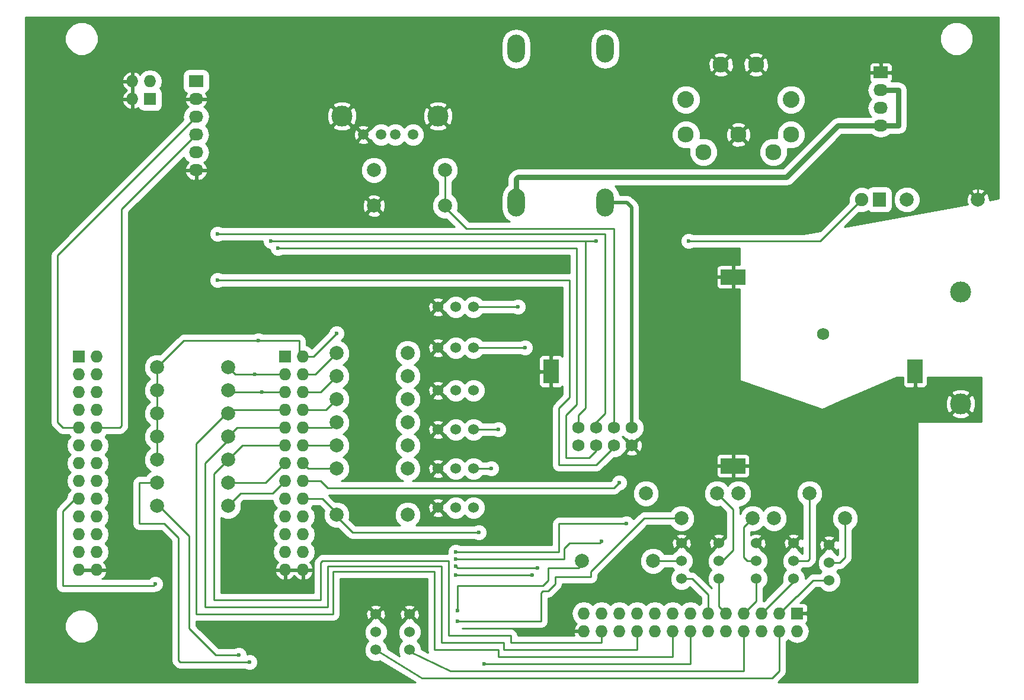
<source format=gtl>
G04 #@! TF.FileFunction,Copper,L1,Top,Signal*
%FSLAX46Y46*%
G04 Gerber Fmt 4.6, Leading zero omitted, Abs format (unit mm)*
G04 Created by KiCad (PCBNEW no-vcs-found-product) date So 28 Aug 2016 22:52:49 CEST*
%MOMM*%
G01*
G04 APERTURE LIST*
%ADD10C,0.100000*%
%ADD11C,1.998980*%
%ADD12R,1.900000X2.000000*%
%ADD13C,1.900000*%
%ADD14R,1.727200X1.727200*%
%ADD15O,1.727200X1.727200*%
%ADD16O,2.499360X4.000500*%
%ADD17C,1.501140*%
%ADD18C,2.999740*%
%ADD19C,2.300000*%
%ADD20C,2.390000*%
%ADD21C,3.000000*%
%ADD22R,2.032000X1.727200*%
%ADD23O,2.032000X1.727200*%
%ADD24C,1.727200*%
%ADD25C,1.727000*%
%ADD26R,2.200000X3.500000*%
%ADD27C,1.524000*%
%ADD28C,0.600000*%
%ADD29C,0.250000*%
%ADD30C,0.750000*%
%ADD31C,0.500000*%
%ADD32C,0.254000*%
G04 APERTURE END LIST*
D10*
D11*
X144780000Y-55880000D03*
X154940000Y-55880000D03*
D12*
X217000000Y-55000000D03*
D13*
X214460000Y-55000000D03*
D14*
X132080000Y-77470000D03*
D15*
X134620000Y-77470000D03*
X132080000Y-80010000D03*
X134620000Y-80010000D03*
X132080000Y-82550000D03*
X134620000Y-82550000D03*
X132080000Y-85090000D03*
X134620000Y-85090000D03*
X132080000Y-87630000D03*
X134620000Y-87630000D03*
X132080000Y-90170000D03*
X134620000Y-90170000D03*
X132080000Y-92710000D03*
X134620000Y-92710000D03*
X132080000Y-95250000D03*
X134620000Y-95250000D03*
X132080000Y-97790000D03*
X134620000Y-97790000D03*
X132080000Y-100330000D03*
X134620000Y-100330000D03*
X132080000Y-102870000D03*
X134620000Y-102870000D03*
X132080000Y-105410000D03*
X134620000Y-105410000D03*
X132080000Y-107950000D03*
X134620000Y-107950000D03*
D16*
X177800000Y-55450740D03*
X177800000Y-33449260D03*
X165100000Y-33449260D03*
X165100000Y-55450740D03*
D17*
X143255140Y-45722120D03*
X145795140Y-45722120D03*
X147827140Y-45722120D03*
X150367140Y-45722120D03*
D18*
X140207140Y-43055120D03*
X153923140Y-43055120D03*
D19*
X196850000Y-45720000D03*
X204350000Y-45720000D03*
X189350000Y-45720000D03*
X191850000Y-48210000D03*
X201850000Y-48210000D03*
X199350000Y-35710000D03*
X194350000Y-35710000D03*
D20*
X204350000Y-40720000D03*
X189350000Y-40720000D03*
D21*
X228600000Y-68200000D03*
X228600000Y-84200000D03*
D22*
X119380000Y-38100000D03*
D23*
X119380000Y-40640000D03*
X119380000Y-43180000D03*
X119380000Y-45720000D03*
X119380000Y-48260000D03*
X119380000Y-50800000D03*
D22*
X217170000Y-36830000D03*
D23*
X217170000Y-39370000D03*
X217170000Y-41910000D03*
X217170000Y-44450000D03*
D11*
X154940000Y-50800000D03*
X144780000Y-50800000D03*
X123952000Y-78994000D03*
X113792000Y-78994000D03*
X123952000Y-82296000D03*
X113792000Y-82296000D03*
X123952000Y-85598000D03*
X113792000Y-85598000D03*
X123952000Y-88900000D03*
X113792000Y-88900000D03*
X123952000Y-92202000D03*
X113792000Y-92202000D03*
X220920000Y-55000000D03*
X231080000Y-55000000D03*
X139446000Y-100076000D03*
X149606000Y-100076000D03*
D24*
X173990000Y-90170000D03*
D25*
X176530000Y-90170000D03*
X179070000Y-90170000D03*
D24*
X181610000Y-90170000D03*
D25*
X173990000Y-87630000D03*
X176530000Y-87630000D03*
X179070000Y-87630000D03*
X181610000Y-87630000D03*
X208980000Y-74230000D03*
D10*
G36*
X194340000Y-94170000D02*
X194340000Y-91970000D01*
X197840000Y-91970000D01*
X197840000Y-94170000D01*
X194340000Y-94170000D01*
X194340000Y-94170000D01*
G37*
G36*
X194340000Y-67170000D02*
X194340000Y-64970000D01*
X197840000Y-64970000D01*
X197840000Y-67170000D01*
X194340000Y-67170000D01*
X194340000Y-67170000D01*
G37*
D26*
X170090000Y-79570000D03*
X222090000Y-79570000D03*
D14*
X205232000Y-114173000D03*
D15*
X205232000Y-116713000D03*
X202692000Y-114173000D03*
X202692000Y-116713000D03*
X200152000Y-114173000D03*
X200152000Y-116713000D03*
X197612000Y-114173000D03*
X197612000Y-116713000D03*
X195072000Y-114173000D03*
X195072000Y-116713000D03*
X192532000Y-114173000D03*
X192532000Y-116713000D03*
X189992000Y-114173000D03*
X189992000Y-116713000D03*
X187452000Y-114173000D03*
X187452000Y-116713000D03*
X184912000Y-114173000D03*
X184912000Y-116713000D03*
X182372000Y-114173000D03*
X182372000Y-116713000D03*
X179832000Y-114173000D03*
X179832000Y-116713000D03*
X177292000Y-114173000D03*
X177292000Y-116713000D03*
X174752000Y-114173000D03*
X174752000Y-116713000D03*
D27*
X188722000Y-106680000D03*
X188722000Y-109220000D03*
X188722000Y-104140000D03*
X199390000Y-106680000D03*
X199390000Y-109220000D03*
X199390000Y-104140000D03*
X204724000Y-106680000D03*
X204724000Y-109220000D03*
X204724000Y-104140000D03*
X194056000Y-106680000D03*
X194056000Y-109220000D03*
X194056000Y-104140000D03*
X209804000Y-106934000D03*
X209804000Y-109474000D03*
X209804000Y-104394000D03*
X149860000Y-116840000D03*
X149860000Y-119380000D03*
X149860000Y-114300000D03*
X156464000Y-76200000D03*
X159004000Y-76200000D03*
X153924000Y-76200000D03*
X145034000Y-116840000D03*
X145034000Y-119380000D03*
X145034000Y-114300000D03*
X156464000Y-87884000D03*
X159004000Y-87884000D03*
X153924000Y-87884000D03*
X156464000Y-82296000D03*
X159004000Y-82296000D03*
X153924000Y-82296000D03*
X156464000Y-70358000D03*
X159004000Y-70358000D03*
X153924000Y-70358000D03*
X156464000Y-99060000D03*
X159004000Y-99060000D03*
X153924000Y-99060000D03*
X156464000Y-93472000D03*
X159004000Y-93472000D03*
X153924000Y-93472000D03*
D14*
X112776000Y-40640000D03*
D15*
X110236000Y-40640000D03*
X112776000Y-38100000D03*
X110236000Y-38100000D03*
D14*
X102616000Y-77470000D03*
D15*
X105156000Y-77470000D03*
X102616000Y-80010000D03*
X105156000Y-80010000D03*
X102616000Y-82550000D03*
X105156000Y-82550000D03*
X102616000Y-85090000D03*
X105156000Y-85090000D03*
X102616000Y-87630000D03*
X105156000Y-87630000D03*
X102616000Y-90170000D03*
X105156000Y-90170000D03*
X102616000Y-92710000D03*
X105156000Y-92710000D03*
X102616000Y-95250000D03*
X105156000Y-95250000D03*
X102616000Y-97790000D03*
X105156000Y-97790000D03*
X102616000Y-100330000D03*
X105156000Y-100330000D03*
X102616000Y-102870000D03*
X105156000Y-102870000D03*
X102616000Y-105410000D03*
X105156000Y-105410000D03*
X102616000Y-107950000D03*
X105156000Y-107950000D03*
D11*
X174498000Y-106680000D03*
X184658000Y-106680000D03*
X188722000Y-100584000D03*
X198882000Y-100584000D03*
X196850000Y-97028000D03*
X207010000Y-97028000D03*
X183642000Y-97028000D03*
X193802000Y-97028000D03*
X201930000Y-100584000D03*
X212090000Y-100584000D03*
X123952000Y-95504000D03*
X113792000Y-95504000D03*
X139446000Y-80264000D03*
X149606000Y-80264000D03*
X123952000Y-98806000D03*
X113792000Y-98806000D03*
X139446000Y-86868000D03*
X149606000Y-86868000D03*
X139446000Y-83566000D03*
X149606000Y-83566000D03*
X139446000Y-76962000D03*
X149606000Y-76962000D03*
X139446000Y-93472000D03*
X149606000Y-93472000D03*
X139446000Y-90170000D03*
X149606000Y-90170000D03*
D28*
X176530000Y-60960000D03*
X189738000Y-60960000D03*
X130048000Y-60960000D03*
X128270000Y-75184000D03*
X139446000Y-74168000D03*
X177292000Y-103886000D03*
X156464000Y-106426000D03*
X127762000Y-80010000D03*
X128778000Y-82550000D03*
X156464000Y-105410000D03*
X180848000Y-101346000D03*
X179832000Y-95504000D03*
X159766000Y-102616000D03*
X131064000Y-61976000D03*
X122428000Y-59944000D03*
X122428000Y-66548000D03*
X156718000Y-113792000D03*
X113538000Y-109982000D03*
X168148000Y-107696000D03*
X156464000Y-107442000D03*
X156718000Y-115316000D03*
X167386000Y-108712000D03*
X156464000Y-108712000D03*
X160528000Y-121412000D03*
X166370000Y-76200000D03*
X161544000Y-93472000D03*
X165354000Y-70358000D03*
X162560000Y-87884000D03*
X127000000Y-121158000D03*
X125476000Y-120142000D03*
D29*
X189738000Y-60960000D02*
X208500000Y-60960000D01*
X175006000Y-60960000D02*
X176530000Y-60960000D01*
X208500000Y-60960000D02*
X214460000Y-55000000D01*
X140970000Y-60960000D02*
X130048000Y-60960000D01*
X173990000Y-85852000D02*
X175006000Y-84836000D01*
X173990000Y-86106000D02*
X173990000Y-87630000D01*
X140970000Y-60960000D02*
X173990000Y-60960000D01*
X175006000Y-60960000D02*
X173990000Y-60960000D01*
X175006000Y-84836000D02*
X175006000Y-60960000D01*
X173990000Y-86106000D02*
X173990000Y-85852000D01*
X130048000Y-60960000D02*
X130048000Y-60960000D01*
X136144000Y-77470000D02*
X134620000Y-77470000D01*
X139446000Y-74168000D02*
X136144000Y-77470000D01*
X134112000Y-76962000D02*
X134112000Y-75184000D01*
X134112000Y-75184000D02*
X128270000Y-75184000D01*
X128270000Y-75184000D02*
X117602000Y-75184000D01*
X117602000Y-75184000D02*
X113792000Y-78994000D01*
X134112000Y-76962000D02*
X134620000Y-77470000D01*
X113792000Y-88900000D02*
X113792000Y-92202000D01*
X113792000Y-85598000D02*
X113792000Y-88900000D01*
X113792000Y-82296000D02*
X113792000Y-85598000D01*
X113792000Y-78994000D02*
X113792000Y-82296000D01*
X171958000Y-104902000D02*
X171958000Y-106426000D01*
X172720000Y-104140000D02*
X171958000Y-104902000D01*
X177038000Y-104140000D02*
X172720000Y-104140000D01*
X177292000Y-103886000D02*
X177038000Y-104140000D01*
X171958000Y-106426000D02*
X169164000Y-106426000D01*
X156464000Y-106426000D02*
X169164000Y-106426000D01*
X169164000Y-106426000D02*
X169418000Y-106426000D01*
X132080000Y-80010000D02*
X127762000Y-80010000D01*
X127762000Y-80010000D02*
X124968000Y-80010000D01*
X124968000Y-80010000D02*
X123952000Y-78994000D01*
X134620000Y-80010000D02*
X136398000Y-80010000D01*
X136398000Y-80010000D02*
X139446000Y-76962000D01*
X171196000Y-105410000D02*
X171196000Y-101346000D01*
X171196000Y-105410000D02*
X156464000Y-105410000D01*
X171196000Y-101346000D02*
X180848000Y-101346000D01*
X132080000Y-82550000D02*
X128778000Y-82550000D01*
X128778000Y-82550000D02*
X124206000Y-82550000D01*
X124206000Y-82550000D02*
X123952000Y-82296000D01*
X134620000Y-82550000D02*
X137160000Y-82550000D01*
X137160000Y-82550000D02*
X139446000Y-80264000D01*
X134620000Y-82550000D02*
X135382000Y-82550000D01*
X128016000Y-114300000D02*
X119380000Y-114300000D01*
X162560000Y-120396000D02*
X162560000Y-119380000D01*
X162560000Y-119380000D02*
X153416000Y-119380000D01*
X153416000Y-119380000D02*
X153416000Y-108204000D01*
X153416000Y-108204000D02*
X138938000Y-108204000D01*
X138938000Y-108204000D02*
X138938000Y-114300000D01*
X138938000Y-114300000D02*
X128016000Y-114300000D01*
X187452000Y-116713000D02*
X187452000Y-120396000D01*
X187452000Y-120396000D02*
X164846000Y-120396000D01*
X164846000Y-120396000D02*
X162560000Y-120396000D01*
X119380000Y-89916000D02*
X123698000Y-85598000D01*
X119380000Y-114300000D02*
X119380000Y-89916000D01*
X123698000Y-85598000D02*
X123952000Y-85598000D01*
X132080000Y-85090000D02*
X124460000Y-85090000D01*
X124460000Y-85090000D02*
X123952000Y-85598000D01*
X134620000Y-85090000D02*
X137922000Y-85090000D01*
X137922000Y-85090000D02*
X139446000Y-83566000D01*
X127000000Y-113284000D02*
X120650000Y-113284000D01*
X154432000Y-118364000D02*
X154432000Y-107442000D01*
X154432000Y-107442000D02*
X138176000Y-107442000D01*
X138176000Y-107442000D02*
X138176000Y-113284000D01*
X138176000Y-113284000D02*
X129032000Y-113284000D01*
X129032000Y-113284000D02*
X127000000Y-113284000D01*
X164846000Y-119380000D02*
X163322000Y-119380000D01*
X182372000Y-119380000D02*
X164846000Y-119380000D01*
X182372000Y-116713000D02*
X182372000Y-119380000D01*
X163322000Y-118364000D02*
X158242000Y-118364000D01*
X163322000Y-119380000D02*
X163322000Y-118364000D01*
X158242000Y-118364000D02*
X154432000Y-118364000D01*
X120650000Y-92710000D02*
X123952000Y-89408000D01*
X120650000Y-94488000D02*
X120650000Y-92710000D01*
X120650000Y-113284000D02*
X120650000Y-94488000D01*
X123952000Y-89408000D02*
X123952000Y-88900000D01*
X132080000Y-87630000D02*
X125222000Y-87630000D01*
X125222000Y-87630000D02*
X123952000Y-88900000D01*
X134620000Y-87630000D02*
X138684000Y-87630000D01*
X138684000Y-87630000D02*
X139446000Y-86868000D01*
X121920000Y-112268000D02*
X121920000Y-94234000D01*
X177292000Y-118364000D02*
X164338000Y-118364000D01*
X164338000Y-118364000D02*
X164338000Y-117348000D01*
X164338000Y-117348000D02*
X155448000Y-117348000D01*
X155448000Y-117348000D02*
X155448000Y-106680000D01*
X155448000Y-106680000D02*
X137414000Y-106680000D01*
X137414000Y-106680000D02*
X137160000Y-106934000D01*
X137160000Y-106934000D02*
X137160000Y-112268000D01*
X137160000Y-112268000D02*
X121920000Y-112268000D01*
X177292000Y-116713000D02*
X177292000Y-118364000D01*
X121920000Y-94234000D02*
X123952000Y-92202000D01*
X132080000Y-90170000D02*
X125984000Y-90170000D01*
X125984000Y-90170000D02*
X123952000Y-92202000D01*
X134620000Y-90170000D02*
X139446000Y-90170000D01*
X123952000Y-95504000D02*
X129286000Y-95504000D01*
X129286000Y-95504000D02*
X132080000Y-92710000D01*
X139446000Y-93472000D02*
X135382000Y-93472000D01*
X135382000Y-93472000D02*
X134620000Y-92710000D01*
X123952000Y-98806000D02*
X125730000Y-97028000D01*
X130302000Y-97028000D02*
X132080000Y-95250000D01*
X125730000Y-97028000D02*
X130302000Y-97028000D01*
X179070000Y-96266000D02*
X179832000Y-95504000D01*
X173736000Y-96266000D02*
X175260000Y-96266000D01*
X137160000Y-95250000D02*
X138176000Y-96266000D01*
X138176000Y-96266000D02*
X173736000Y-96266000D01*
X137160000Y-95250000D02*
X134620000Y-95250000D01*
X175260000Y-96266000D02*
X179070000Y-96266000D01*
X159766000Y-102616000D02*
X141732000Y-102616000D01*
X139446000Y-100330000D02*
X141732000Y-102616000D01*
X139446000Y-100076000D02*
X139446000Y-99822000D01*
X139446000Y-99822000D02*
X137414000Y-97790000D01*
X137414000Y-97790000D02*
X134620000Y-97790000D01*
X139446000Y-100330000D02*
X139446000Y-100076000D01*
X231080000Y-55000000D02*
X231080000Y-53080000D01*
X231080000Y-53080000D02*
X231000000Y-53000000D01*
X222090000Y-79570000D02*
X222090000Y-81910000D01*
X222090000Y-81910000D02*
X222000000Y-82000000D01*
D30*
X165100000Y-55450740D02*
X165100000Y-52070000D01*
X211074000Y-44450000D02*
X217170000Y-44450000D01*
X203708000Y-51816000D02*
X211074000Y-44450000D01*
X165354000Y-51816000D02*
X203708000Y-51816000D01*
X165100000Y-52070000D02*
X165354000Y-51816000D01*
X217170000Y-44450000D02*
X219710000Y-44450000D01*
X219710000Y-39370000D02*
X217170000Y-39370000D01*
X219710000Y-44450000D02*
X219710000Y-39370000D01*
D29*
X137160000Y-61976000D02*
X131064000Y-61976000D01*
X176530000Y-90932000D02*
X175514000Y-91948000D01*
X137160000Y-61976000D02*
X173736000Y-61976000D01*
X173736000Y-84328000D02*
X173736000Y-61976000D01*
X172212000Y-91948000D02*
X172212000Y-85852000D01*
X175514000Y-91948000D02*
X172212000Y-91948000D01*
X172212000Y-85852000D02*
X173736000Y-84328000D01*
X176530000Y-90170000D02*
X176530000Y-90932000D01*
X102870000Y-87630000D02*
X100330000Y-87630000D01*
X100330000Y-87630000D02*
X99568000Y-86868000D01*
X99568000Y-86868000D02*
X99568000Y-62992000D01*
X99568000Y-62992000D02*
X119380000Y-43180000D01*
X105410000Y-87630000D02*
X108458000Y-87630000D01*
X108458000Y-87630000D02*
X108712000Y-87376000D01*
X108712000Y-87376000D02*
X108712000Y-56388000D01*
X108712000Y-56388000D02*
X119380000Y-45720000D01*
X176530000Y-87630000D02*
X176530000Y-86868000D01*
X176530000Y-86868000D02*
X177800000Y-85598000D01*
X177800000Y-85598000D02*
X177800000Y-59944000D01*
X177800000Y-59944000D02*
X176530000Y-59944000D01*
X122428000Y-59944000D02*
X122428000Y-59944000D01*
X152400000Y-59944000D02*
X122428000Y-59944000D01*
X176530000Y-59944000D02*
X152400000Y-59944000D01*
X176530000Y-87630000D02*
X176530000Y-86868000D01*
X176530000Y-92964000D02*
X179070000Y-90424000D01*
X176530000Y-92964000D02*
X171196000Y-92964000D01*
X171196000Y-92964000D02*
X171196000Y-84836000D01*
X171196000Y-84836000D02*
X172720000Y-83312000D01*
X172720000Y-83312000D02*
X172720000Y-66548000D01*
X122428000Y-66548000D02*
X172720000Y-66548000D01*
X179070000Y-90170000D02*
X179070000Y-90424000D01*
X156718000Y-110236000D02*
X168910000Y-110236000D01*
X156718000Y-110236000D02*
X156718000Y-113792000D01*
X113538000Y-109982000D02*
X113284000Y-110236000D01*
X113284000Y-110236000D02*
X100330000Y-110236000D01*
X100330000Y-110236000D02*
X100330000Y-99568000D01*
X102108000Y-97790000D02*
X100330000Y-99568000D01*
X173990000Y-107696000D02*
X174498000Y-107188000D01*
X169672000Y-107696000D02*
X173990000Y-107696000D01*
X169672000Y-109474000D02*
X169672000Y-107696000D01*
X168910000Y-110236000D02*
X169672000Y-109474000D01*
X174498000Y-107188000D02*
X174498000Y-106680000D01*
X102108000Y-97790000D02*
X102616000Y-97790000D01*
X156718000Y-107696000D02*
X168148000Y-107696000D01*
X156464000Y-107442000D02*
X156718000Y-107696000D01*
X175768000Y-108966000D02*
X175768000Y-108204000D01*
X168656000Y-111252000D02*
X168910000Y-110998000D01*
X168910000Y-110998000D02*
X169672000Y-110998000D01*
X169672000Y-110998000D02*
X170688000Y-109982000D01*
X170688000Y-109982000D02*
X170688000Y-108966000D01*
X170688000Y-108966000D02*
X175768000Y-108966000D01*
X168656000Y-115316000D02*
X156718000Y-115316000D01*
X168656000Y-115316000D02*
X168656000Y-111252000D01*
X175768000Y-108204000D02*
X183388000Y-100584000D01*
X183388000Y-100584000D02*
X183642000Y-100584000D01*
X188722000Y-100584000D02*
X183642000Y-100584000D01*
X183642000Y-100584000D02*
X183388000Y-100584000D01*
X167386000Y-108712000D02*
X156464000Y-108712000D01*
X179070000Y-87630000D02*
X179070000Y-60960000D01*
X157988000Y-59182000D02*
X154940000Y-56134000D01*
X179070000Y-59182000D02*
X157988000Y-59182000D01*
X179070000Y-60960000D02*
X179070000Y-59182000D01*
X154940000Y-56134000D02*
X154940000Y-55880000D01*
X154940000Y-50800000D02*
X154940000Y-55880000D01*
X209804000Y-109474000D02*
X207518000Y-109474000D01*
X205105000Y-111760000D02*
X202692000Y-114173000D01*
X205232000Y-111760000D02*
X205105000Y-111760000D01*
X207518000Y-109474000D02*
X205232000Y-111760000D01*
X202692000Y-121412000D02*
X202692000Y-122428000D01*
X202692000Y-122428000D02*
X201676000Y-123444000D01*
X201676000Y-123444000D02*
X151638000Y-123444000D01*
X145034000Y-119380000D02*
X151638000Y-123444000D01*
X202692000Y-121412000D02*
X202692000Y-116713000D01*
X204724000Y-109220000D02*
X204724000Y-109601000D01*
X204724000Y-109601000D02*
X200152000Y-114173000D01*
X199390000Y-109220000D02*
X199390000Y-112395000D01*
X199390000Y-112395000D02*
X197612000Y-114173000D01*
X197612000Y-121412000D02*
X197612000Y-122428000D01*
X197612000Y-122428000D02*
X155702000Y-122428000D01*
X149860000Y-119634000D02*
X155702000Y-122428000D01*
X197612000Y-121412000D02*
X197612000Y-116713000D01*
X149860000Y-119634000D02*
X149860000Y-119380000D01*
X194056000Y-109220000D02*
X194056000Y-113157000D01*
X194056000Y-113157000D02*
X195072000Y-114173000D01*
X188722000Y-109220000D02*
X190246000Y-109220000D01*
X192532000Y-111506000D02*
X192532000Y-114173000D01*
X190246000Y-109220000D02*
X192532000Y-111506000D01*
X189992000Y-116713000D02*
X189992000Y-121412000D01*
X189992000Y-121412000D02*
X168402000Y-121412000D01*
X168402000Y-121412000D02*
X160528000Y-121412000D01*
X166370000Y-76200000D02*
X159004000Y-76200000D01*
X185166000Y-113919000D02*
X184912000Y-114173000D01*
X161544000Y-93472000D02*
X159004000Y-93472000D01*
X159004000Y-70358000D02*
X165354000Y-70358000D01*
X180086000Y-113919000D02*
X179832000Y-114173000D01*
X162560000Y-87884000D02*
X159004000Y-87884000D01*
D31*
X177800000Y-55450740D02*
X180926740Y-55450740D01*
X180926740Y-55450740D02*
X181610000Y-56134000D01*
X181610000Y-56134000D02*
X181610000Y-87630000D01*
D29*
X188722000Y-106680000D02*
X184658000Y-106680000D01*
X199390000Y-106680000D02*
X198120000Y-106680000D01*
X197612000Y-101854000D02*
X198882000Y-100584000D01*
X197612000Y-106172000D02*
X197612000Y-101854000D01*
X198120000Y-106680000D02*
X197612000Y-106172000D01*
X204724000Y-106680000D02*
X206756000Y-106680000D01*
X207010000Y-106426000D02*
X207010000Y-97028000D01*
X206756000Y-106680000D02*
X207010000Y-106426000D01*
X194056000Y-106680000D02*
X194564000Y-106680000D01*
X194564000Y-106680000D02*
X196088000Y-105156000D01*
X196088000Y-105156000D02*
X196088000Y-99314000D01*
X196088000Y-99314000D02*
X193802000Y-97028000D01*
X209804000Y-106934000D02*
X211328000Y-106934000D01*
X212090000Y-106172000D02*
X212090000Y-100584000D01*
X211328000Y-106934000D02*
X212090000Y-106172000D01*
X111252000Y-95504000D02*
X111252000Y-101346000D01*
X111252000Y-101346000D02*
X114808000Y-101346000D01*
X114808000Y-101346000D02*
X116840000Y-103378000D01*
X116840000Y-103378000D02*
X116840000Y-120904000D01*
X116840000Y-120904000D02*
X117094000Y-121158000D01*
X111252000Y-95504000D02*
X113792000Y-95504000D01*
X127000000Y-121158000D02*
X117094000Y-121158000D01*
X118872000Y-116840000D02*
X122174000Y-120142000D01*
X118364000Y-116332000D02*
X118872000Y-116840000D01*
X118364000Y-103124000D02*
X118364000Y-116332000D01*
X114046000Y-98806000D02*
X118364000Y-103124000D01*
X122174000Y-120142000D02*
X125476000Y-120142000D01*
X113792000Y-98806000D02*
X114046000Y-98806000D01*
D32*
G36*
X234036000Y-54855309D02*
X232719148Y-55095546D01*
X232701341Y-54614623D01*
X232498965Y-54126042D01*
X232232163Y-54027443D01*
X231259605Y-55000000D01*
X231273748Y-55014143D01*
X231094143Y-55193748D01*
X231080000Y-55179605D01*
X231065858Y-55193748D01*
X230886253Y-55014143D01*
X230900395Y-55000000D01*
X229927837Y-54027443D01*
X229661035Y-54126042D01*
X229434599Y-54735582D01*
X229458659Y-55385377D01*
X229576113Y-55668937D01*
X212022777Y-58871235D01*
X214066265Y-56827747D01*
X214092595Y-56838680D01*
X214824195Y-56839318D01*
X215384653Y-56607742D01*
X215400274Y-56632017D01*
X215697353Y-56835003D01*
X216050000Y-56906416D01*
X217950000Y-56906416D01*
X218279444Y-56844427D01*
X218582017Y-56649726D01*
X218785003Y-56352647D01*
X218856416Y-56000000D01*
X218856416Y-55373996D01*
X219031183Y-55373996D01*
X219318082Y-56068346D01*
X219848859Y-56600051D01*
X220542708Y-56888162D01*
X221293996Y-56888817D01*
X221988346Y-56601918D01*
X222520051Y-56071141D01*
X222808162Y-55377292D01*
X222808817Y-54626004D01*
X222521918Y-53931654D01*
X222438248Y-53847837D01*
X230107443Y-53847837D01*
X231080000Y-54820395D01*
X232052557Y-53847837D01*
X231953958Y-53581035D01*
X231344418Y-53354599D01*
X230694623Y-53378659D01*
X230206042Y-53581035D01*
X230107443Y-53847837D01*
X222438248Y-53847837D01*
X221991141Y-53399949D01*
X221297292Y-53111838D01*
X220546004Y-53111183D01*
X219851654Y-53398082D01*
X219319949Y-53928859D01*
X219031838Y-54622708D01*
X219031183Y-55373996D01*
X218856416Y-55373996D01*
X218856416Y-54000000D01*
X218794427Y-53670556D01*
X218599726Y-53367983D01*
X218302647Y-53164997D01*
X217950000Y-53093584D01*
X216050000Y-53093584D01*
X215720556Y-53155573D01*
X215417983Y-53350274D01*
X215388030Y-53394112D01*
X214827405Y-53161320D01*
X214095805Y-53160682D01*
X213419651Y-53440063D01*
X212901881Y-53956930D01*
X212621320Y-54632595D01*
X212620682Y-55364195D01*
X212632702Y-55393286D01*
X208514781Y-59511207D01*
X206131473Y-59946000D01*
X190396492Y-59946000D01*
X189975544Y-59771207D01*
X189502531Y-59770794D01*
X189065365Y-59951427D01*
X188730603Y-60285606D01*
X188549207Y-60722456D01*
X188548794Y-61195469D01*
X188729427Y-61632635D01*
X189063606Y-61967397D01*
X189500456Y-62148793D01*
X189973469Y-62149206D01*
X190397501Y-61974000D01*
X196977000Y-61974000D01*
X196977000Y-64322560D01*
X196217000Y-64322560D01*
X196217000Y-65943000D01*
X196237000Y-65943000D01*
X196237000Y-66197000D01*
X196217000Y-66197000D01*
X196217000Y-67817440D01*
X196977000Y-67817440D01*
X196977000Y-80772000D01*
X196987006Y-80821410D01*
X197015447Y-80863035D01*
X197062278Y-80891951D01*
X208746278Y-84955951D01*
X208796233Y-84962733D01*
X208838028Y-84952731D01*
X211489964Y-83816187D01*
X226457277Y-83816187D01*
X226473503Y-84665387D01*
X226767261Y-85374582D01*
X227086030Y-85534365D01*
X228420395Y-84200000D01*
X228779605Y-84200000D01*
X230113970Y-85534365D01*
X230432739Y-85374582D01*
X230742723Y-84583813D01*
X230726497Y-83734613D01*
X230432739Y-83025418D01*
X230113970Y-82865635D01*
X228779605Y-84200000D01*
X228420395Y-84200000D01*
X227086030Y-82865635D01*
X226767261Y-83025418D01*
X226457277Y-83816187D01*
X211489964Y-83816187D01*
X214126997Y-82686030D01*
X227265635Y-82686030D01*
X228600000Y-84020395D01*
X229934365Y-82686030D01*
X229774582Y-82367261D01*
X228983813Y-82057277D01*
X228134613Y-82073503D01*
X227425418Y-82367261D01*
X227265635Y-82686030D01*
X214126997Y-82686030D01*
X219482067Y-80391000D01*
X220355000Y-80391000D01*
X220355000Y-81446310D01*
X220451673Y-81679699D01*
X220630302Y-81858327D01*
X220863691Y-81955000D01*
X221804250Y-81955000D01*
X221963000Y-81796250D01*
X221963000Y-80391000D01*
X222217000Y-80391000D01*
X222217000Y-81796250D01*
X222375750Y-81955000D01*
X223316309Y-81955000D01*
X223549698Y-81858327D01*
X223728327Y-81679699D01*
X223825000Y-81446310D01*
X223825000Y-80391000D01*
X231521000Y-80391000D01*
X231521000Y-86741000D01*
X222504000Y-86741000D01*
X222454590Y-86751006D01*
X222412965Y-86779447D01*
X222385685Y-86821841D01*
X222377000Y-86868000D01*
X222377000Y-124036000D01*
X202518012Y-124036000D01*
X203409006Y-123145006D01*
X203628814Y-122816041D01*
X203706000Y-122428000D01*
X203706000Y-118137134D01*
X203931275Y-117986610D01*
X203962000Y-117940627D01*
X203992725Y-117986610D01*
X204561309Y-118366526D01*
X205232000Y-118499935D01*
X205902691Y-118366526D01*
X206471275Y-117986610D01*
X206851191Y-117418026D01*
X206984600Y-116747335D01*
X206984600Y-116678665D01*
X206851191Y-116007974D01*
X206519164Y-115511061D01*
X206633927Y-115396298D01*
X206730600Y-115162909D01*
X206730600Y-114458750D01*
X206571850Y-114300000D01*
X205359000Y-114300000D01*
X205359000Y-114320000D01*
X205105000Y-114320000D01*
X205105000Y-114300000D01*
X205085000Y-114300000D01*
X205085000Y-114046000D01*
X205105000Y-114046000D01*
X205105000Y-114026000D01*
X205359000Y-114026000D01*
X205359000Y-114046000D01*
X206571850Y-114046000D01*
X206730600Y-113887250D01*
X206730600Y-113183091D01*
X206633927Y-112949702D01*
X206455299Y-112771073D01*
X206221910Y-112674400D01*
X205653586Y-112674400D01*
X205949006Y-112477006D01*
X207938012Y-110488000D01*
X208483400Y-110488000D01*
X208867563Y-110872834D01*
X209474155Y-111124713D01*
X210130963Y-111125286D01*
X210737995Y-110874466D01*
X211202834Y-110410437D01*
X211454713Y-109803845D01*
X211455286Y-109147037D01*
X211204466Y-108540005D01*
X210868868Y-108203821D01*
X211125136Y-107948000D01*
X211328000Y-107948000D01*
X211716041Y-107870814D01*
X212045006Y-107651006D01*
X212807006Y-106889006D01*
X213026814Y-106560041D01*
X213104000Y-106172000D01*
X213104000Y-102208373D01*
X213158346Y-102185918D01*
X213690051Y-101655141D01*
X213978162Y-100961292D01*
X213978817Y-100210004D01*
X213691918Y-99515654D01*
X213161141Y-98983949D01*
X212467292Y-98695838D01*
X211716004Y-98695183D01*
X211021654Y-98982082D01*
X210489949Y-99512859D01*
X210201838Y-100206708D01*
X210201183Y-100957996D01*
X210488082Y-101652346D01*
X211018859Y-102184051D01*
X211076000Y-102207778D01*
X211076000Y-103782609D01*
X211026397Y-103662857D01*
X210784213Y-103593392D01*
X209983605Y-104394000D01*
X210784213Y-105194608D01*
X211026397Y-105125143D01*
X211076000Y-104986108D01*
X211076000Y-105751988D01*
X211016389Y-105811599D01*
X210740437Y-105535166D01*
X210577811Y-105467638D01*
X210604608Y-105374213D01*
X209804000Y-104573605D01*
X209003392Y-105374213D01*
X209030114Y-105467378D01*
X208870005Y-105533534D01*
X208405166Y-105997563D01*
X208153287Y-106604155D01*
X208152714Y-107260963D01*
X208403534Y-107867995D01*
X208739132Y-108204179D01*
X208482864Y-108460000D01*
X207518000Y-108460000D01*
X207129959Y-108537186D01*
X206800994Y-108756994D01*
X206375033Y-109182955D01*
X206375286Y-108893037D01*
X206124466Y-108286005D01*
X205788868Y-107949821D01*
X206045136Y-107694000D01*
X206756000Y-107694000D01*
X207144041Y-107616814D01*
X207473006Y-107397006D01*
X207727006Y-107143006D01*
X207946814Y-106814041D01*
X207949615Y-106799959D01*
X208024000Y-106426000D01*
X208024000Y-104186302D01*
X208394856Y-104186302D01*
X208422638Y-104741368D01*
X208581603Y-105125143D01*
X208823787Y-105194608D01*
X209624395Y-104394000D01*
X208823787Y-103593392D01*
X208581603Y-103662857D01*
X208394856Y-104186302D01*
X208024000Y-104186302D01*
X208024000Y-103413787D01*
X209003392Y-103413787D01*
X209804000Y-104214395D01*
X210604608Y-103413787D01*
X210535143Y-103171603D01*
X210011698Y-102984856D01*
X209456632Y-103012638D01*
X209072857Y-103171603D01*
X209003392Y-103413787D01*
X208024000Y-103413787D01*
X208024000Y-98652373D01*
X208078346Y-98629918D01*
X208610051Y-98099141D01*
X208898162Y-97405292D01*
X208898817Y-96654004D01*
X208611918Y-95959654D01*
X208081141Y-95427949D01*
X207387292Y-95139838D01*
X206636004Y-95139183D01*
X205941654Y-95426082D01*
X205409949Y-95956859D01*
X205121838Y-96650708D01*
X205121183Y-97401996D01*
X205408082Y-98096346D01*
X205938859Y-98628051D01*
X205996000Y-98651778D01*
X205996000Y-103528609D01*
X205946397Y-103408857D01*
X205704213Y-103339392D01*
X204903605Y-104140000D01*
X205704213Y-104940608D01*
X205946397Y-104871143D01*
X205996000Y-104732108D01*
X205996000Y-105617315D01*
X205660437Y-105281166D01*
X205497811Y-105213638D01*
X205524608Y-105120213D01*
X204724000Y-104319605D01*
X203923392Y-105120213D01*
X203950114Y-105213378D01*
X203790005Y-105279534D01*
X203325166Y-105743563D01*
X203073287Y-106350155D01*
X203072714Y-107006963D01*
X203323534Y-107613995D01*
X203659132Y-107950179D01*
X203325166Y-108283563D01*
X203073287Y-108890155D01*
X203072714Y-109546963D01*
X203152040Y-109738947D01*
X200446369Y-112444619D01*
X200396118Y-112434623D01*
X200404000Y-112395000D01*
X200404000Y-110540600D01*
X200788834Y-110156437D01*
X201040713Y-109549845D01*
X201041286Y-108893037D01*
X200790466Y-108286005D01*
X200454868Y-107949821D01*
X200788834Y-107616437D01*
X201040713Y-107009845D01*
X201041286Y-106353037D01*
X200790466Y-105746005D01*
X200326437Y-105281166D01*
X200163811Y-105213638D01*
X200190608Y-105120213D01*
X199390000Y-104319605D01*
X199375858Y-104333748D01*
X199196253Y-104154143D01*
X199210395Y-104140000D01*
X199569605Y-104140000D01*
X200370213Y-104940608D01*
X200612397Y-104871143D01*
X200799144Y-104347698D01*
X200778353Y-103932302D01*
X203314856Y-103932302D01*
X203342638Y-104487368D01*
X203501603Y-104871143D01*
X203743787Y-104940608D01*
X204544395Y-104140000D01*
X203743787Y-103339392D01*
X203501603Y-103408857D01*
X203314856Y-103932302D01*
X200778353Y-103932302D01*
X200771362Y-103792632D01*
X200612397Y-103408857D01*
X200370213Y-103339392D01*
X199569605Y-104140000D01*
X199210395Y-104140000D01*
X199196253Y-104125858D01*
X199375858Y-103946253D01*
X199390000Y-103960395D01*
X200190608Y-103159787D01*
X203923392Y-103159787D01*
X204724000Y-103960395D01*
X205524608Y-103159787D01*
X205455143Y-102917603D01*
X204931698Y-102730856D01*
X204376632Y-102758638D01*
X203992857Y-102917603D01*
X203923392Y-103159787D01*
X200190608Y-103159787D01*
X200121143Y-102917603D01*
X199597698Y-102730856D01*
X199042632Y-102758638D01*
X198658857Y-102917603D01*
X198626000Y-103032156D01*
X198626000Y-102472268D01*
X199255996Y-102472817D01*
X199950346Y-102185918D01*
X200406330Y-101730730D01*
X200858859Y-102184051D01*
X201552708Y-102472162D01*
X202303996Y-102472817D01*
X202998346Y-102185918D01*
X203530051Y-101655141D01*
X203818162Y-100961292D01*
X203818817Y-100210004D01*
X203531918Y-99515654D01*
X203001141Y-98983949D01*
X202307292Y-98695838D01*
X201556004Y-98695183D01*
X200861654Y-98982082D01*
X200405670Y-99437270D01*
X199953141Y-98983949D01*
X199259292Y-98695838D01*
X198508004Y-98695183D01*
X197813654Y-98982082D01*
X197281949Y-99512859D01*
X197102000Y-99946225D01*
X197102000Y-99314000D01*
X197024814Y-98925959D01*
X197018586Y-98916638D01*
X197223996Y-98916817D01*
X197918346Y-98629918D01*
X198450051Y-98099141D01*
X198738162Y-97405292D01*
X198738817Y-96654004D01*
X198451918Y-95959654D01*
X197921141Y-95427949D01*
X197227292Y-95139838D01*
X196476004Y-95139183D01*
X195781654Y-95426082D01*
X195325670Y-95881270D01*
X194873141Y-95427949D01*
X194179292Y-95139838D01*
X193428004Y-95139183D01*
X192733654Y-95426082D01*
X192201949Y-95956859D01*
X191913838Y-96650708D01*
X191913183Y-97401996D01*
X192200082Y-98096346D01*
X192730859Y-98628051D01*
X193424708Y-98916162D01*
X194175996Y-98916817D01*
X194233178Y-98893190D01*
X195074000Y-99734012D01*
X195074000Y-103350230D01*
X195036213Y-103339392D01*
X194235605Y-104140000D01*
X194249748Y-104154143D01*
X194070143Y-104333748D01*
X194056000Y-104319605D01*
X193255392Y-105120213D01*
X193282114Y-105213378D01*
X193122005Y-105279534D01*
X192657166Y-105743563D01*
X192405287Y-106350155D01*
X192404714Y-107006963D01*
X192655534Y-107613995D01*
X192991132Y-107950179D01*
X192657166Y-108283563D01*
X192405287Y-108890155D01*
X192404714Y-109546963D01*
X192655534Y-110153995D01*
X193042000Y-110541136D01*
X193042000Y-110581988D01*
X190963006Y-108502994D01*
X190634041Y-108283186D01*
X190246000Y-108206000D01*
X190042600Y-108206000D01*
X189786868Y-107949821D01*
X190120834Y-107616437D01*
X190372713Y-107009845D01*
X190373286Y-106353037D01*
X190122466Y-105746005D01*
X189658437Y-105281166D01*
X189495811Y-105213638D01*
X189522608Y-105120213D01*
X188722000Y-104319605D01*
X187921392Y-105120213D01*
X187948114Y-105213378D01*
X187788005Y-105279534D01*
X187400864Y-105666000D01*
X186282373Y-105666000D01*
X186259918Y-105611654D01*
X185729141Y-105079949D01*
X185035292Y-104791838D01*
X184284004Y-104791183D01*
X183589654Y-105078082D01*
X183057949Y-105608859D01*
X182769838Y-106302708D01*
X182769183Y-107053996D01*
X183056082Y-107748346D01*
X183586859Y-108280051D01*
X184280708Y-108568162D01*
X185031996Y-108568817D01*
X185726346Y-108281918D01*
X186258051Y-107751141D01*
X186281778Y-107694000D01*
X187401400Y-107694000D01*
X187657132Y-107950179D01*
X187323166Y-108283563D01*
X187071287Y-108890155D01*
X187070714Y-109546963D01*
X187321534Y-110153995D01*
X187785563Y-110618834D01*
X188392155Y-110870713D01*
X189048963Y-110871286D01*
X189655995Y-110620466D01*
X189934467Y-110342479D01*
X191518000Y-111926012D01*
X191518000Y-112748866D01*
X191292725Y-112899390D01*
X191262000Y-112945373D01*
X191231275Y-112899390D01*
X190662691Y-112519474D01*
X189992000Y-112386065D01*
X189321309Y-112519474D01*
X188752725Y-112899390D01*
X188722000Y-112945373D01*
X188691275Y-112899390D01*
X188122691Y-112519474D01*
X187452000Y-112386065D01*
X186781309Y-112519474D01*
X186212725Y-112899390D01*
X186182000Y-112945373D01*
X186151275Y-112899390D01*
X185582691Y-112519474D01*
X184912000Y-112386065D01*
X184241309Y-112519474D01*
X183672725Y-112899390D01*
X183642000Y-112945373D01*
X183611275Y-112899390D01*
X183042691Y-112519474D01*
X182372000Y-112386065D01*
X181701309Y-112519474D01*
X181132725Y-112899390D01*
X181102000Y-112945373D01*
X181071275Y-112899390D01*
X180502691Y-112519474D01*
X179832000Y-112386065D01*
X179161309Y-112519474D01*
X178592725Y-112899390D01*
X178562000Y-112945373D01*
X178531275Y-112899390D01*
X177962691Y-112519474D01*
X177292000Y-112386065D01*
X176621309Y-112519474D01*
X176052725Y-112899390D01*
X176022000Y-112945373D01*
X175991275Y-112899390D01*
X175422691Y-112519474D01*
X174752000Y-112386065D01*
X174081309Y-112519474D01*
X173512725Y-112899390D01*
X173132809Y-113467974D01*
X172999400Y-114138665D01*
X172999400Y-114207335D01*
X173132809Y-114878026D01*
X173512725Y-115446610D01*
X173770497Y-115618848D01*
X173545179Y-115824510D01*
X173297032Y-116353973D01*
X173417531Y-116586000D01*
X174625000Y-116586000D01*
X174625000Y-116566000D01*
X174879000Y-116566000D01*
X174879000Y-116586000D01*
X174899000Y-116586000D01*
X174899000Y-116840000D01*
X174879000Y-116840000D01*
X174879000Y-116860000D01*
X174625000Y-116860000D01*
X174625000Y-116840000D01*
X173417531Y-116840000D01*
X173297032Y-117072027D01*
X173427311Y-117350000D01*
X165352000Y-117350000D01*
X165352000Y-117348000D01*
X165274814Y-116959959D01*
X165055006Y-116630994D01*
X164726041Y-116411186D01*
X164338000Y-116334000D01*
X157367820Y-116334000D01*
X157377501Y-116330000D01*
X168656000Y-116330000D01*
X169044041Y-116252814D01*
X169373006Y-116033006D01*
X169592814Y-115704041D01*
X169670000Y-115316000D01*
X169670000Y-112012000D01*
X169672000Y-112012000D01*
X170060041Y-111934814D01*
X170389006Y-111715006D01*
X171405006Y-110699006D01*
X171624814Y-110370041D01*
X171702000Y-109982000D01*
X171702000Y-109980000D01*
X175768000Y-109980000D01*
X176156041Y-109902814D01*
X176485006Y-109683006D01*
X176704814Y-109354041D01*
X176782000Y-108966000D01*
X176782000Y-108624012D01*
X181473710Y-103932302D01*
X187312856Y-103932302D01*
X187340638Y-104487368D01*
X187499603Y-104871143D01*
X187741787Y-104940608D01*
X188542395Y-104140000D01*
X188901605Y-104140000D01*
X189702213Y-104940608D01*
X189944397Y-104871143D01*
X190131144Y-104347698D01*
X190110353Y-103932302D01*
X192646856Y-103932302D01*
X192674638Y-104487368D01*
X192833603Y-104871143D01*
X193075787Y-104940608D01*
X193876395Y-104140000D01*
X193075787Y-103339392D01*
X192833603Y-103408857D01*
X192646856Y-103932302D01*
X190110353Y-103932302D01*
X190103362Y-103792632D01*
X189944397Y-103408857D01*
X189702213Y-103339392D01*
X188901605Y-104140000D01*
X188542395Y-104140000D01*
X187741787Y-103339392D01*
X187499603Y-103408857D01*
X187312856Y-103932302D01*
X181473710Y-103932302D01*
X182246225Y-103159787D01*
X187921392Y-103159787D01*
X188722000Y-103960395D01*
X189522608Y-103159787D01*
X193255392Y-103159787D01*
X194056000Y-103960395D01*
X194856608Y-103159787D01*
X194787143Y-102917603D01*
X194263698Y-102730856D01*
X193708632Y-102758638D01*
X193324857Y-102917603D01*
X193255392Y-103159787D01*
X189522608Y-103159787D01*
X189453143Y-102917603D01*
X188929698Y-102730856D01*
X188374632Y-102758638D01*
X187990857Y-102917603D01*
X187921392Y-103159787D01*
X182246225Y-103159787D01*
X183808013Y-101598000D01*
X187097627Y-101598000D01*
X187120082Y-101652346D01*
X187650859Y-102184051D01*
X188344708Y-102472162D01*
X189095996Y-102472817D01*
X189790346Y-102185918D01*
X190322051Y-101655141D01*
X190610162Y-100961292D01*
X190610817Y-100210004D01*
X190323918Y-99515654D01*
X189793141Y-98983949D01*
X189099292Y-98695838D01*
X188348004Y-98695183D01*
X187653654Y-98982082D01*
X187121949Y-99512859D01*
X187098222Y-99570000D01*
X183388000Y-99570000D01*
X182999959Y-99647186D01*
X182670993Y-99866994D01*
X181858926Y-100679061D01*
X181856573Y-100673365D01*
X181522394Y-100338603D01*
X181085544Y-100157207D01*
X180612531Y-100156794D01*
X180188499Y-100332000D01*
X171196000Y-100332000D01*
X170807959Y-100409186D01*
X170478994Y-100628994D01*
X170259186Y-100957959D01*
X170182000Y-101346000D01*
X170182000Y-104396000D01*
X157122492Y-104396000D01*
X156701544Y-104221207D01*
X156228531Y-104220794D01*
X155791365Y-104401427D01*
X155456603Y-104735606D01*
X155275207Y-105172456D01*
X155274794Y-105645469D01*
X155283277Y-105666000D01*
X137414000Y-105666000D01*
X137025959Y-105743186D01*
X136696994Y-105962994D01*
X136442994Y-106216994D01*
X136223186Y-106545959D01*
X136146000Y-106934000D01*
X136146000Y-111254000D01*
X122934000Y-111254000D01*
X122934000Y-108309026D01*
X130625042Y-108309026D01*
X130797312Y-108724947D01*
X131191510Y-109156821D01*
X131720973Y-109404968D01*
X131953000Y-109284469D01*
X131953000Y-108077000D01*
X132207000Y-108077000D01*
X132207000Y-109284469D01*
X132439027Y-109404968D01*
X132968490Y-109156821D01*
X133350000Y-108738848D01*
X133731510Y-109156821D01*
X134260973Y-109404968D01*
X134493000Y-109284469D01*
X134493000Y-108077000D01*
X134747000Y-108077000D01*
X134747000Y-109284469D01*
X134979027Y-109404968D01*
X135508490Y-109156821D01*
X135902688Y-108724947D01*
X136074958Y-108309026D01*
X135953817Y-108077000D01*
X134747000Y-108077000D01*
X134493000Y-108077000D01*
X132207000Y-108077000D01*
X131953000Y-108077000D01*
X130746183Y-108077000D01*
X130625042Y-108309026D01*
X122934000Y-108309026D01*
X122934000Y-100428117D01*
X123574708Y-100694162D01*
X124325996Y-100694817D01*
X125020346Y-100407918D01*
X125552051Y-99877141D01*
X125840162Y-99183292D01*
X125840817Y-98432004D01*
X125817190Y-98374822D01*
X126150012Y-98042000D01*
X130302000Y-98042000D01*
X130341623Y-98034118D01*
X130426474Y-98460691D01*
X130806390Y-99029275D01*
X130852373Y-99060000D01*
X130806390Y-99090725D01*
X130426474Y-99659309D01*
X130293065Y-100330000D01*
X130426474Y-101000691D01*
X130806390Y-101569275D01*
X130852373Y-101600000D01*
X130806390Y-101630725D01*
X130426474Y-102199309D01*
X130293065Y-102870000D01*
X130426474Y-103540691D01*
X130806390Y-104109275D01*
X130852373Y-104140000D01*
X130806390Y-104170725D01*
X130426474Y-104739309D01*
X130293065Y-105410000D01*
X130426474Y-106080691D01*
X130806390Y-106649275D01*
X131098853Y-106844692D01*
X130797312Y-107175053D01*
X130625042Y-107590974D01*
X130746183Y-107823000D01*
X131953000Y-107823000D01*
X131953000Y-107803000D01*
X132207000Y-107803000D01*
X132207000Y-107823000D01*
X134493000Y-107823000D01*
X134493000Y-107803000D01*
X134747000Y-107803000D01*
X134747000Y-107823000D01*
X135953817Y-107823000D01*
X136074958Y-107590974D01*
X135902688Y-107175053D01*
X135601147Y-106844692D01*
X135893610Y-106649275D01*
X136273526Y-106080691D01*
X136406935Y-105410000D01*
X136273526Y-104739309D01*
X135893610Y-104170725D01*
X135847627Y-104140000D01*
X135893610Y-104109275D01*
X136273526Y-103540691D01*
X136406935Y-102870000D01*
X136273526Y-102199309D01*
X135893610Y-101630725D01*
X135847627Y-101600000D01*
X135893610Y-101569275D01*
X136273526Y-101000691D01*
X136406935Y-100330000D01*
X136273526Y-99659309D01*
X135893610Y-99090725D01*
X135847627Y-99060000D01*
X135893610Y-99029275D01*
X136044134Y-98804000D01*
X136993988Y-98804000D01*
X137654913Y-99464925D01*
X137557838Y-99698708D01*
X137557183Y-100449996D01*
X137844082Y-101144346D01*
X138374859Y-101676051D01*
X139068708Y-101964162D01*
X139646654Y-101964666D01*
X141014994Y-103333006D01*
X141343959Y-103552814D01*
X141732000Y-103630000D01*
X159107508Y-103630000D01*
X159528456Y-103804793D01*
X160001469Y-103805206D01*
X160438635Y-103624573D01*
X160773397Y-103290394D01*
X160954793Y-102853544D01*
X160955206Y-102380531D01*
X160774573Y-101943365D01*
X160440394Y-101608603D01*
X160003544Y-101427207D01*
X159530531Y-101426794D01*
X159106499Y-101602000D01*
X150750397Y-101602000D01*
X151206051Y-101147141D01*
X151494162Y-100453292D01*
X151494522Y-100040213D01*
X153123392Y-100040213D01*
X153192857Y-100282397D01*
X153716302Y-100469144D01*
X154271368Y-100441362D01*
X154655143Y-100282397D01*
X154724608Y-100040213D01*
X153924000Y-99239605D01*
X153123392Y-100040213D01*
X151494522Y-100040213D01*
X151494817Y-99702004D01*
X151207918Y-99007654D01*
X151052838Y-98852302D01*
X152514856Y-98852302D01*
X152542638Y-99407368D01*
X152701603Y-99791143D01*
X152943787Y-99860608D01*
X153744395Y-99060000D01*
X154103605Y-99060000D01*
X154904213Y-99860608D01*
X154997378Y-99833886D01*
X155063534Y-99993995D01*
X155527563Y-100458834D01*
X156134155Y-100710713D01*
X156790963Y-100711286D01*
X157397995Y-100460466D01*
X157734179Y-100124868D01*
X158067563Y-100458834D01*
X158674155Y-100710713D01*
X159330963Y-100711286D01*
X159937995Y-100460466D01*
X160402834Y-99996437D01*
X160654713Y-99389845D01*
X160655286Y-98733037D01*
X160404466Y-98126005D01*
X159940437Y-97661166D01*
X159333845Y-97409287D01*
X158677037Y-97408714D01*
X158070005Y-97659534D01*
X157733821Y-97995132D01*
X157400437Y-97661166D01*
X156793845Y-97409287D01*
X156137037Y-97408714D01*
X155530005Y-97659534D01*
X155065166Y-98123563D01*
X154997638Y-98286189D01*
X154904213Y-98259392D01*
X154103605Y-99060000D01*
X153744395Y-99060000D01*
X152943787Y-98259392D01*
X152701603Y-98328857D01*
X152514856Y-98852302D01*
X151052838Y-98852302D01*
X150677141Y-98475949D01*
X149983292Y-98187838D01*
X149232004Y-98187183D01*
X148537654Y-98474082D01*
X148005949Y-99004859D01*
X147717838Y-99698708D01*
X147717183Y-100449996D01*
X148004082Y-101144346D01*
X148460937Y-101602000D01*
X142152012Y-101602000D01*
X141237087Y-100687075D01*
X141334162Y-100453292D01*
X141334817Y-99702004D01*
X141047918Y-99007654D01*
X140517141Y-98475949D01*
X139823292Y-98187838D01*
X139245346Y-98187334D01*
X139137799Y-98079787D01*
X153123392Y-98079787D01*
X153924000Y-98880395D01*
X154724608Y-98079787D01*
X154655143Y-97837603D01*
X154131698Y-97650856D01*
X153576632Y-97678638D01*
X153192857Y-97837603D01*
X153123392Y-98079787D01*
X139137799Y-98079787D01*
X138460008Y-97401996D01*
X181753183Y-97401996D01*
X182040082Y-98096346D01*
X182570859Y-98628051D01*
X183264708Y-98916162D01*
X184015996Y-98916817D01*
X184710346Y-98629918D01*
X185242051Y-98099141D01*
X185530162Y-97405292D01*
X185530817Y-96654004D01*
X185243918Y-95959654D01*
X184713141Y-95427949D01*
X184019292Y-95139838D01*
X183268004Y-95139183D01*
X182573654Y-95426082D01*
X182041949Y-95956859D01*
X181753838Y-96650708D01*
X181753183Y-97401996D01*
X138460008Y-97401996D01*
X138338012Y-97280000D01*
X179070000Y-97280000D01*
X179458041Y-97202814D01*
X179787006Y-96983006D01*
X180083380Y-96686632D01*
X180504635Y-96512573D01*
X180839397Y-96178394D01*
X181020793Y-95741544D01*
X181021206Y-95268531D01*
X180840573Y-94831365D01*
X180506394Y-94496603D01*
X180069544Y-94315207D01*
X179596531Y-94314794D01*
X179159365Y-94495427D01*
X178824603Y-94829606D01*
X178649210Y-95252000D01*
X150243354Y-95252000D01*
X150674346Y-95073918D01*
X151206051Y-94543141D01*
X151243807Y-94452213D01*
X153123392Y-94452213D01*
X153192857Y-94694397D01*
X153716302Y-94881144D01*
X154271368Y-94853362D01*
X154655143Y-94694397D01*
X154724608Y-94452213D01*
X153924000Y-93651605D01*
X153123392Y-94452213D01*
X151243807Y-94452213D01*
X151494162Y-93849292D01*
X151494672Y-93264302D01*
X152514856Y-93264302D01*
X152542638Y-93819368D01*
X152701603Y-94203143D01*
X152943787Y-94272608D01*
X153744395Y-93472000D01*
X154103605Y-93472000D01*
X154904213Y-94272608D01*
X154997378Y-94245886D01*
X155063534Y-94405995D01*
X155527563Y-94870834D01*
X156134155Y-95122713D01*
X156790963Y-95123286D01*
X157397995Y-94872466D01*
X157734179Y-94536868D01*
X158067563Y-94870834D01*
X158674155Y-95122713D01*
X159330963Y-95123286D01*
X159937995Y-94872466D01*
X160325136Y-94486000D01*
X160885508Y-94486000D01*
X161306456Y-94660793D01*
X161779469Y-94661206D01*
X162216635Y-94480573D01*
X162551397Y-94146394D01*
X162732793Y-93709544D01*
X162733206Y-93236531D01*
X162552573Y-92799365D01*
X162218394Y-92464603D01*
X161781544Y-92283207D01*
X161308531Y-92282794D01*
X160884499Y-92458000D01*
X160324600Y-92458000D01*
X159940437Y-92073166D01*
X159333845Y-91821287D01*
X158677037Y-91820714D01*
X158070005Y-92071534D01*
X157733821Y-92407132D01*
X157400437Y-92073166D01*
X156793845Y-91821287D01*
X156137037Y-91820714D01*
X155530005Y-92071534D01*
X155065166Y-92535563D01*
X154997638Y-92698189D01*
X154904213Y-92671392D01*
X154103605Y-93472000D01*
X153744395Y-93472000D01*
X152943787Y-92671392D01*
X152701603Y-92740857D01*
X152514856Y-93264302D01*
X151494672Y-93264302D01*
X151494817Y-93098004D01*
X151244334Y-92491787D01*
X153123392Y-92491787D01*
X153924000Y-93292395D01*
X154724608Y-92491787D01*
X154655143Y-92249603D01*
X154131698Y-92062856D01*
X153576632Y-92090638D01*
X153192857Y-92249603D01*
X153123392Y-92491787D01*
X151244334Y-92491787D01*
X151207918Y-92403654D01*
X150677141Y-91871949D01*
X150554999Y-91821231D01*
X150674346Y-91771918D01*
X151206051Y-91241141D01*
X151494162Y-90547292D01*
X151494817Y-89796004D01*
X151207918Y-89101654D01*
X150970892Y-88864213D01*
X153123392Y-88864213D01*
X153192857Y-89106397D01*
X153716302Y-89293144D01*
X154271368Y-89265362D01*
X154655143Y-89106397D01*
X154724608Y-88864213D01*
X153924000Y-88063605D01*
X153123392Y-88864213D01*
X150970892Y-88864213D01*
X150677141Y-88569949D01*
X150554999Y-88519231D01*
X150674346Y-88469918D01*
X151206051Y-87939141D01*
X151315191Y-87676302D01*
X152514856Y-87676302D01*
X152542638Y-88231368D01*
X152701603Y-88615143D01*
X152943787Y-88684608D01*
X153744395Y-87884000D01*
X154103605Y-87884000D01*
X154904213Y-88684608D01*
X154997378Y-88657886D01*
X155063534Y-88817995D01*
X155527563Y-89282834D01*
X156134155Y-89534713D01*
X156790963Y-89535286D01*
X157397995Y-89284466D01*
X157734179Y-88948868D01*
X158067563Y-89282834D01*
X158674155Y-89534713D01*
X159330963Y-89535286D01*
X159937995Y-89284466D01*
X160325136Y-88898000D01*
X161901508Y-88898000D01*
X162322456Y-89072793D01*
X162795469Y-89073206D01*
X163232635Y-88892573D01*
X163567397Y-88558394D01*
X163748793Y-88121544D01*
X163749206Y-87648531D01*
X163568573Y-87211365D01*
X163234394Y-86876603D01*
X162797544Y-86695207D01*
X162324531Y-86694794D01*
X161900499Y-86870000D01*
X160324600Y-86870000D01*
X159940437Y-86485166D01*
X159333845Y-86233287D01*
X158677037Y-86232714D01*
X158070005Y-86483534D01*
X157733821Y-86819132D01*
X157400437Y-86485166D01*
X156793845Y-86233287D01*
X156137037Y-86232714D01*
X155530005Y-86483534D01*
X155065166Y-86947563D01*
X154997638Y-87110189D01*
X154904213Y-87083392D01*
X154103605Y-87884000D01*
X153744395Y-87884000D01*
X152943787Y-87083392D01*
X152701603Y-87152857D01*
X152514856Y-87676302D01*
X151315191Y-87676302D01*
X151494162Y-87245292D01*
X151494459Y-86903787D01*
X153123392Y-86903787D01*
X153924000Y-87704395D01*
X154724608Y-86903787D01*
X154655143Y-86661603D01*
X154131698Y-86474856D01*
X153576632Y-86502638D01*
X153192857Y-86661603D01*
X153123392Y-86903787D01*
X151494459Y-86903787D01*
X151494817Y-86494004D01*
X151207918Y-85799654D01*
X150677141Y-85267949D01*
X150554999Y-85217231D01*
X150674346Y-85167918D01*
X151206051Y-84637141D01*
X151494162Y-83943292D01*
X151494743Y-83276213D01*
X153123392Y-83276213D01*
X153192857Y-83518397D01*
X153716302Y-83705144D01*
X154271368Y-83677362D01*
X154655143Y-83518397D01*
X154724608Y-83276213D01*
X153924000Y-82475605D01*
X153123392Y-83276213D01*
X151494743Y-83276213D01*
X151494817Y-83192004D01*
X151207918Y-82497654D01*
X150799281Y-82088302D01*
X152514856Y-82088302D01*
X152542638Y-82643368D01*
X152701603Y-83027143D01*
X152943787Y-83096608D01*
X153744395Y-82296000D01*
X154103605Y-82296000D01*
X154904213Y-83096608D01*
X154997378Y-83069886D01*
X155063534Y-83229995D01*
X155527563Y-83694834D01*
X156134155Y-83946713D01*
X156790963Y-83947286D01*
X157397995Y-83696466D01*
X157734179Y-83360868D01*
X158067563Y-83694834D01*
X158674155Y-83946713D01*
X159330963Y-83947286D01*
X159937995Y-83696466D01*
X160402834Y-83232437D01*
X160654713Y-82625845D01*
X160655286Y-81969037D01*
X160404466Y-81362005D01*
X159940437Y-80897166D01*
X159333845Y-80645287D01*
X158677037Y-80644714D01*
X158070005Y-80895534D01*
X157733821Y-81231132D01*
X157400437Y-80897166D01*
X156793845Y-80645287D01*
X156137037Y-80644714D01*
X155530005Y-80895534D01*
X155065166Y-81359563D01*
X154997638Y-81522189D01*
X154904213Y-81495392D01*
X154103605Y-82296000D01*
X153744395Y-82296000D01*
X152943787Y-81495392D01*
X152701603Y-81564857D01*
X152514856Y-82088302D01*
X150799281Y-82088302D01*
X150677141Y-81965949D01*
X150554999Y-81915231D01*
X150674346Y-81865918D01*
X151206051Y-81335141D01*
X151214087Y-81315787D01*
X153123392Y-81315787D01*
X153924000Y-82116395D01*
X154724608Y-81315787D01*
X154655143Y-81073603D01*
X154131698Y-80886856D01*
X153576632Y-80914638D01*
X153192857Y-81073603D01*
X153123392Y-81315787D01*
X151214087Y-81315787D01*
X151494162Y-80641292D01*
X151494817Y-79890004D01*
X151480664Y-79855750D01*
X168355000Y-79855750D01*
X168355000Y-81446310D01*
X168451673Y-81679699D01*
X168630302Y-81858327D01*
X168863691Y-81955000D01*
X169804250Y-81955000D01*
X169963000Y-81796250D01*
X169963000Y-79697000D01*
X168513750Y-79697000D01*
X168355000Y-79855750D01*
X151480664Y-79855750D01*
X151207918Y-79195654D01*
X150677141Y-78663949D01*
X150554999Y-78613231D01*
X150674346Y-78563918D01*
X151206051Y-78033141D01*
X151494162Y-77339292D01*
X151494300Y-77180213D01*
X153123392Y-77180213D01*
X153192857Y-77422397D01*
X153716302Y-77609144D01*
X154271368Y-77581362D01*
X154655143Y-77422397D01*
X154724608Y-77180213D01*
X153924000Y-76379605D01*
X153123392Y-77180213D01*
X151494300Y-77180213D01*
X151494817Y-76588004D01*
X151248679Y-75992302D01*
X152514856Y-75992302D01*
X152542638Y-76547368D01*
X152701603Y-76931143D01*
X152943787Y-77000608D01*
X153744395Y-76200000D01*
X154103605Y-76200000D01*
X154904213Y-77000608D01*
X154997378Y-76973886D01*
X155063534Y-77133995D01*
X155527563Y-77598834D01*
X156134155Y-77850713D01*
X156790963Y-77851286D01*
X157397995Y-77600466D01*
X157734179Y-77264868D01*
X158067563Y-77598834D01*
X158674155Y-77850713D01*
X159330963Y-77851286D01*
X159712375Y-77693690D01*
X168355000Y-77693690D01*
X168355000Y-79284250D01*
X168513750Y-79443000D01*
X169963000Y-79443000D01*
X169963000Y-77343750D01*
X169804250Y-77185000D01*
X168863691Y-77185000D01*
X168630302Y-77281673D01*
X168451673Y-77460301D01*
X168355000Y-77693690D01*
X159712375Y-77693690D01*
X159937995Y-77600466D01*
X160325136Y-77214000D01*
X165711508Y-77214000D01*
X166132456Y-77388793D01*
X166605469Y-77389206D01*
X167042635Y-77208573D01*
X167377397Y-76874394D01*
X167558793Y-76437544D01*
X167559206Y-75964531D01*
X167378573Y-75527365D01*
X167044394Y-75192603D01*
X166607544Y-75011207D01*
X166134531Y-75010794D01*
X165710499Y-75186000D01*
X160324600Y-75186000D01*
X159940437Y-74801166D01*
X159333845Y-74549287D01*
X158677037Y-74548714D01*
X158070005Y-74799534D01*
X157733821Y-75135132D01*
X157400437Y-74801166D01*
X156793845Y-74549287D01*
X156137037Y-74548714D01*
X155530005Y-74799534D01*
X155065166Y-75263563D01*
X154997638Y-75426189D01*
X154904213Y-75399392D01*
X154103605Y-76200000D01*
X153744395Y-76200000D01*
X152943787Y-75399392D01*
X152701603Y-75468857D01*
X152514856Y-75992302D01*
X151248679Y-75992302D01*
X151207918Y-75893654D01*
X150677141Y-75361949D01*
X150334777Y-75219787D01*
X153123392Y-75219787D01*
X153924000Y-76020395D01*
X154724608Y-75219787D01*
X154655143Y-74977603D01*
X154131698Y-74790856D01*
X153576632Y-74818638D01*
X153192857Y-74977603D01*
X153123392Y-75219787D01*
X150334777Y-75219787D01*
X149983292Y-75073838D01*
X149232004Y-75073183D01*
X148537654Y-75360082D01*
X148005949Y-75890859D01*
X147717838Y-76584708D01*
X147717183Y-77335996D01*
X148004082Y-78030346D01*
X148534859Y-78562051D01*
X148657001Y-78612769D01*
X148537654Y-78662082D01*
X148005949Y-79192859D01*
X147717838Y-79886708D01*
X147717183Y-80637996D01*
X148004082Y-81332346D01*
X148534859Y-81864051D01*
X148657001Y-81914769D01*
X148537654Y-81964082D01*
X148005949Y-82494859D01*
X147717838Y-83188708D01*
X147717183Y-83939996D01*
X148004082Y-84634346D01*
X148534859Y-85166051D01*
X148657001Y-85216769D01*
X148537654Y-85266082D01*
X148005949Y-85796859D01*
X147717838Y-86490708D01*
X147717183Y-87241996D01*
X148004082Y-87936346D01*
X148534859Y-88468051D01*
X148657001Y-88518769D01*
X148537654Y-88568082D01*
X148005949Y-89098859D01*
X147717838Y-89792708D01*
X147717183Y-90543996D01*
X148004082Y-91238346D01*
X148534859Y-91770051D01*
X148657001Y-91820769D01*
X148537654Y-91870082D01*
X148005949Y-92400859D01*
X147717838Y-93094708D01*
X147717183Y-93845996D01*
X148004082Y-94540346D01*
X148534859Y-95072051D01*
X148968225Y-95252000D01*
X140083354Y-95252000D01*
X140514346Y-95073918D01*
X141046051Y-94543141D01*
X141334162Y-93849292D01*
X141334817Y-93098004D01*
X141047918Y-92403654D01*
X140517141Y-91871949D01*
X140394999Y-91821231D01*
X140514346Y-91771918D01*
X141046051Y-91241141D01*
X141334162Y-90547292D01*
X141334817Y-89796004D01*
X141047918Y-89101654D01*
X140517141Y-88569949D01*
X140394999Y-88519231D01*
X140514346Y-88469918D01*
X141046051Y-87939141D01*
X141334162Y-87245292D01*
X141334817Y-86494004D01*
X141047918Y-85799654D01*
X140517141Y-85267949D01*
X140394999Y-85217231D01*
X140514346Y-85167918D01*
X141046051Y-84637141D01*
X141334162Y-83943292D01*
X141334817Y-83192004D01*
X141047918Y-82497654D01*
X140517141Y-81965949D01*
X140394999Y-81915231D01*
X140514346Y-81865918D01*
X141046051Y-81335141D01*
X141334162Y-80641292D01*
X141334817Y-79890004D01*
X141047918Y-79195654D01*
X140517141Y-78663949D01*
X140394999Y-78613231D01*
X140514346Y-78563918D01*
X141046051Y-78033141D01*
X141334162Y-77339292D01*
X141334817Y-76588004D01*
X141047918Y-75893654D01*
X140517141Y-75361949D01*
X140094611Y-75186499D01*
X140118635Y-75176573D01*
X140453397Y-74842394D01*
X140634793Y-74405544D01*
X140635206Y-73932531D01*
X140454573Y-73495365D01*
X140120394Y-73160603D01*
X139683544Y-72979207D01*
X139210531Y-72978794D01*
X138773365Y-73159427D01*
X138438603Y-73493606D01*
X138262657Y-73917331D01*
X135915901Y-76264087D01*
X135893610Y-76230725D01*
X135325026Y-75850809D01*
X135126000Y-75811220D01*
X135126000Y-75184000D01*
X135048814Y-74795959D01*
X134829006Y-74466994D01*
X134500041Y-74247186D01*
X134112000Y-74170000D01*
X128928492Y-74170000D01*
X128507544Y-73995207D01*
X128034531Y-73994794D01*
X127610499Y-74170000D01*
X117602000Y-74170000D01*
X117213959Y-74247186D01*
X116884994Y-74466993D01*
X114223599Y-77128388D01*
X114169292Y-77105838D01*
X113418004Y-77105183D01*
X112723654Y-77392082D01*
X112191949Y-77922859D01*
X111903838Y-78616708D01*
X111903183Y-79367996D01*
X112190082Y-80062346D01*
X112720859Y-80594051D01*
X112778000Y-80617778D01*
X112778000Y-80671627D01*
X112723654Y-80694082D01*
X112191949Y-81224859D01*
X111903838Y-81918708D01*
X111903183Y-82669996D01*
X112190082Y-83364346D01*
X112720859Y-83896051D01*
X112778000Y-83919778D01*
X112778000Y-83973627D01*
X112723654Y-83996082D01*
X112191949Y-84526859D01*
X111903838Y-85220708D01*
X111903183Y-85971996D01*
X112190082Y-86666346D01*
X112720859Y-87198051D01*
X112778000Y-87221778D01*
X112778000Y-87275627D01*
X112723654Y-87298082D01*
X112191949Y-87828859D01*
X111903838Y-88522708D01*
X111903183Y-89273996D01*
X112190082Y-89968346D01*
X112720859Y-90500051D01*
X112778000Y-90523778D01*
X112778000Y-90577627D01*
X112723654Y-90600082D01*
X112191949Y-91130859D01*
X111903838Y-91824708D01*
X111903183Y-92575996D01*
X112190082Y-93270346D01*
X112720859Y-93802051D01*
X112843001Y-93852769D01*
X112723654Y-93902082D01*
X112191949Y-94432859D01*
X112168222Y-94490000D01*
X111252000Y-94490000D01*
X110863959Y-94567186D01*
X110534994Y-94786994D01*
X110315186Y-95115959D01*
X110238000Y-95504000D01*
X110238000Y-101346000D01*
X110315186Y-101734041D01*
X110534994Y-102063006D01*
X110863959Y-102282814D01*
X111252000Y-102360000D01*
X114387988Y-102360000D01*
X115826000Y-103798012D01*
X115826000Y-120904000D01*
X115903186Y-121292041D01*
X116122994Y-121621006D01*
X116376994Y-121875006D01*
X116705959Y-122094814D01*
X117094000Y-122172000D01*
X126341508Y-122172000D01*
X126762456Y-122346793D01*
X127235469Y-122347206D01*
X127672635Y-122166573D01*
X128007397Y-121832394D01*
X128188793Y-121395544D01*
X128189206Y-120922531D01*
X128008573Y-120485365D01*
X127674394Y-120150603D01*
X127237544Y-119969207D01*
X126764531Y-119968794D01*
X126665116Y-120009871D01*
X126665206Y-119906531D01*
X126484573Y-119469365D01*
X126150394Y-119134603D01*
X125713544Y-118953207D01*
X125240531Y-118952794D01*
X124816499Y-119128000D01*
X122594012Y-119128000D01*
X119589008Y-116122996D01*
X119589006Y-116122993D01*
X119378000Y-115911987D01*
X119378000Y-115313602D01*
X119380000Y-115314000D01*
X138938000Y-115314000D01*
X139326041Y-115236814D01*
X139655006Y-115017006D01*
X139874814Y-114688041D01*
X139952000Y-114300000D01*
X139952000Y-114092302D01*
X143624856Y-114092302D01*
X143652638Y-114647368D01*
X143811603Y-115031143D01*
X144053787Y-115100608D01*
X144854395Y-114300000D01*
X145213605Y-114300000D01*
X146014213Y-115100608D01*
X146256397Y-115031143D01*
X146443144Y-114507698D01*
X146422353Y-114092302D01*
X148450856Y-114092302D01*
X148478638Y-114647368D01*
X148637603Y-115031143D01*
X148879787Y-115100608D01*
X149680395Y-114300000D01*
X150039605Y-114300000D01*
X150840213Y-115100608D01*
X151082397Y-115031143D01*
X151269144Y-114507698D01*
X151241362Y-113952632D01*
X151082397Y-113568857D01*
X150840213Y-113499392D01*
X150039605Y-114300000D01*
X149680395Y-114300000D01*
X148879787Y-113499392D01*
X148637603Y-113568857D01*
X148450856Y-114092302D01*
X146422353Y-114092302D01*
X146415362Y-113952632D01*
X146256397Y-113568857D01*
X146014213Y-113499392D01*
X145213605Y-114300000D01*
X144854395Y-114300000D01*
X144053787Y-113499392D01*
X143811603Y-113568857D01*
X143624856Y-114092302D01*
X139952000Y-114092302D01*
X139952000Y-113319787D01*
X144233392Y-113319787D01*
X145034000Y-114120395D01*
X145834608Y-113319787D01*
X149059392Y-113319787D01*
X149860000Y-114120395D01*
X150660608Y-113319787D01*
X150591143Y-113077603D01*
X150067698Y-112890856D01*
X149512632Y-112918638D01*
X149128857Y-113077603D01*
X149059392Y-113319787D01*
X145834608Y-113319787D01*
X145765143Y-113077603D01*
X145241698Y-112890856D01*
X144686632Y-112918638D01*
X144302857Y-113077603D01*
X144233392Y-113319787D01*
X139952000Y-113319787D01*
X139952000Y-109218000D01*
X152402000Y-109218000D01*
X152402000Y-119380000D01*
X152478002Y-119762086D01*
X151511071Y-119299641D01*
X151511286Y-119053037D01*
X151260466Y-118446005D01*
X150924868Y-118109821D01*
X151258834Y-117776437D01*
X151510713Y-117169845D01*
X151511286Y-116513037D01*
X151260466Y-115906005D01*
X150796437Y-115441166D01*
X150633811Y-115373638D01*
X150660608Y-115280213D01*
X149860000Y-114479605D01*
X149059392Y-115280213D01*
X149086114Y-115373378D01*
X148926005Y-115439534D01*
X148461166Y-115903563D01*
X148209287Y-116510155D01*
X148208714Y-117166963D01*
X148459534Y-117773995D01*
X148795132Y-118110179D01*
X148461166Y-118443563D01*
X148209287Y-119050155D01*
X148208714Y-119706963D01*
X148450340Y-120291745D01*
X146685153Y-119205475D01*
X146685286Y-119053037D01*
X146434466Y-118446005D01*
X146098868Y-118109821D01*
X146432834Y-117776437D01*
X146684713Y-117169845D01*
X146685286Y-116513037D01*
X146434466Y-115906005D01*
X145970437Y-115441166D01*
X145807811Y-115373638D01*
X145834608Y-115280213D01*
X145034000Y-114479605D01*
X144233392Y-115280213D01*
X144260114Y-115373378D01*
X144100005Y-115439534D01*
X143635166Y-115903563D01*
X143383287Y-116510155D01*
X143382714Y-117166963D01*
X143633534Y-117773995D01*
X143969132Y-118110179D01*
X143635166Y-118443563D01*
X143383287Y-119050155D01*
X143382714Y-119706963D01*
X143633534Y-120313995D01*
X144097563Y-120778834D01*
X144704155Y-121030713D01*
X145360963Y-121031286D01*
X145613214Y-120927058D01*
X150665246Y-124036000D01*
X94964000Y-124036000D01*
X94964000Y-116473117D01*
X100610586Y-116473117D01*
X100973524Y-117351492D01*
X101644973Y-118024114D01*
X102522714Y-118388584D01*
X103473117Y-118389414D01*
X104351492Y-118026476D01*
X105024114Y-117355027D01*
X105388584Y-116477286D01*
X105389414Y-115526883D01*
X105026476Y-114648508D01*
X104355027Y-113975886D01*
X103477286Y-113611416D01*
X102526883Y-113610586D01*
X101648508Y-113973524D01*
X100975886Y-114644973D01*
X100611416Y-115522714D01*
X100610586Y-116473117D01*
X94964000Y-116473117D01*
X94964000Y-62992000D01*
X98554000Y-62992000D01*
X98554000Y-86868000D01*
X98631186Y-87256041D01*
X98850994Y-87585006D01*
X99612994Y-88347006D01*
X99941959Y-88566814D01*
X100330000Y-88644000D01*
X101191866Y-88644000D01*
X101342390Y-88869275D01*
X101388373Y-88900000D01*
X101342390Y-88930725D01*
X100962474Y-89499309D01*
X100829065Y-90170000D01*
X100962474Y-90840691D01*
X101342390Y-91409275D01*
X101388373Y-91440000D01*
X101342390Y-91470725D01*
X100962474Y-92039309D01*
X100829065Y-92710000D01*
X100962474Y-93380691D01*
X101342390Y-93949275D01*
X101388373Y-93980000D01*
X101342390Y-94010725D01*
X100962474Y-94579309D01*
X100829065Y-95250000D01*
X100962474Y-95920691D01*
X101342390Y-96489275D01*
X101388373Y-96520000D01*
X101342390Y-96550725D01*
X100962474Y-97119309D01*
X100867571Y-97596417D01*
X99612994Y-98850994D01*
X99393186Y-99179959D01*
X99316000Y-99568000D01*
X99316000Y-110236000D01*
X99393186Y-110624041D01*
X99612994Y-110953006D01*
X99941959Y-111172814D01*
X100330000Y-111250000D01*
X113284000Y-111250000D01*
X113672041Y-111172814D01*
X113674577Y-111171120D01*
X113773469Y-111171206D01*
X114210635Y-110990573D01*
X114545397Y-110656394D01*
X114726793Y-110219544D01*
X114727206Y-109746531D01*
X114546573Y-109309365D01*
X114212394Y-108974603D01*
X113775544Y-108793207D01*
X113302531Y-108792794D01*
X112865365Y-108973427D01*
X112616358Y-109222000D01*
X105905420Y-109222000D01*
X106044490Y-109156821D01*
X106438688Y-108724947D01*
X106610958Y-108309026D01*
X106489817Y-108077000D01*
X105283000Y-108077000D01*
X105283000Y-108097000D01*
X105029000Y-108097000D01*
X105029000Y-108077000D01*
X102743000Y-108077000D01*
X102743000Y-108097000D01*
X102489000Y-108097000D01*
X102489000Y-108077000D01*
X102469000Y-108077000D01*
X102469000Y-107823000D01*
X102489000Y-107823000D01*
X102489000Y-107803000D01*
X102743000Y-107803000D01*
X102743000Y-107823000D01*
X105029000Y-107823000D01*
X105029000Y-107803000D01*
X105283000Y-107803000D01*
X105283000Y-107823000D01*
X106489817Y-107823000D01*
X106610958Y-107590974D01*
X106438688Y-107175053D01*
X106137147Y-106844692D01*
X106429610Y-106649275D01*
X106809526Y-106080691D01*
X106942935Y-105410000D01*
X106809526Y-104739309D01*
X106429610Y-104170725D01*
X106383627Y-104140000D01*
X106429610Y-104109275D01*
X106809526Y-103540691D01*
X106942935Y-102870000D01*
X106809526Y-102199309D01*
X106429610Y-101630725D01*
X106383627Y-101600000D01*
X106429610Y-101569275D01*
X106809526Y-101000691D01*
X106942935Y-100330000D01*
X106809526Y-99659309D01*
X106429610Y-99090725D01*
X106383627Y-99060000D01*
X106429610Y-99029275D01*
X106809526Y-98460691D01*
X106942935Y-97790000D01*
X106809526Y-97119309D01*
X106429610Y-96550725D01*
X106383627Y-96520000D01*
X106429610Y-96489275D01*
X106809526Y-95920691D01*
X106942935Y-95250000D01*
X106809526Y-94579309D01*
X106429610Y-94010725D01*
X106383627Y-93980000D01*
X106429610Y-93949275D01*
X106809526Y-93380691D01*
X106942935Y-92710000D01*
X106809526Y-92039309D01*
X106429610Y-91470725D01*
X106383627Y-91440000D01*
X106429610Y-91409275D01*
X106809526Y-90840691D01*
X106942935Y-90170000D01*
X106809526Y-89499309D01*
X106429610Y-88930725D01*
X106383627Y-88900000D01*
X106429610Y-88869275D01*
X106580134Y-88644000D01*
X108458000Y-88644000D01*
X108846041Y-88566814D01*
X109175006Y-88347006D01*
X109429006Y-88093006D01*
X109648814Y-87764041D01*
X109684426Y-87585006D01*
X109726000Y-87376000D01*
X109726000Y-71338213D01*
X153123392Y-71338213D01*
X153192857Y-71580397D01*
X153716302Y-71767144D01*
X154271368Y-71739362D01*
X154655143Y-71580397D01*
X154724608Y-71338213D01*
X153924000Y-70537605D01*
X153123392Y-71338213D01*
X109726000Y-71338213D01*
X109726000Y-70150302D01*
X152514856Y-70150302D01*
X152542638Y-70705368D01*
X152701603Y-71089143D01*
X152943787Y-71158608D01*
X153744395Y-70358000D01*
X154103605Y-70358000D01*
X154904213Y-71158608D01*
X154997378Y-71131886D01*
X155063534Y-71291995D01*
X155527563Y-71756834D01*
X156134155Y-72008713D01*
X156790963Y-72009286D01*
X157397995Y-71758466D01*
X157734179Y-71422868D01*
X158067563Y-71756834D01*
X158674155Y-72008713D01*
X159330963Y-72009286D01*
X159937995Y-71758466D01*
X160325136Y-71372000D01*
X164695508Y-71372000D01*
X165116456Y-71546793D01*
X165589469Y-71547206D01*
X166026635Y-71366573D01*
X166361397Y-71032394D01*
X166542793Y-70595544D01*
X166543206Y-70122531D01*
X166362573Y-69685365D01*
X166028394Y-69350603D01*
X165591544Y-69169207D01*
X165118531Y-69168794D01*
X164694499Y-69344000D01*
X160324600Y-69344000D01*
X159940437Y-68959166D01*
X159333845Y-68707287D01*
X158677037Y-68706714D01*
X158070005Y-68957534D01*
X157733821Y-69293132D01*
X157400437Y-68959166D01*
X156793845Y-68707287D01*
X156137037Y-68706714D01*
X155530005Y-68957534D01*
X155065166Y-69421563D01*
X154997638Y-69584189D01*
X154904213Y-69557392D01*
X154103605Y-70358000D01*
X153744395Y-70358000D01*
X152943787Y-69557392D01*
X152701603Y-69626857D01*
X152514856Y-70150302D01*
X109726000Y-70150302D01*
X109726000Y-69377787D01*
X153123392Y-69377787D01*
X153924000Y-70178395D01*
X154724608Y-69377787D01*
X154655143Y-69135603D01*
X154131698Y-68948856D01*
X153576632Y-68976638D01*
X153192857Y-69135603D01*
X153123392Y-69377787D01*
X109726000Y-69377787D01*
X109726000Y-60179469D01*
X121238794Y-60179469D01*
X121419427Y-60616635D01*
X121753606Y-60951397D01*
X122190456Y-61132793D01*
X122663469Y-61133206D01*
X123087501Y-60958000D01*
X128859001Y-60958000D01*
X128858794Y-61195469D01*
X129039427Y-61632635D01*
X129373606Y-61967397D01*
X129810456Y-62148793D01*
X129874849Y-62148849D01*
X129874794Y-62211469D01*
X130055427Y-62648635D01*
X130389606Y-62983397D01*
X130826456Y-63164793D01*
X131299469Y-63165206D01*
X131723501Y-62990000D01*
X172722000Y-62990000D01*
X172722000Y-65534398D01*
X172720000Y-65534000D01*
X123086492Y-65534000D01*
X122665544Y-65359207D01*
X122192531Y-65358794D01*
X121755365Y-65539427D01*
X121420603Y-65873606D01*
X121239207Y-66310456D01*
X121238794Y-66783469D01*
X121419427Y-67220635D01*
X121753606Y-67555397D01*
X122190456Y-67736793D01*
X122663469Y-67737206D01*
X123087501Y-67562000D01*
X171706000Y-67562000D01*
X171706000Y-77437974D01*
X171549698Y-77281673D01*
X171316309Y-77185000D01*
X170375750Y-77185000D01*
X170217000Y-77343750D01*
X170217000Y-79443000D01*
X170237000Y-79443000D01*
X170237000Y-79697000D01*
X170217000Y-79697000D01*
X170217000Y-81796250D01*
X170375750Y-81955000D01*
X171316309Y-81955000D01*
X171549698Y-81858327D01*
X171706000Y-81702026D01*
X171706000Y-82891987D01*
X170478994Y-84118994D01*
X170259186Y-84447959D01*
X170182000Y-84836000D01*
X170182000Y-92964000D01*
X170259186Y-93352041D01*
X170478994Y-93681006D01*
X170807959Y-93900814D01*
X171196000Y-93978000D01*
X176530000Y-93978000D01*
X176918041Y-93900814D01*
X177247006Y-93681006D01*
X177731012Y-93197000D01*
X193692560Y-93197000D01*
X193692560Y-94170000D01*
X193736838Y-94405317D01*
X193875910Y-94621441D01*
X194088110Y-94766431D01*
X194340000Y-94817440D01*
X195963000Y-94817440D01*
X195963000Y-93197000D01*
X196217000Y-93197000D01*
X196217000Y-94817440D01*
X197840000Y-94817440D01*
X198075317Y-94773162D01*
X198291441Y-94634090D01*
X198436431Y-94421890D01*
X198487440Y-94170000D01*
X198487440Y-93197000D01*
X196217000Y-93197000D01*
X195963000Y-93197000D01*
X193692560Y-93197000D01*
X177731012Y-93197000D01*
X178958012Y-91970000D01*
X193692560Y-91970000D01*
X193692560Y-92943000D01*
X195963000Y-92943000D01*
X195963000Y-91322560D01*
X196217000Y-91322560D01*
X196217000Y-92943000D01*
X198487440Y-92943000D01*
X198487440Y-91970000D01*
X198443162Y-91734683D01*
X198304090Y-91518559D01*
X198091890Y-91373569D01*
X197840000Y-91322560D01*
X196217000Y-91322560D01*
X195963000Y-91322560D01*
X194340000Y-91322560D01*
X194104683Y-91366838D01*
X193888559Y-91505910D01*
X193743569Y-91718110D01*
X193692560Y-91970000D01*
X178958012Y-91970000D01*
X179005568Y-91922445D01*
X179417065Y-91922804D01*
X180061415Y-91656564D01*
X180494929Y-91223805D01*
X180735800Y-91223805D01*
X180817741Y-91476516D01*
X181378030Y-91680248D01*
X181973635Y-91654058D01*
X182402259Y-91476516D01*
X182484200Y-91223805D01*
X181610000Y-90349605D01*
X180735800Y-91223805D01*
X180494929Y-91223805D01*
X180554831Y-91164008D01*
X180638938Y-90961457D01*
X181430395Y-90170000D01*
X181789605Y-90170000D01*
X182663805Y-91044200D01*
X182916516Y-90962259D01*
X183120248Y-90401970D01*
X183094058Y-89806365D01*
X182916516Y-89377741D01*
X182663805Y-89295800D01*
X181789605Y-90170000D01*
X181430395Y-90170000D01*
X180639359Y-89378964D01*
X180556564Y-89178585D01*
X180278411Y-88899946D01*
X180340054Y-88838411D01*
X180615992Y-89114831D01*
X180818543Y-89198938D01*
X181610000Y-89990395D01*
X182401036Y-89199359D01*
X182601415Y-89116564D01*
X183094831Y-88624008D01*
X183362196Y-87980123D01*
X183362804Y-87282935D01*
X183096564Y-86638585D01*
X182749000Y-86290414D01*
X182749000Y-85713970D01*
X227265635Y-85713970D01*
X227425418Y-86032739D01*
X228216187Y-86342723D01*
X229065387Y-86326497D01*
X229774582Y-86032739D01*
X229934365Y-85713970D01*
X228600000Y-84379605D01*
X227265635Y-85713970D01*
X182749000Y-85713970D01*
X182749000Y-66197000D01*
X193692560Y-66197000D01*
X193692560Y-67170000D01*
X193736838Y-67405317D01*
X193875910Y-67621441D01*
X194088110Y-67766431D01*
X194340000Y-67817440D01*
X195963000Y-67817440D01*
X195963000Y-66197000D01*
X193692560Y-66197000D01*
X182749000Y-66197000D01*
X182749000Y-64970000D01*
X193692560Y-64970000D01*
X193692560Y-65943000D01*
X195963000Y-65943000D01*
X195963000Y-64322560D01*
X194340000Y-64322560D01*
X194104683Y-64366838D01*
X193888559Y-64505910D01*
X193743569Y-64718110D01*
X193692560Y-64970000D01*
X182749000Y-64970000D01*
X182749000Y-56134005D01*
X182749001Y-56134000D01*
X182662299Y-55698123D01*
X182474454Y-55416994D01*
X182415395Y-55328605D01*
X182415392Y-55328603D01*
X181732135Y-54645345D01*
X181362617Y-54398441D01*
X180926740Y-54311739D01*
X180926735Y-54311740D01*
X179872676Y-54311740D01*
X179775883Y-53825129D01*
X179312275Y-53131291D01*
X179235513Y-53080000D01*
X203708000Y-53080000D01*
X204191712Y-52983784D01*
X204601783Y-52709783D01*
X211597566Y-45714000D01*
X215778008Y-45714000D01*
X216309588Y-46069191D01*
X216980279Y-46202600D01*
X217359721Y-46202600D01*
X218030412Y-46069191D01*
X218561992Y-45714000D01*
X219710000Y-45714000D01*
X220193712Y-45617784D01*
X220603783Y-45343783D01*
X220877784Y-44933712D01*
X220974000Y-44450000D01*
X220974000Y-39370000D01*
X220877784Y-38886288D01*
X220603783Y-38476217D01*
X220193712Y-38202216D01*
X219710000Y-38106000D01*
X218671626Y-38106000D01*
X218724327Y-38053299D01*
X218821000Y-37819910D01*
X218821000Y-37115750D01*
X218662250Y-36957000D01*
X217297000Y-36957000D01*
X217297000Y-36977000D01*
X217043000Y-36977000D01*
X217043000Y-36957000D01*
X215677750Y-36957000D01*
X215519000Y-37115750D01*
X215519000Y-37819910D01*
X215615673Y-38053299D01*
X215721816Y-38159442D01*
X215361088Y-38699309D01*
X215227679Y-39370000D01*
X215361088Y-40040691D01*
X215741004Y-40609275D01*
X215786987Y-40640000D01*
X215741004Y-40670725D01*
X215361088Y-41239309D01*
X215227679Y-41910000D01*
X215361088Y-42580691D01*
X215741004Y-43149275D01*
X215786987Y-43180000D01*
X215778008Y-43186000D01*
X211074000Y-43186000D01*
X210590288Y-43282216D01*
X210180217Y-43556217D01*
X203184434Y-50552000D01*
X165354000Y-50552000D01*
X164870288Y-50648216D01*
X164460217Y-50922217D01*
X164206217Y-51176217D01*
X163932216Y-51586288D01*
X163836000Y-52070000D01*
X163836000Y-52965399D01*
X163587725Y-53131291D01*
X163124117Y-53825129D01*
X162961320Y-54643566D01*
X162961320Y-56257914D01*
X163124117Y-57076351D01*
X163587725Y-57770189D01*
X164183091Y-58168000D01*
X158408012Y-58168000D01*
X156731087Y-56491075D01*
X156828162Y-56257292D01*
X156828817Y-55506004D01*
X156541918Y-54811654D01*
X156011141Y-54279949D01*
X155954000Y-54256222D01*
X155954000Y-52424373D01*
X156008346Y-52401918D01*
X156540051Y-51871141D01*
X156828162Y-51177292D01*
X156828817Y-50426004D01*
X156541918Y-49731654D01*
X156011141Y-49199949D01*
X155317292Y-48911838D01*
X154566004Y-48911183D01*
X153871654Y-49198082D01*
X153339949Y-49728859D01*
X153051838Y-50422708D01*
X153051183Y-51173996D01*
X153338082Y-51868346D01*
X153868859Y-52400051D01*
X153926000Y-52423778D01*
X153926000Y-54255627D01*
X153871654Y-54278082D01*
X153339949Y-54808859D01*
X153051838Y-55502708D01*
X153051183Y-56253996D01*
X153338082Y-56948346D01*
X153868859Y-57480051D01*
X154562708Y-57768162D01*
X155140654Y-57768666D01*
X156301988Y-58930000D01*
X123086492Y-58930000D01*
X122665544Y-58755207D01*
X122192531Y-58754794D01*
X121755365Y-58935427D01*
X121420603Y-59269606D01*
X121239207Y-59706456D01*
X121238794Y-60179469D01*
X109726000Y-60179469D01*
X109726000Y-57032163D01*
X143807443Y-57032163D01*
X143906042Y-57298965D01*
X144515582Y-57525401D01*
X145165377Y-57501341D01*
X145653958Y-57298965D01*
X145752557Y-57032163D01*
X144780000Y-56059605D01*
X143807443Y-57032163D01*
X109726000Y-57032163D01*
X109726000Y-56808012D01*
X110918430Y-55615582D01*
X143134599Y-55615582D01*
X143158659Y-56265377D01*
X143361035Y-56753958D01*
X143627837Y-56852557D01*
X144600395Y-55880000D01*
X144959605Y-55880000D01*
X145932163Y-56852557D01*
X146198965Y-56753958D01*
X146425401Y-56144418D01*
X146401341Y-55494623D01*
X146198965Y-55006042D01*
X145932163Y-54907443D01*
X144959605Y-55880000D01*
X144600395Y-55880000D01*
X143627837Y-54907443D01*
X143361035Y-55006042D01*
X143134599Y-55615582D01*
X110918430Y-55615582D01*
X111806175Y-54727837D01*
X143807443Y-54727837D01*
X144780000Y-55700395D01*
X145752557Y-54727837D01*
X145653958Y-54461035D01*
X145044418Y-54234599D01*
X144394623Y-54258659D01*
X143906042Y-54461035D01*
X143807443Y-54727837D01*
X111806175Y-54727837D01*
X115374986Y-51159026D01*
X117772642Y-51159026D01*
X117775291Y-51174791D01*
X118029268Y-51702036D01*
X118465680Y-52091954D01*
X119018087Y-52285184D01*
X119253000Y-52140924D01*
X119253000Y-50927000D01*
X119507000Y-50927000D01*
X119507000Y-52140924D01*
X119741913Y-52285184D01*
X120294320Y-52091954D01*
X120730732Y-51702036D01*
X120984709Y-51174791D01*
X120984842Y-51173996D01*
X142891183Y-51173996D01*
X143178082Y-51868346D01*
X143708859Y-52400051D01*
X144402708Y-52688162D01*
X145153996Y-52688817D01*
X145848346Y-52401918D01*
X146380051Y-51871141D01*
X146668162Y-51177292D01*
X146668817Y-50426004D01*
X146381918Y-49731654D01*
X145851141Y-49199949D01*
X145157292Y-48911838D01*
X144406004Y-48911183D01*
X143711654Y-49198082D01*
X143179949Y-49728859D01*
X142891838Y-50422708D01*
X142891183Y-51173996D01*
X120984842Y-51173996D01*
X120987358Y-51159026D01*
X120866217Y-50927000D01*
X119507000Y-50927000D01*
X119253000Y-50927000D01*
X117893783Y-50927000D01*
X117772642Y-51159026D01*
X115374986Y-51159026D01*
X117583999Y-48950013D01*
X117951004Y-49499275D01*
X118251082Y-49699781D01*
X118029268Y-49897964D01*
X117775291Y-50425209D01*
X117772642Y-50440974D01*
X117893783Y-50673000D01*
X119253000Y-50673000D01*
X119253000Y-50653000D01*
X119507000Y-50653000D01*
X119507000Y-50673000D01*
X120866217Y-50673000D01*
X120987358Y-50440974D01*
X120984709Y-50425209D01*
X120730732Y-49897964D01*
X120508918Y-49699781D01*
X120808996Y-49499275D01*
X121188912Y-48930691D01*
X121322321Y-48260000D01*
X121188912Y-47589309D01*
X120808996Y-47020725D01*
X120763013Y-46990000D01*
X120808996Y-46959275D01*
X120986213Y-46694050D01*
X142462815Y-46694050D01*
X142530875Y-46935051D01*
X143050174Y-47119887D01*
X143600678Y-47091925D01*
X143979405Y-46935051D01*
X144047465Y-46694050D01*
X143255140Y-45901725D01*
X142462815Y-46694050D01*
X120986213Y-46694050D01*
X121188912Y-46390691D01*
X121322321Y-45720000D01*
X121281973Y-45517154D01*
X141857373Y-45517154D01*
X141885335Y-46067658D01*
X142042209Y-46446385D01*
X142283210Y-46514445D01*
X143075535Y-45722120D01*
X143434745Y-45722120D01*
X144227070Y-46514445D01*
X144335816Y-46483735D01*
X144404370Y-46649648D01*
X144865186Y-47111269D01*
X145467579Y-47361405D01*
X146119840Y-47361974D01*
X146722668Y-47112890D01*
X146810890Y-47024822D01*
X146897186Y-47111269D01*
X147499579Y-47361405D01*
X148151840Y-47361974D01*
X148754668Y-47112890D01*
X149097333Y-46770822D01*
X149437186Y-47111269D01*
X150039579Y-47361405D01*
X150691840Y-47361974D01*
X151294668Y-47112890D01*
X151756289Y-46652074D01*
X151975646Y-46123803D01*
X187310647Y-46123803D01*
X187620412Y-46873492D01*
X188193491Y-47447572D01*
X188942639Y-47758645D01*
X189753803Y-47759353D01*
X189844971Y-47721683D01*
X189811355Y-47802639D01*
X189810647Y-48613803D01*
X190120412Y-49363492D01*
X190693491Y-49937572D01*
X191442639Y-50248645D01*
X192253803Y-50249353D01*
X193003492Y-49939588D01*
X193577572Y-49366509D01*
X193888645Y-48617361D01*
X193888648Y-48613803D01*
X199810647Y-48613803D01*
X200120412Y-49363492D01*
X200693491Y-49937572D01*
X201442639Y-50248645D01*
X202253803Y-50249353D01*
X203003492Y-49939588D01*
X203577572Y-49366509D01*
X203888645Y-48617361D01*
X203889353Y-47806197D01*
X203854600Y-47722088D01*
X203942639Y-47758645D01*
X204753803Y-47759353D01*
X205503492Y-47449588D01*
X206077572Y-46876509D01*
X206388645Y-46127361D01*
X206389353Y-45316197D01*
X206079588Y-44566508D01*
X205506509Y-43992428D01*
X204757361Y-43681355D01*
X203946197Y-43680647D01*
X203196508Y-43990412D01*
X202622428Y-44563491D01*
X202311355Y-45312639D01*
X202310647Y-46123803D01*
X202345400Y-46207912D01*
X202257361Y-46171355D01*
X201446197Y-46170647D01*
X200696508Y-46480412D01*
X200122428Y-47053491D01*
X199811355Y-47802639D01*
X199810647Y-48613803D01*
X193888648Y-48613803D01*
X193889353Y-47806197D01*
X193579588Y-47056508D01*
X193504237Y-46981025D01*
X195768581Y-46981025D01*
X195885601Y-47263446D01*
X196549663Y-47515018D01*
X197259448Y-47493314D01*
X197814399Y-47263446D01*
X197931419Y-46981025D01*
X196850000Y-45899605D01*
X195768581Y-46981025D01*
X193504237Y-46981025D01*
X193006509Y-46482428D01*
X192257361Y-46171355D01*
X191446197Y-46170647D01*
X191355029Y-46208317D01*
X191388645Y-46127361D01*
X191389262Y-45419663D01*
X195054982Y-45419663D01*
X195076686Y-46129448D01*
X195306554Y-46684399D01*
X195588975Y-46801419D01*
X196670395Y-45720000D01*
X197029605Y-45720000D01*
X198111025Y-46801419D01*
X198393446Y-46684399D01*
X198645018Y-46020337D01*
X198623314Y-45310552D01*
X198393446Y-44755601D01*
X198111025Y-44638581D01*
X197029605Y-45720000D01*
X196670395Y-45720000D01*
X195588975Y-44638581D01*
X195306554Y-44755601D01*
X195054982Y-45419663D01*
X191389262Y-45419663D01*
X191389353Y-45316197D01*
X191079588Y-44566508D01*
X190972243Y-44458975D01*
X195768581Y-44458975D01*
X196850000Y-45540395D01*
X197931419Y-44458975D01*
X197814399Y-44176554D01*
X197150337Y-43924982D01*
X196440552Y-43946686D01*
X195885601Y-44176554D01*
X195768581Y-44458975D01*
X190972243Y-44458975D01*
X190506509Y-43992428D01*
X189757361Y-43681355D01*
X188946197Y-43680647D01*
X188196508Y-43990412D01*
X187622428Y-44563491D01*
X187311355Y-45312639D01*
X187310647Y-46123803D01*
X151975646Y-46123803D01*
X152006425Y-46049681D01*
X152006994Y-45397420D01*
X151757910Y-44794592D01*
X151532709Y-44568997D01*
X152588868Y-44568997D01*
X152748635Y-44887752D01*
X153539357Y-45197715D01*
X154388506Y-45181487D01*
X155097645Y-44887752D01*
X155257412Y-44568997D01*
X153923140Y-43234725D01*
X152588868Y-44568997D01*
X151532709Y-44568997D01*
X151297094Y-44332971D01*
X150694701Y-44082835D01*
X150042440Y-44082266D01*
X149439612Y-44331350D01*
X149096947Y-44673418D01*
X148757094Y-44332971D01*
X148154701Y-44082835D01*
X147502440Y-44082266D01*
X146899612Y-44331350D01*
X146811390Y-44419418D01*
X146725094Y-44332971D01*
X146122701Y-44082835D01*
X145470440Y-44082266D01*
X144867612Y-44331350D01*
X144405991Y-44792166D01*
X144336061Y-44960575D01*
X144227070Y-44929795D01*
X143434745Y-45722120D01*
X143075535Y-45722120D01*
X142283210Y-44929795D01*
X142042209Y-44997855D01*
X141857373Y-45517154D01*
X121281973Y-45517154D01*
X121188912Y-45049309D01*
X120867978Y-44568997D01*
X138872868Y-44568997D01*
X139032635Y-44887752D01*
X139823357Y-45197715D01*
X140672506Y-45181487D01*
X141381645Y-44887752D01*
X141450594Y-44750190D01*
X142462815Y-44750190D01*
X143255140Y-45542515D01*
X144047465Y-44750190D01*
X143979405Y-44509189D01*
X143460106Y-44324353D01*
X142909602Y-44352315D01*
X142530875Y-44509189D01*
X142462815Y-44750190D01*
X141450594Y-44750190D01*
X141541412Y-44568997D01*
X140207140Y-43234725D01*
X138872868Y-44568997D01*
X120867978Y-44568997D01*
X120808996Y-44480725D01*
X120763013Y-44450000D01*
X120808996Y-44419275D01*
X121188912Y-43850691D01*
X121322321Y-43180000D01*
X121221142Y-42671337D01*
X138064545Y-42671337D01*
X138080773Y-43520486D01*
X138374508Y-44229625D01*
X138693263Y-44389392D01*
X140027535Y-43055120D01*
X140386745Y-43055120D01*
X141721017Y-44389392D01*
X142039772Y-44229625D01*
X142349735Y-43438903D01*
X142335067Y-42671337D01*
X151780545Y-42671337D01*
X151796773Y-43520486D01*
X152090508Y-44229625D01*
X152409263Y-44389392D01*
X153743535Y-43055120D01*
X154102745Y-43055120D01*
X155437017Y-44389392D01*
X155755772Y-44229625D01*
X156065735Y-43438903D01*
X156049507Y-42589754D01*
X155755772Y-41880615D01*
X155437017Y-41720848D01*
X154102745Y-43055120D01*
X153743535Y-43055120D01*
X152409263Y-41720848D01*
X152090508Y-41880615D01*
X151780545Y-42671337D01*
X142335067Y-42671337D01*
X142333507Y-42589754D01*
X142039772Y-41880615D01*
X141721017Y-41720848D01*
X140386745Y-43055120D01*
X140027535Y-43055120D01*
X138693263Y-41720848D01*
X138374508Y-41880615D01*
X138064545Y-42671337D01*
X121221142Y-42671337D01*
X121188912Y-42509309D01*
X120808996Y-41940725D01*
X120508918Y-41740219D01*
X120730732Y-41542036D01*
X120731113Y-41541243D01*
X138872868Y-41541243D01*
X140207140Y-42875515D01*
X141541412Y-41541243D01*
X152588868Y-41541243D01*
X153923140Y-42875515D01*
X155257412Y-41541243D01*
X155097645Y-41222488D01*
X154868633Y-41132715D01*
X187265639Y-41132715D01*
X187582241Y-41898949D01*
X188167967Y-42485699D01*
X188933648Y-42803637D01*
X189762715Y-42804361D01*
X190528949Y-42487759D01*
X191115699Y-41902033D01*
X191433637Y-41136352D01*
X191433640Y-41132715D01*
X202265639Y-41132715D01*
X202582241Y-41898949D01*
X203167967Y-42485699D01*
X203933648Y-42803637D01*
X204762715Y-42804361D01*
X205528949Y-42487759D01*
X206115699Y-41902033D01*
X206433637Y-41136352D01*
X206434361Y-40307285D01*
X206117759Y-39541051D01*
X205532033Y-38954301D01*
X204766352Y-38636363D01*
X203937285Y-38635639D01*
X203171051Y-38952241D01*
X202584301Y-39537967D01*
X202266363Y-40303648D01*
X202265639Y-41132715D01*
X191433640Y-41132715D01*
X191434361Y-40307285D01*
X191117759Y-39541051D01*
X190532033Y-38954301D01*
X189766352Y-38636363D01*
X188937285Y-38635639D01*
X188171051Y-38952241D01*
X187584301Y-39537967D01*
X187266363Y-40303648D01*
X187265639Y-41132715D01*
X154868633Y-41132715D01*
X154306923Y-40912525D01*
X153457774Y-40928753D01*
X152748635Y-41222488D01*
X152588868Y-41541243D01*
X141541412Y-41541243D01*
X141381645Y-41222488D01*
X140590923Y-40912525D01*
X139741774Y-40928753D01*
X139032635Y-41222488D01*
X138872868Y-41541243D01*
X120731113Y-41541243D01*
X120984709Y-41014791D01*
X120987358Y-40999026D01*
X120866217Y-40767000D01*
X119507000Y-40767000D01*
X119507000Y-40787000D01*
X119253000Y-40787000D01*
X119253000Y-40767000D01*
X117893783Y-40767000D01*
X117772642Y-40999026D01*
X117775291Y-41014791D01*
X118029268Y-41542036D01*
X118251082Y-41740219D01*
X117951004Y-41940725D01*
X117571088Y-42509309D01*
X117437679Y-43180000D01*
X117522013Y-43603975D01*
X98850994Y-62274994D01*
X98631186Y-62603959D01*
X98554000Y-62992000D01*
X94964000Y-62992000D01*
X94964000Y-40999026D01*
X108781042Y-40999026D01*
X108953312Y-41414947D01*
X109347510Y-41846821D01*
X109876973Y-42094968D01*
X110109000Y-41974469D01*
X110109000Y-40767000D01*
X108902183Y-40767000D01*
X108781042Y-40999026D01*
X94964000Y-40999026D01*
X94964000Y-38459026D01*
X108781042Y-38459026D01*
X108953312Y-38874947D01*
X109347510Y-39306821D01*
X109482313Y-39370000D01*
X109347510Y-39433179D01*
X108953312Y-39865053D01*
X108781042Y-40280974D01*
X108902183Y-40513000D01*
X110109000Y-40513000D01*
X110109000Y-38227000D01*
X108902183Y-38227000D01*
X108781042Y-38459026D01*
X94964000Y-38459026D01*
X94964000Y-37740974D01*
X108781042Y-37740974D01*
X108902183Y-37973000D01*
X110109000Y-37973000D01*
X110109000Y-36765531D01*
X110363000Y-36765531D01*
X110363000Y-37973000D01*
X110383000Y-37973000D01*
X110383000Y-38227000D01*
X110363000Y-38227000D01*
X110363000Y-40513000D01*
X110383000Y-40513000D01*
X110383000Y-40767000D01*
X110363000Y-40767000D01*
X110363000Y-41974469D01*
X110595027Y-42094968D01*
X111087880Y-41863979D01*
X111262674Y-42135617D01*
X111559753Y-42338603D01*
X111912400Y-42410016D01*
X113639600Y-42410016D01*
X113969044Y-42348027D01*
X114271617Y-42153326D01*
X114474603Y-41856247D01*
X114546016Y-41503600D01*
X114546016Y-39776400D01*
X114484027Y-39446956D01*
X114289326Y-39144383D01*
X114214153Y-39093019D01*
X114429526Y-38770691D01*
X114562935Y-38100000D01*
X114429526Y-37429309D01*
X114300629Y-37236400D01*
X117457584Y-37236400D01*
X117457584Y-38963600D01*
X117519573Y-39293044D01*
X117714274Y-39595617D01*
X118002855Y-39792796D01*
X117775291Y-40265209D01*
X117772642Y-40280974D01*
X117893783Y-40513000D01*
X119253000Y-40513000D01*
X119253000Y-40493000D01*
X119507000Y-40493000D01*
X119507000Y-40513000D01*
X120866217Y-40513000D01*
X120987358Y-40280974D01*
X120984709Y-40265209D01*
X120755244Y-39788851D01*
X121028017Y-39613326D01*
X121231003Y-39316247D01*
X121302416Y-38963600D01*
X121302416Y-37236400D01*
X121252483Y-36971025D01*
X193268581Y-36971025D01*
X193385601Y-37253446D01*
X194049663Y-37505018D01*
X194759448Y-37483314D01*
X195314399Y-37253446D01*
X195431419Y-36971025D01*
X198268581Y-36971025D01*
X198385601Y-37253446D01*
X199049663Y-37505018D01*
X199759448Y-37483314D01*
X200314399Y-37253446D01*
X200431419Y-36971025D01*
X199350000Y-35889605D01*
X198268581Y-36971025D01*
X195431419Y-36971025D01*
X194350000Y-35889605D01*
X193268581Y-36971025D01*
X121252483Y-36971025D01*
X121240427Y-36906956D01*
X121045726Y-36604383D01*
X120748647Y-36401397D01*
X120396000Y-36329984D01*
X118364000Y-36329984D01*
X118034556Y-36391973D01*
X117731983Y-36586674D01*
X117528997Y-36883753D01*
X117457584Y-37236400D01*
X114300629Y-37236400D01*
X114049610Y-36860725D01*
X113481026Y-36480809D01*
X112810335Y-36347400D01*
X112741665Y-36347400D01*
X112070974Y-36480809D01*
X111502390Y-36860725D01*
X111330152Y-37118497D01*
X111124490Y-36893179D01*
X110595027Y-36645032D01*
X110363000Y-36765531D01*
X110109000Y-36765531D01*
X109876973Y-36645032D01*
X109347510Y-36893179D01*
X108953312Y-37325053D01*
X108781042Y-37740974D01*
X94964000Y-37740974D01*
X94964000Y-32473117D01*
X100610586Y-32473117D01*
X100973524Y-33351492D01*
X101644973Y-34024114D01*
X102522714Y-34388584D01*
X103473117Y-34389414D01*
X104351492Y-34026476D01*
X105024114Y-33355027D01*
X105320153Y-32642086D01*
X162961320Y-32642086D01*
X162961320Y-34256434D01*
X163124117Y-35074871D01*
X163587725Y-35768709D01*
X164281563Y-36232317D01*
X165100000Y-36395114D01*
X165918437Y-36232317D01*
X166612275Y-35768709D01*
X167075883Y-35074871D01*
X167238680Y-34256434D01*
X167238680Y-32642086D01*
X175661320Y-32642086D01*
X175661320Y-34256434D01*
X175824117Y-35074871D01*
X176287725Y-35768709D01*
X176981563Y-36232317D01*
X177800000Y-36395114D01*
X178618437Y-36232317D01*
X179312275Y-35768709D01*
X179552182Y-35409663D01*
X192554982Y-35409663D01*
X192576686Y-36119448D01*
X192806554Y-36674399D01*
X193088975Y-36791419D01*
X194170395Y-35710000D01*
X194529605Y-35710000D01*
X195611025Y-36791419D01*
X195893446Y-36674399D01*
X196145018Y-36010337D01*
X196126651Y-35409663D01*
X197554982Y-35409663D01*
X197576686Y-36119448D01*
X197806554Y-36674399D01*
X198088975Y-36791419D01*
X199170395Y-35710000D01*
X199529605Y-35710000D01*
X200611025Y-36791419D01*
X200893446Y-36674399D01*
X201145018Y-36010337D01*
X201139813Y-35840090D01*
X215519000Y-35840090D01*
X215519000Y-36544250D01*
X215677750Y-36703000D01*
X217043000Y-36703000D01*
X217043000Y-35490150D01*
X217297000Y-35490150D01*
X217297000Y-36703000D01*
X218662250Y-36703000D01*
X218821000Y-36544250D01*
X218821000Y-35840090D01*
X218724327Y-35606701D01*
X218545698Y-35428073D01*
X218312309Y-35331400D01*
X217455750Y-35331400D01*
X217297000Y-35490150D01*
X217043000Y-35490150D01*
X216884250Y-35331400D01*
X216027691Y-35331400D01*
X215794302Y-35428073D01*
X215615673Y-35606701D01*
X215519000Y-35840090D01*
X201139813Y-35840090D01*
X201123314Y-35300552D01*
X200893446Y-34745601D01*
X200611025Y-34628581D01*
X199529605Y-35710000D01*
X199170395Y-35710000D01*
X198088975Y-34628581D01*
X197806554Y-34745601D01*
X197554982Y-35409663D01*
X196126651Y-35409663D01*
X196123314Y-35300552D01*
X195893446Y-34745601D01*
X195611025Y-34628581D01*
X194529605Y-35710000D01*
X194170395Y-35710000D01*
X193088975Y-34628581D01*
X192806554Y-34745601D01*
X192554982Y-35409663D01*
X179552182Y-35409663D01*
X179775883Y-35074871D01*
X179900381Y-34448975D01*
X193268581Y-34448975D01*
X194350000Y-35530395D01*
X195431419Y-34448975D01*
X198268581Y-34448975D01*
X199350000Y-35530395D01*
X200431419Y-34448975D01*
X200314399Y-34166554D01*
X199650337Y-33914982D01*
X198940552Y-33936686D01*
X198385601Y-34166554D01*
X198268581Y-34448975D01*
X195431419Y-34448975D01*
X195314399Y-34166554D01*
X194650337Y-33914982D01*
X193940552Y-33936686D01*
X193385601Y-34166554D01*
X193268581Y-34448975D01*
X179900381Y-34448975D01*
X179938680Y-34256434D01*
X179938680Y-32642086D01*
X179905071Y-32473117D01*
X225610586Y-32473117D01*
X225973524Y-33351492D01*
X226644973Y-34024114D01*
X227522714Y-34388584D01*
X228473117Y-34389414D01*
X229351492Y-34026476D01*
X230024114Y-33355027D01*
X230388584Y-32477286D01*
X230389414Y-31526883D01*
X230026476Y-30648508D01*
X229355027Y-29975886D01*
X228477286Y-29611416D01*
X227526883Y-29610586D01*
X226648508Y-29973524D01*
X225975886Y-30644973D01*
X225611416Y-31522714D01*
X225610586Y-32473117D01*
X179905071Y-32473117D01*
X179775883Y-31823649D01*
X179312275Y-31129811D01*
X178618437Y-30666203D01*
X177800000Y-30503406D01*
X176981563Y-30666203D01*
X176287725Y-31129811D01*
X175824117Y-31823649D01*
X175661320Y-32642086D01*
X167238680Y-32642086D01*
X167075883Y-31823649D01*
X166612275Y-31129811D01*
X165918437Y-30666203D01*
X165100000Y-30503406D01*
X164281563Y-30666203D01*
X163587725Y-31129811D01*
X163124117Y-31823649D01*
X162961320Y-32642086D01*
X105320153Y-32642086D01*
X105388584Y-32477286D01*
X105389414Y-31526883D01*
X105026476Y-30648508D01*
X104355027Y-29975886D01*
X103477286Y-29611416D01*
X102526883Y-29610586D01*
X101648508Y-29973524D01*
X100975886Y-30644973D01*
X100611416Y-31522714D01*
X100610586Y-32473117D01*
X94964000Y-32473117D01*
X94964000Y-28964000D01*
X234036000Y-28964000D01*
X234036000Y-54855309D01*
X234036000Y-54855309D01*
G37*
X234036000Y-54855309D02*
X232719148Y-55095546D01*
X232701341Y-54614623D01*
X232498965Y-54126042D01*
X232232163Y-54027443D01*
X231259605Y-55000000D01*
X231273748Y-55014143D01*
X231094143Y-55193748D01*
X231080000Y-55179605D01*
X231065858Y-55193748D01*
X230886253Y-55014143D01*
X230900395Y-55000000D01*
X229927837Y-54027443D01*
X229661035Y-54126042D01*
X229434599Y-54735582D01*
X229458659Y-55385377D01*
X229576113Y-55668937D01*
X212022777Y-58871235D01*
X214066265Y-56827747D01*
X214092595Y-56838680D01*
X214824195Y-56839318D01*
X215384653Y-56607742D01*
X215400274Y-56632017D01*
X215697353Y-56835003D01*
X216050000Y-56906416D01*
X217950000Y-56906416D01*
X218279444Y-56844427D01*
X218582017Y-56649726D01*
X218785003Y-56352647D01*
X218856416Y-56000000D01*
X218856416Y-55373996D01*
X219031183Y-55373996D01*
X219318082Y-56068346D01*
X219848859Y-56600051D01*
X220542708Y-56888162D01*
X221293996Y-56888817D01*
X221988346Y-56601918D01*
X222520051Y-56071141D01*
X222808162Y-55377292D01*
X222808817Y-54626004D01*
X222521918Y-53931654D01*
X222438248Y-53847837D01*
X230107443Y-53847837D01*
X231080000Y-54820395D01*
X232052557Y-53847837D01*
X231953958Y-53581035D01*
X231344418Y-53354599D01*
X230694623Y-53378659D01*
X230206042Y-53581035D01*
X230107443Y-53847837D01*
X222438248Y-53847837D01*
X221991141Y-53399949D01*
X221297292Y-53111838D01*
X220546004Y-53111183D01*
X219851654Y-53398082D01*
X219319949Y-53928859D01*
X219031838Y-54622708D01*
X219031183Y-55373996D01*
X218856416Y-55373996D01*
X218856416Y-54000000D01*
X218794427Y-53670556D01*
X218599726Y-53367983D01*
X218302647Y-53164997D01*
X217950000Y-53093584D01*
X216050000Y-53093584D01*
X215720556Y-53155573D01*
X215417983Y-53350274D01*
X215388030Y-53394112D01*
X214827405Y-53161320D01*
X214095805Y-53160682D01*
X213419651Y-53440063D01*
X212901881Y-53956930D01*
X212621320Y-54632595D01*
X212620682Y-55364195D01*
X212632702Y-55393286D01*
X208514781Y-59511207D01*
X206131473Y-59946000D01*
X190396492Y-59946000D01*
X189975544Y-59771207D01*
X189502531Y-59770794D01*
X189065365Y-59951427D01*
X188730603Y-60285606D01*
X188549207Y-60722456D01*
X188548794Y-61195469D01*
X188729427Y-61632635D01*
X189063606Y-61967397D01*
X189500456Y-62148793D01*
X189973469Y-62149206D01*
X190397501Y-61974000D01*
X196977000Y-61974000D01*
X196977000Y-64322560D01*
X196217000Y-64322560D01*
X196217000Y-65943000D01*
X196237000Y-65943000D01*
X196237000Y-66197000D01*
X196217000Y-66197000D01*
X196217000Y-67817440D01*
X196977000Y-67817440D01*
X196977000Y-80772000D01*
X196987006Y-80821410D01*
X197015447Y-80863035D01*
X197062278Y-80891951D01*
X208746278Y-84955951D01*
X208796233Y-84962733D01*
X208838028Y-84952731D01*
X211489964Y-83816187D01*
X226457277Y-83816187D01*
X226473503Y-84665387D01*
X226767261Y-85374582D01*
X227086030Y-85534365D01*
X228420395Y-84200000D01*
X228779605Y-84200000D01*
X230113970Y-85534365D01*
X230432739Y-85374582D01*
X230742723Y-84583813D01*
X230726497Y-83734613D01*
X230432739Y-83025418D01*
X230113970Y-82865635D01*
X228779605Y-84200000D01*
X228420395Y-84200000D01*
X227086030Y-82865635D01*
X226767261Y-83025418D01*
X226457277Y-83816187D01*
X211489964Y-83816187D01*
X214126997Y-82686030D01*
X227265635Y-82686030D01*
X228600000Y-84020395D01*
X229934365Y-82686030D01*
X229774582Y-82367261D01*
X228983813Y-82057277D01*
X228134613Y-82073503D01*
X227425418Y-82367261D01*
X227265635Y-82686030D01*
X214126997Y-82686030D01*
X219482067Y-80391000D01*
X220355000Y-80391000D01*
X220355000Y-81446310D01*
X220451673Y-81679699D01*
X220630302Y-81858327D01*
X220863691Y-81955000D01*
X221804250Y-81955000D01*
X221963000Y-81796250D01*
X221963000Y-80391000D01*
X222217000Y-80391000D01*
X222217000Y-81796250D01*
X222375750Y-81955000D01*
X223316309Y-81955000D01*
X223549698Y-81858327D01*
X223728327Y-81679699D01*
X223825000Y-81446310D01*
X223825000Y-80391000D01*
X231521000Y-80391000D01*
X231521000Y-86741000D01*
X222504000Y-86741000D01*
X222454590Y-86751006D01*
X222412965Y-86779447D01*
X222385685Y-86821841D01*
X222377000Y-86868000D01*
X222377000Y-124036000D01*
X202518012Y-124036000D01*
X203409006Y-123145006D01*
X203628814Y-122816041D01*
X203706000Y-122428000D01*
X203706000Y-118137134D01*
X203931275Y-117986610D01*
X203962000Y-117940627D01*
X203992725Y-117986610D01*
X204561309Y-118366526D01*
X205232000Y-118499935D01*
X205902691Y-118366526D01*
X206471275Y-117986610D01*
X206851191Y-117418026D01*
X206984600Y-116747335D01*
X206984600Y-116678665D01*
X206851191Y-116007974D01*
X206519164Y-115511061D01*
X206633927Y-115396298D01*
X206730600Y-115162909D01*
X206730600Y-114458750D01*
X206571850Y-114300000D01*
X205359000Y-114300000D01*
X205359000Y-114320000D01*
X205105000Y-114320000D01*
X205105000Y-114300000D01*
X205085000Y-114300000D01*
X205085000Y-114046000D01*
X205105000Y-114046000D01*
X205105000Y-114026000D01*
X205359000Y-114026000D01*
X205359000Y-114046000D01*
X206571850Y-114046000D01*
X206730600Y-113887250D01*
X206730600Y-113183091D01*
X206633927Y-112949702D01*
X206455299Y-112771073D01*
X206221910Y-112674400D01*
X205653586Y-112674400D01*
X205949006Y-112477006D01*
X207938012Y-110488000D01*
X208483400Y-110488000D01*
X208867563Y-110872834D01*
X209474155Y-111124713D01*
X210130963Y-111125286D01*
X210737995Y-110874466D01*
X211202834Y-110410437D01*
X211454713Y-109803845D01*
X211455286Y-109147037D01*
X211204466Y-108540005D01*
X210868868Y-108203821D01*
X211125136Y-107948000D01*
X211328000Y-107948000D01*
X211716041Y-107870814D01*
X212045006Y-107651006D01*
X212807006Y-106889006D01*
X213026814Y-106560041D01*
X213104000Y-106172000D01*
X213104000Y-102208373D01*
X213158346Y-102185918D01*
X213690051Y-101655141D01*
X213978162Y-100961292D01*
X213978817Y-100210004D01*
X213691918Y-99515654D01*
X213161141Y-98983949D01*
X212467292Y-98695838D01*
X211716004Y-98695183D01*
X211021654Y-98982082D01*
X210489949Y-99512859D01*
X210201838Y-100206708D01*
X210201183Y-100957996D01*
X210488082Y-101652346D01*
X211018859Y-102184051D01*
X211076000Y-102207778D01*
X211076000Y-103782609D01*
X211026397Y-103662857D01*
X210784213Y-103593392D01*
X209983605Y-104394000D01*
X210784213Y-105194608D01*
X211026397Y-105125143D01*
X211076000Y-104986108D01*
X211076000Y-105751988D01*
X211016389Y-105811599D01*
X210740437Y-105535166D01*
X210577811Y-105467638D01*
X210604608Y-105374213D01*
X209804000Y-104573605D01*
X209003392Y-105374213D01*
X209030114Y-105467378D01*
X208870005Y-105533534D01*
X208405166Y-105997563D01*
X208153287Y-106604155D01*
X208152714Y-107260963D01*
X208403534Y-107867995D01*
X208739132Y-108204179D01*
X208482864Y-108460000D01*
X207518000Y-108460000D01*
X207129959Y-108537186D01*
X206800994Y-108756994D01*
X206375033Y-109182955D01*
X206375286Y-108893037D01*
X206124466Y-108286005D01*
X205788868Y-107949821D01*
X206045136Y-107694000D01*
X206756000Y-107694000D01*
X207144041Y-107616814D01*
X207473006Y-107397006D01*
X207727006Y-107143006D01*
X207946814Y-106814041D01*
X207949615Y-106799959D01*
X208024000Y-106426000D01*
X208024000Y-104186302D01*
X208394856Y-104186302D01*
X208422638Y-104741368D01*
X208581603Y-105125143D01*
X208823787Y-105194608D01*
X209624395Y-104394000D01*
X208823787Y-103593392D01*
X208581603Y-103662857D01*
X208394856Y-104186302D01*
X208024000Y-104186302D01*
X208024000Y-103413787D01*
X209003392Y-103413787D01*
X209804000Y-104214395D01*
X210604608Y-103413787D01*
X210535143Y-103171603D01*
X210011698Y-102984856D01*
X209456632Y-103012638D01*
X209072857Y-103171603D01*
X209003392Y-103413787D01*
X208024000Y-103413787D01*
X208024000Y-98652373D01*
X208078346Y-98629918D01*
X208610051Y-98099141D01*
X208898162Y-97405292D01*
X208898817Y-96654004D01*
X208611918Y-95959654D01*
X208081141Y-95427949D01*
X207387292Y-95139838D01*
X206636004Y-95139183D01*
X205941654Y-95426082D01*
X205409949Y-95956859D01*
X205121838Y-96650708D01*
X205121183Y-97401996D01*
X205408082Y-98096346D01*
X205938859Y-98628051D01*
X205996000Y-98651778D01*
X205996000Y-103528609D01*
X205946397Y-103408857D01*
X205704213Y-103339392D01*
X204903605Y-104140000D01*
X205704213Y-104940608D01*
X205946397Y-104871143D01*
X205996000Y-104732108D01*
X205996000Y-105617315D01*
X205660437Y-105281166D01*
X205497811Y-105213638D01*
X205524608Y-105120213D01*
X204724000Y-104319605D01*
X203923392Y-105120213D01*
X203950114Y-105213378D01*
X203790005Y-105279534D01*
X203325166Y-105743563D01*
X203073287Y-106350155D01*
X203072714Y-107006963D01*
X203323534Y-107613995D01*
X203659132Y-107950179D01*
X203325166Y-108283563D01*
X203073287Y-108890155D01*
X203072714Y-109546963D01*
X203152040Y-109738947D01*
X200446369Y-112444619D01*
X200396118Y-112434623D01*
X200404000Y-112395000D01*
X200404000Y-110540600D01*
X200788834Y-110156437D01*
X201040713Y-109549845D01*
X201041286Y-108893037D01*
X200790466Y-108286005D01*
X200454868Y-107949821D01*
X200788834Y-107616437D01*
X201040713Y-107009845D01*
X201041286Y-106353037D01*
X200790466Y-105746005D01*
X200326437Y-105281166D01*
X200163811Y-105213638D01*
X200190608Y-105120213D01*
X199390000Y-104319605D01*
X199375858Y-104333748D01*
X199196253Y-104154143D01*
X199210395Y-104140000D01*
X199569605Y-104140000D01*
X200370213Y-104940608D01*
X200612397Y-104871143D01*
X200799144Y-104347698D01*
X200778353Y-103932302D01*
X203314856Y-103932302D01*
X203342638Y-104487368D01*
X203501603Y-104871143D01*
X203743787Y-104940608D01*
X204544395Y-104140000D01*
X203743787Y-103339392D01*
X203501603Y-103408857D01*
X203314856Y-103932302D01*
X200778353Y-103932302D01*
X200771362Y-103792632D01*
X200612397Y-103408857D01*
X200370213Y-103339392D01*
X199569605Y-104140000D01*
X199210395Y-104140000D01*
X199196253Y-104125858D01*
X199375858Y-103946253D01*
X199390000Y-103960395D01*
X200190608Y-103159787D01*
X203923392Y-103159787D01*
X204724000Y-103960395D01*
X205524608Y-103159787D01*
X205455143Y-102917603D01*
X204931698Y-102730856D01*
X204376632Y-102758638D01*
X203992857Y-102917603D01*
X203923392Y-103159787D01*
X200190608Y-103159787D01*
X200121143Y-102917603D01*
X199597698Y-102730856D01*
X199042632Y-102758638D01*
X198658857Y-102917603D01*
X198626000Y-103032156D01*
X198626000Y-102472268D01*
X199255996Y-102472817D01*
X199950346Y-102185918D01*
X200406330Y-101730730D01*
X200858859Y-102184051D01*
X201552708Y-102472162D01*
X202303996Y-102472817D01*
X202998346Y-102185918D01*
X203530051Y-101655141D01*
X203818162Y-100961292D01*
X203818817Y-100210004D01*
X203531918Y-99515654D01*
X203001141Y-98983949D01*
X202307292Y-98695838D01*
X201556004Y-98695183D01*
X200861654Y-98982082D01*
X200405670Y-99437270D01*
X199953141Y-98983949D01*
X199259292Y-98695838D01*
X198508004Y-98695183D01*
X197813654Y-98982082D01*
X197281949Y-99512859D01*
X197102000Y-99946225D01*
X197102000Y-99314000D01*
X197024814Y-98925959D01*
X197018586Y-98916638D01*
X197223996Y-98916817D01*
X197918346Y-98629918D01*
X198450051Y-98099141D01*
X198738162Y-97405292D01*
X198738817Y-96654004D01*
X198451918Y-95959654D01*
X197921141Y-95427949D01*
X197227292Y-95139838D01*
X196476004Y-95139183D01*
X195781654Y-95426082D01*
X195325670Y-95881270D01*
X194873141Y-95427949D01*
X194179292Y-95139838D01*
X193428004Y-95139183D01*
X192733654Y-95426082D01*
X192201949Y-95956859D01*
X191913838Y-96650708D01*
X191913183Y-97401996D01*
X192200082Y-98096346D01*
X192730859Y-98628051D01*
X193424708Y-98916162D01*
X194175996Y-98916817D01*
X194233178Y-98893190D01*
X195074000Y-99734012D01*
X195074000Y-103350230D01*
X195036213Y-103339392D01*
X194235605Y-104140000D01*
X194249748Y-104154143D01*
X194070143Y-104333748D01*
X194056000Y-104319605D01*
X193255392Y-105120213D01*
X193282114Y-105213378D01*
X193122005Y-105279534D01*
X192657166Y-105743563D01*
X192405287Y-106350155D01*
X192404714Y-107006963D01*
X192655534Y-107613995D01*
X192991132Y-107950179D01*
X192657166Y-108283563D01*
X192405287Y-108890155D01*
X192404714Y-109546963D01*
X192655534Y-110153995D01*
X193042000Y-110541136D01*
X193042000Y-110581988D01*
X190963006Y-108502994D01*
X190634041Y-108283186D01*
X190246000Y-108206000D01*
X190042600Y-108206000D01*
X189786868Y-107949821D01*
X190120834Y-107616437D01*
X190372713Y-107009845D01*
X190373286Y-106353037D01*
X190122466Y-105746005D01*
X189658437Y-105281166D01*
X189495811Y-105213638D01*
X189522608Y-105120213D01*
X188722000Y-104319605D01*
X187921392Y-105120213D01*
X187948114Y-105213378D01*
X187788005Y-105279534D01*
X187400864Y-105666000D01*
X186282373Y-105666000D01*
X186259918Y-105611654D01*
X185729141Y-105079949D01*
X185035292Y-104791838D01*
X184284004Y-104791183D01*
X183589654Y-105078082D01*
X183057949Y-105608859D01*
X182769838Y-106302708D01*
X182769183Y-107053996D01*
X183056082Y-107748346D01*
X183586859Y-108280051D01*
X184280708Y-108568162D01*
X185031996Y-108568817D01*
X185726346Y-108281918D01*
X186258051Y-107751141D01*
X186281778Y-107694000D01*
X187401400Y-107694000D01*
X187657132Y-107950179D01*
X187323166Y-108283563D01*
X187071287Y-108890155D01*
X187070714Y-109546963D01*
X187321534Y-110153995D01*
X187785563Y-110618834D01*
X188392155Y-110870713D01*
X189048963Y-110871286D01*
X189655995Y-110620466D01*
X189934467Y-110342479D01*
X191518000Y-111926012D01*
X191518000Y-112748866D01*
X191292725Y-112899390D01*
X191262000Y-112945373D01*
X191231275Y-112899390D01*
X190662691Y-112519474D01*
X189992000Y-112386065D01*
X189321309Y-112519474D01*
X188752725Y-112899390D01*
X188722000Y-112945373D01*
X188691275Y-112899390D01*
X188122691Y-112519474D01*
X187452000Y-112386065D01*
X186781309Y-112519474D01*
X186212725Y-112899390D01*
X186182000Y-112945373D01*
X186151275Y-112899390D01*
X185582691Y-112519474D01*
X184912000Y-112386065D01*
X184241309Y-112519474D01*
X183672725Y-112899390D01*
X183642000Y-112945373D01*
X183611275Y-112899390D01*
X183042691Y-112519474D01*
X182372000Y-112386065D01*
X181701309Y-112519474D01*
X181132725Y-112899390D01*
X181102000Y-112945373D01*
X181071275Y-112899390D01*
X180502691Y-112519474D01*
X179832000Y-112386065D01*
X179161309Y-112519474D01*
X178592725Y-112899390D01*
X178562000Y-112945373D01*
X178531275Y-112899390D01*
X177962691Y-112519474D01*
X177292000Y-112386065D01*
X176621309Y-112519474D01*
X176052725Y-112899390D01*
X176022000Y-112945373D01*
X175991275Y-112899390D01*
X175422691Y-112519474D01*
X174752000Y-112386065D01*
X174081309Y-112519474D01*
X173512725Y-112899390D01*
X173132809Y-113467974D01*
X172999400Y-114138665D01*
X172999400Y-114207335D01*
X173132809Y-114878026D01*
X173512725Y-115446610D01*
X173770497Y-115618848D01*
X173545179Y-115824510D01*
X173297032Y-116353973D01*
X173417531Y-116586000D01*
X174625000Y-116586000D01*
X174625000Y-116566000D01*
X174879000Y-116566000D01*
X174879000Y-116586000D01*
X174899000Y-116586000D01*
X174899000Y-116840000D01*
X174879000Y-116840000D01*
X174879000Y-116860000D01*
X174625000Y-116860000D01*
X174625000Y-116840000D01*
X173417531Y-116840000D01*
X173297032Y-117072027D01*
X173427311Y-117350000D01*
X165352000Y-117350000D01*
X165352000Y-117348000D01*
X165274814Y-116959959D01*
X165055006Y-116630994D01*
X164726041Y-116411186D01*
X164338000Y-116334000D01*
X157367820Y-116334000D01*
X157377501Y-116330000D01*
X168656000Y-116330000D01*
X169044041Y-116252814D01*
X169373006Y-116033006D01*
X169592814Y-115704041D01*
X169670000Y-115316000D01*
X169670000Y-112012000D01*
X169672000Y-112012000D01*
X170060041Y-111934814D01*
X170389006Y-111715006D01*
X171405006Y-110699006D01*
X171624814Y-110370041D01*
X171702000Y-109982000D01*
X171702000Y-109980000D01*
X175768000Y-109980000D01*
X176156041Y-109902814D01*
X176485006Y-109683006D01*
X176704814Y-109354041D01*
X176782000Y-108966000D01*
X176782000Y-108624012D01*
X181473710Y-103932302D01*
X187312856Y-103932302D01*
X187340638Y-104487368D01*
X187499603Y-104871143D01*
X187741787Y-104940608D01*
X188542395Y-104140000D01*
X188901605Y-104140000D01*
X189702213Y-104940608D01*
X189944397Y-104871143D01*
X190131144Y-104347698D01*
X190110353Y-103932302D01*
X192646856Y-103932302D01*
X192674638Y-104487368D01*
X192833603Y-104871143D01*
X193075787Y-104940608D01*
X193876395Y-104140000D01*
X193075787Y-103339392D01*
X192833603Y-103408857D01*
X192646856Y-103932302D01*
X190110353Y-103932302D01*
X190103362Y-103792632D01*
X189944397Y-103408857D01*
X189702213Y-103339392D01*
X188901605Y-104140000D01*
X188542395Y-104140000D01*
X187741787Y-103339392D01*
X187499603Y-103408857D01*
X187312856Y-103932302D01*
X181473710Y-103932302D01*
X182246225Y-103159787D01*
X187921392Y-103159787D01*
X188722000Y-103960395D01*
X189522608Y-103159787D01*
X193255392Y-103159787D01*
X194056000Y-103960395D01*
X194856608Y-103159787D01*
X194787143Y-102917603D01*
X194263698Y-102730856D01*
X193708632Y-102758638D01*
X193324857Y-102917603D01*
X193255392Y-103159787D01*
X189522608Y-103159787D01*
X189453143Y-102917603D01*
X188929698Y-102730856D01*
X188374632Y-102758638D01*
X187990857Y-102917603D01*
X187921392Y-103159787D01*
X182246225Y-103159787D01*
X183808013Y-101598000D01*
X187097627Y-101598000D01*
X187120082Y-101652346D01*
X187650859Y-102184051D01*
X188344708Y-102472162D01*
X189095996Y-102472817D01*
X189790346Y-102185918D01*
X190322051Y-101655141D01*
X190610162Y-100961292D01*
X190610817Y-100210004D01*
X190323918Y-99515654D01*
X189793141Y-98983949D01*
X189099292Y-98695838D01*
X188348004Y-98695183D01*
X187653654Y-98982082D01*
X187121949Y-99512859D01*
X187098222Y-99570000D01*
X183388000Y-99570000D01*
X182999959Y-99647186D01*
X182670993Y-99866994D01*
X181858926Y-100679061D01*
X181856573Y-100673365D01*
X181522394Y-100338603D01*
X181085544Y-100157207D01*
X180612531Y-100156794D01*
X180188499Y-100332000D01*
X171196000Y-100332000D01*
X170807959Y-100409186D01*
X170478994Y-100628994D01*
X170259186Y-100957959D01*
X170182000Y-101346000D01*
X170182000Y-104396000D01*
X157122492Y-104396000D01*
X156701544Y-104221207D01*
X156228531Y-104220794D01*
X155791365Y-104401427D01*
X155456603Y-104735606D01*
X155275207Y-105172456D01*
X155274794Y-105645469D01*
X155283277Y-105666000D01*
X137414000Y-105666000D01*
X137025959Y-105743186D01*
X136696994Y-105962994D01*
X136442994Y-106216994D01*
X136223186Y-106545959D01*
X136146000Y-106934000D01*
X136146000Y-111254000D01*
X122934000Y-111254000D01*
X122934000Y-108309026D01*
X130625042Y-108309026D01*
X130797312Y-108724947D01*
X131191510Y-109156821D01*
X131720973Y-109404968D01*
X131953000Y-109284469D01*
X131953000Y-108077000D01*
X132207000Y-108077000D01*
X132207000Y-109284469D01*
X132439027Y-109404968D01*
X132968490Y-109156821D01*
X133350000Y-108738848D01*
X133731510Y-109156821D01*
X134260973Y-109404968D01*
X134493000Y-109284469D01*
X134493000Y-108077000D01*
X134747000Y-108077000D01*
X134747000Y-109284469D01*
X134979027Y-109404968D01*
X135508490Y-109156821D01*
X135902688Y-108724947D01*
X136074958Y-108309026D01*
X135953817Y-108077000D01*
X134747000Y-108077000D01*
X134493000Y-108077000D01*
X132207000Y-108077000D01*
X131953000Y-108077000D01*
X130746183Y-108077000D01*
X130625042Y-108309026D01*
X122934000Y-108309026D01*
X122934000Y-100428117D01*
X123574708Y-100694162D01*
X124325996Y-100694817D01*
X125020346Y-100407918D01*
X125552051Y-99877141D01*
X125840162Y-99183292D01*
X125840817Y-98432004D01*
X125817190Y-98374822D01*
X126150012Y-98042000D01*
X130302000Y-98042000D01*
X130341623Y-98034118D01*
X130426474Y-98460691D01*
X130806390Y-99029275D01*
X130852373Y-99060000D01*
X130806390Y-99090725D01*
X130426474Y-99659309D01*
X130293065Y-100330000D01*
X130426474Y-101000691D01*
X130806390Y-101569275D01*
X130852373Y-101600000D01*
X130806390Y-101630725D01*
X130426474Y-102199309D01*
X130293065Y-102870000D01*
X130426474Y-103540691D01*
X130806390Y-104109275D01*
X130852373Y-104140000D01*
X130806390Y-104170725D01*
X130426474Y-104739309D01*
X130293065Y-105410000D01*
X130426474Y-106080691D01*
X130806390Y-106649275D01*
X131098853Y-106844692D01*
X130797312Y-107175053D01*
X130625042Y-107590974D01*
X130746183Y-107823000D01*
X131953000Y-107823000D01*
X131953000Y-107803000D01*
X132207000Y-107803000D01*
X132207000Y-107823000D01*
X134493000Y-107823000D01*
X134493000Y-107803000D01*
X134747000Y-107803000D01*
X134747000Y-107823000D01*
X135953817Y-107823000D01*
X136074958Y-107590974D01*
X135902688Y-107175053D01*
X135601147Y-106844692D01*
X135893610Y-106649275D01*
X136273526Y-106080691D01*
X136406935Y-105410000D01*
X136273526Y-104739309D01*
X135893610Y-104170725D01*
X135847627Y-104140000D01*
X135893610Y-104109275D01*
X136273526Y-103540691D01*
X136406935Y-102870000D01*
X136273526Y-102199309D01*
X135893610Y-101630725D01*
X135847627Y-101600000D01*
X135893610Y-101569275D01*
X136273526Y-101000691D01*
X136406935Y-100330000D01*
X136273526Y-99659309D01*
X135893610Y-99090725D01*
X135847627Y-99060000D01*
X135893610Y-99029275D01*
X136044134Y-98804000D01*
X136993988Y-98804000D01*
X137654913Y-99464925D01*
X137557838Y-99698708D01*
X137557183Y-100449996D01*
X137844082Y-101144346D01*
X138374859Y-101676051D01*
X139068708Y-101964162D01*
X139646654Y-101964666D01*
X141014994Y-103333006D01*
X141343959Y-103552814D01*
X141732000Y-103630000D01*
X159107508Y-103630000D01*
X159528456Y-103804793D01*
X160001469Y-103805206D01*
X160438635Y-103624573D01*
X160773397Y-103290394D01*
X160954793Y-102853544D01*
X160955206Y-102380531D01*
X160774573Y-101943365D01*
X160440394Y-101608603D01*
X160003544Y-101427207D01*
X159530531Y-101426794D01*
X159106499Y-101602000D01*
X150750397Y-101602000D01*
X151206051Y-101147141D01*
X151494162Y-100453292D01*
X151494522Y-100040213D01*
X153123392Y-100040213D01*
X153192857Y-100282397D01*
X153716302Y-100469144D01*
X154271368Y-100441362D01*
X154655143Y-100282397D01*
X154724608Y-100040213D01*
X153924000Y-99239605D01*
X153123392Y-100040213D01*
X151494522Y-100040213D01*
X151494817Y-99702004D01*
X151207918Y-99007654D01*
X151052838Y-98852302D01*
X152514856Y-98852302D01*
X152542638Y-99407368D01*
X152701603Y-99791143D01*
X152943787Y-99860608D01*
X153744395Y-99060000D01*
X154103605Y-99060000D01*
X154904213Y-99860608D01*
X154997378Y-99833886D01*
X155063534Y-99993995D01*
X155527563Y-100458834D01*
X156134155Y-100710713D01*
X156790963Y-100711286D01*
X157397995Y-100460466D01*
X157734179Y-100124868D01*
X158067563Y-100458834D01*
X158674155Y-100710713D01*
X159330963Y-100711286D01*
X159937995Y-100460466D01*
X160402834Y-99996437D01*
X160654713Y-99389845D01*
X160655286Y-98733037D01*
X160404466Y-98126005D01*
X159940437Y-97661166D01*
X159333845Y-97409287D01*
X158677037Y-97408714D01*
X158070005Y-97659534D01*
X157733821Y-97995132D01*
X157400437Y-97661166D01*
X156793845Y-97409287D01*
X156137037Y-97408714D01*
X155530005Y-97659534D01*
X155065166Y-98123563D01*
X154997638Y-98286189D01*
X154904213Y-98259392D01*
X154103605Y-99060000D01*
X153744395Y-99060000D01*
X152943787Y-98259392D01*
X152701603Y-98328857D01*
X152514856Y-98852302D01*
X151052838Y-98852302D01*
X150677141Y-98475949D01*
X149983292Y-98187838D01*
X149232004Y-98187183D01*
X148537654Y-98474082D01*
X148005949Y-99004859D01*
X147717838Y-99698708D01*
X147717183Y-100449996D01*
X148004082Y-101144346D01*
X148460937Y-101602000D01*
X142152012Y-101602000D01*
X141237087Y-100687075D01*
X141334162Y-100453292D01*
X141334817Y-99702004D01*
X141047918Y-99007654D01*
X140517141Y-98475949D01*
X139823292Y-98187838D01*
X139245346Y-98187334D01*
X139137799Y-98079787D01*
X153123392Y-98079787D01*
X153924000Y-98880395D01*
X154724608Y-98079787D01*
X154655143Y-97837603D01*
X154131698Y-97650856D01*
X153576632Y-97678638D01*
X153192857Y-97837603D01*
X153123392Y-98079787D01*
X139137799Y-98079787D01*
X138460008Y-97401996D01*
X181753183Y-97401996D01*
X182040082Y-98096346D01*
X182570859Y-98628051D01*
X183264708Y-98916162D01*
X184015996Y-98916817D01*
X184710346Y-98629918D01*
X185242051Y-98099141D01*
X185530162Y-97405292D01*
X185530817Y-96654004D01*
X185243918Y-95959654D01*
X184713141Y-95427949D01*
X184019292Y-95139838D01*
X183268004Y-95139183D01*
X182573654Y-95426082D01*
X182041949Y-95956859D01*
X181753838Y-96650708D01*
X181753183Y-97401996D01*
X138460008Y-97401996D01*
X138338012Y-97280000D01*
X179070000Y-97280000D01*
X179458041Y-97202814D01*
X179787006Y-96983006D01*
X180083380Y-96686632D01*
X180504635Y-96512573D01*
X180839397Y-96178394D01*
X181020793Y-95741544D01*
X181021206Y-95268531D01*
X180840573Y-94831365D01*
X180506394Y-94496603D01*
X180069544Y-94315207D01*
X179596531Y-94314794D01*
X179159365Y-94495427D01*
X178824603Y-94829606D01*
X178649210Y-95252000D01*
X150243354Y-95252000D01*
X150674346Y-95073918D01*
X151206051Y-94543141D01*
X151243807Y-94452213D01*
X153123392Y-94452213D01*
X153192857Y-94694397D01*
X153716302Y-94881144D01*
X154271368Y-94853362D01*
X154655143Y-94694397D01*
X154724608Y-94452213D01*
X153924000Y-93651605D01*
X153123392Y-94452213D01*
X151243807Y-94452213D01*
X151494162Y-93849292D01*
X151494672Y-93264302D01*
X152514856Y-93264302D01*
X152542638Y-93819368D01*
X152701603Y-94203143D01*
X152943787Y-94272608D01*
X153744395Y-93472000D01*
X154103605Y-93472000D01*
X154904213Y-94272608D01*
X154997378Y-94245886D01*
X155063534Y-94405995D01*
X155527563Y-94870834D01*
X156134155Y-95122713D01*
X156790963Y-95123286D01*
X157397995Y-94872466D01*
X157734179Y-94536868D01*
X158067563Y-94870834D01*
X158674155Y-95122713D01*
X159330963Y-95123286D01*
X159937995Y-94872466D01*
X160325136Y-94486000D01*
X160885508Y-94486000D01*
X161306456Y-94660793D01*
X161779469Y-94661206D01*
X162216635Y-94480573D01*
X162551397Y-94146394D01*
X162732793Y-93709544D01*
X162733206Y-93236531D01*
X162552573Y-92799365D01*
X162218394Y-92464603D01*
X161781544Y-92283207D01*
X161308531Y-92282794D01*
X160884499Y-92458000D01*
X160324600Y-92458000D01*
X159940437Y-92073166D01*
X159333845Y-91821287D01*
X158677037Y-91820714D01*
X158070005Y-92071534D01*
X157733821Y-92407132D01*
X157400437Y-92073166D01*
X156793845Y-91821287D01*
X156137037Y-91820714D01*
X155530005Y-92071534D01*
X155065166Y-92535563D01*
X154997638Y-92698189D01*
X154904213Y-92671392D01*
X154103605Y-93472000D01*
X153744395Y-93472000D01*
X152943787Y-92671392D01*
X152701603Y-92740857D01*
X152514856Y-93264302D01*
X151494672Y-93264302D01*
X151494817Y-93098004D01*
X151244334Y-92491787D01*
X153123392Y-92491787D01*
X153924000Y-93292395D01*
X154724608Y-92491787D01*
X154655143Y-92249603D01*
X154131698Y-92062856D01*
X153576632Y-92090638D01*
X153192857Y-92249603D01*
X153123392Y-92491787D01*
X151244334Y-92491787D01*
X151207918Y-92403654D01*
X150677141Y-91871949D01*
X150554999Y-91821231D01*
X150674346Y-91771918D01*
X151206051Y-91241141D01*
X151494162Y-90547292D01*
X151494817Y-89796004D01*
X151207918Y-89101654D01*
X150970892Y-88864213D01*
X153123392Y-88864213D01*
X153192857Y-89106397D01*
X153716302Y-89293144D01*
X154271368Y-89265362D01*
X154655143Y-89106397D01*
X154724608Y-88864213D01*
X153924000Y-88063605D01*
X153123392Y-88864213D01*
X150970892Y-88864213D01*
X150677141Y-88569949D01*
X150554999Y-88519231D01*
X150674346Y-88469918D01*
X151206051Y-87939141D01*
X151315191Y-87676302D01*
X152514856Y-87676302D01*
X152542638Y-88231368D01*
X152701603Y-88615143D01*
X152943787Y-88684608D01*
X153744395Y-87884000D01*
X154103605Y-87884000D01*
X154904213Y-88684608D01*
X154997378Y-88657886D01*
X155063534Y-88817995D01*
X155527563Y-89282834D01*
X156134155Y-89534713D01*
X156790963Y-89535286D01*
X157397995Y-89284466D01*
X157734179Y-88948868D01*
X158067563Y-89282834D01*
X158674155Y-89534713D01*
X159330963Y-89535286D01*
X159937995Y-89284466D01*
X160325136Y-88898000D01*
X161901508Y-88898000D01*
X162322456Y-89072793D01*
X162795469Y-89073206D01*
X163232635Y-88892573D01*
X163567397Y-88558394D01*
X163748793Y-88121544D01*
X163749206Y-87648531D01*
X163568573Y-87211365D01*
X163234394Y-86876603D01*
X162797544Y-86695207D01*
X162324531Y-86694794D01*
X161900499Y-86870000D01*
X160324600Y-86870000D01*
X159940437Y-86485166D01*
X159333845Y-86233287D01*
X158677037Y-86232714D01*
X158070005Y-86483534D01*
X157733821Y-86819132D01*
X157400437Y-86485166D01*
X156793845Y-86233287D01*
X156137037Y-86232714D01*
X155530005Y-86483534D01*
X155065166Y-86947563D01*
X154997638Y-87110189D01*
X154904213Y-87083392D01*
X154103605Y-87884000D01*
X153744395Y-87884000D01*
X152943787Y-87083392D01*
X152701603Y-87152857D01*
X152514856Y-87676302D01*
X151315191Y-87676302D01*
X151494162Y-87245292D01*
X151494459Y-86903787D01*
X153123392Y-86903787D01*
X153924000Y-87704395D01*
X154724608Y-86903787D01*
X154655143Y-86661603D01*
X154131698Y-86474856D01*
X153576632Y-86502638D01*
X153192857Y-86661603D01*
X153123392Y-86903787D01*
X151494459Y-86903787D01*
X151494817Y-86494004D01*
X151207918Y-85799654D01*
X150677141Y-85267949D01*
X150554999Y-85217231D01*
X150674346Y-85167918D01*
X151206051Y-84637141D01*
X151494162Y-83943292D01*
X151494743Y-83276213D01*
X153123392Y-83276213D01*
X153192857Y-83518397D01*
X153716302Y-83705144D01*
X154271368Y-83677362D01*
X154655143Y-83518397D01*
X154724608Y-83276213D01*
X153924000Y-82475605D01*
X153123392Y-83276213D01*
X151494743Y-83276213D01*
X151494817Y-83192004D01*
X151207918Y-82497654D01*
X150799281Y-82088302D01*
X152514856Y-82088302D01*
X152542638Y-82643368D01*
X152701603Y-83027143D01*
X152943787Y-83096608D01*
X153744395Y-82296000D01*
X154103605Y-82296000D01*
X154904213Y-83096608D01*
X154997378Y-83069886D01*
X155063534Y-83229995D01*
X155527563Y-83694834D01*
X156134155Y-83946713D01*
X156790963Y-83947286D01*
X157397995Y-83696466D01*
X157734179Y-83360868D01*
X158067563Y-83694834D01*
X158674155Y-83946713D01*
X159330963Y-83947286D01*
X159937995Y-83696466D01*
X160402834Y-83232437D01*
X160654713Y-82625845D01*
X160655286Y-81969037D01*
X160404466Y-81362005D01*
X159940437Y-80897166D01*
X159333845Y-80645287D01*
X158677037Y-80644714D01*
X158070005Y-80895534D01*
X157733821Y-81231132D01*
X157400437Y-80897166D01*
X156793845Y-80645287D01*
X156137037Y-80644714D01*
X155530005Y-80895534D01*
X155065166Y-81359563D01*
X154997638Y-81522189D01*
X154904213Y-81495392D01*
X154103605Y-82296000D01*
X153744395Y-82296000D01*
X152943787Y-81495392D01*
X152701603Y-81564857D01*
X152514856Y-82088302D01*
X150799281Y-82088302D01*
X150677141Y-81965949D01*
X150554999Y-81915231D01*
X150674346Y-81865918D01*
X151206051Y-81335141D01*
X151214087Y-81315787D01*
X153123392Y-81315787D01*
X153924000Y-82116395D01*
X154724608Y-81315787D01*
X154655143Y-81073603D01*
X154131698Y-80886856D01*
X153576632Y-80914638D01*
X153192857Y-81073603D01*
X153123392Y-81315787D01*
X151214087Y-81315787D01*
X151494162Y-80641292D01*
X151494817Y-79890004D01*
X151480664Y-79855750D01*
X168355000Y-79855750D01*
X168355000Y-81446310D01*
X168451673Y-81679699D01*
X168630302Y-81858327D01*
X168863691Y-81955000D01*
X169804250Y-81955000D01*
X169963000Y-81796250D01*
X169963000Y-79697000D01*
X168513750Y-79697000D01*
X168355000Y-79855750D01*
X151480664Y-79855750D01*
X151207918Y-79195654D01*
X150677141Y-78663949D01*
X150554999Y-78613231D01*
X150674346Y-78563918D01*
X151206051Y-78033141D01*
X151494162Y-77339292D01*
X151494300Y-77180213D01*
X153123392Y-77180213D01*
X153192857Y-77422397D01*
X153716302Y-77609144D01*
X154271368Y-77581362D01*
X154655143Y-77422397D01*
X154724608Y-77180213D01*
X153924000Y-76379605D01*
X153123392Y-77180213D01*
X151494300Y-77180213D01*
X151494817Y-76588004D01*
X151248679Y-75992302D01*
X152514856Y-75992302D01*
X152542638Y-76547368D01*
X152701603Y-76931143D01*
X152943787Y-77000608D01*
X153744395Y-76200000D01*
X154103605Y-76200000D01*
X154904213Y-77000608D01*
X154997378Y-76973886D01*
X155063534Y-77133995D01*
X155527563Y-77598834D01*
X156134155Y-77850713D01*
X156790963Y-77851286D01*
X157397995Y-77600466D01*
X157734179Y-77264868D01*
X158067563Y-77598834D01*
X158674155Y-77850713D01*
X159330963Y-77851286D01*
X159712375Y-77693690D01*
X168355000Y-77693690D01*
X168355000Y-79284250D01*
X168513750Y-79443000D01*
X169963000Y-79443000D01*
X169963000Y-77343750D01*
X169804250Y-77185000D01*
X168863691Y-77185000D01*
X168630302Y-77281673D01*
X168451673Y-77460301D01*
X168355000Y-77693690D01*
X159712375Y-77693690D01*
X159937995Y-77600466D01*
X160325136Y-77214000D01*
X165711508Y-77214000D01*
X166132456Y-77388793D01*
X166605469Y-77389206D01*
X167042635Y-77208573D01*
X167377397Y-76874394D01*
X167558793Y-76437544D01*
X167559206Y-75964531D01*
X167378573Y-75527365D01*
X167044394Y-75192603D01*
X166607544Y-75011207D01*
X166134531Y-75010794D01*
X165710499Y-75186000D01*
X160324600Y-75186000D01*
X159940437Y-74801166D01*
X159333845Y-74549287D01*
X158677037Y-74548714D01*
X158070005Y-74799534D01*
X157733821Y-75135132D01*
X157400437Y-74801166D01*
X156793845Y-74549287D01*
X156137037Y-74548714D01*
X155530005Y-74799534D01*
X155065166Y-75263563D01*
X154997638Y-75426189D01*
X154904213Y-75399392D01*
X154103605Y-76200000D01*
X153744395Y-76200000D01*
X152943787Y-75399392D01*
X152701603Y-75468857D01*
X152514856Y-75992302D01*
X151248679Y-75992302D01*
X151207918Y-75893654D01*
X150677141Y-75361949D01*
X150334777Y-75219787D01*
X153123392Y-75219787D01*
X153924000Y-76020395D01*
X154724608Y-75219787D01*
X154655143Y-74977603D01*
X154131698Y-74790856D01*
X153576632Y-74818638D01*
X153192857Y-74977603D01*
X153123392Y-75219787D01*
X150334777Y-75219787D01*
X149983292Y-75073838D01*
X149232004Y-75073183D01*
X148537654Y-75360082D01*
X148005949Y-75890859D01*
X147717838Y-76584708D01*
X147717183Y-77335996D01*
X148004082Y-78030346D01*
X148534859Y-78562051D01*
X148657001Y-78612769D01*
X148537654Y-78662082D01*
X148005949Y-79192859D01*
X147717838Y-79886708D01*
X147717183Y-80637996D01*
X148004082Y-81332346D01*
X148534859Y-81864051D01*
X148657001Y-81914769D01*
X148537654Y-81964082D01*
X148005949Y-82494859D01*
X147717838Y-83188708D01*
X147717183Y-83939996D01*
X148004082Y-84634346D01*
X148534859Y-85166051D01*
X148657001Y-85216769D01*
X148537654Y-85266082D01*
X148005949Y-85796859D01*
X147717838Y-86490708D01*
X147717183Y-87241996D01*
X148004082Y-87936346D01*
X148534859Y-88468051D01*
X148657001Y-88518769D01*
X148537654Y-88568082D01*
X148005949Y-89098859D01*
X147717838Y-89792708D01*
X147717183Y-90543996D01*
X148004082Y-91238346D01*
X148534859Y-91770051D01*
X148657001Y-91820769D01*
X148537654Y-91870082D01*
X148005949Y-92400859D01*
X147717838Y-93094708D01*
X147717183Y-93845996D01*
X148004082Y-94540346D01*
X148534859Y-95072051D01*
X148968225Y-95252000D01*
X140083354Y-95252000D01*
X140514346Y-95073918D01*
X141046051Y-94543141D01*
X141334162Y-93849292D01*
X141334817Y-93098004D01*
X141047918Y-92403654D01*
X140517141Y-91871949D01*
X140394999Y-91821231D01*
X140514346Y-91771918D01*
X141046051Y-91241141D01*
X141334162Y-90547292D01*
X141334817Y-89796004D01*
X141047918Y-89101654D01*
X140517141Y-88569949D01*
X140394999Y-88519231D01*
X140514346Y-88469918D01*
X141046051Y-87939141D01*
X141334162Y-87245292D01*
X141334817Y-86494004D01*
X141047918Y-85799654D01*
X140517141Y-85267949D01*
X140394999Y-85217231D01*
X140514346Y-85167918D01*
X141046051Y-84637141D01*
X141334162Y-83943292D01*
X141334817Y-83192004D01*
X141047918Y-82497654D01*
X140517141Y-81965949D01*
X140394999Y-81915231D01*
X140514346Y-81865918D01*
X141046051Y-81335141D01*
X141334162Y-80641292D01*
X141334817Y-79890004D01*
X141047918Y-79195654D01*
X140517141Y-78663949D01*
X140394999Y-78613231D01*
X140514346Y-78563918D01*
X141046051Y-78033141D01*
X141334162Y-77339292D01*
X141334817Y-76588004D01*
X141047918Y-75893654D01*
X140517141Y-75361949D01*
X140094611Y-75186499D01*
X140118635Y-75176573D01*
X140453397Y-74842394D01*
X140634793Y-74405544D01*
X140635206Y-73932531D01*
X140454573Y-73495365D01*
X140120394Y-73160603D01*
X139683544Y-72979207D01*
X139210531Y-72978794D01*
X138773365Y-73159427D01*
X138438603Y-73493606D01*
X138262657Y-73917331D01*
X135915901Y-76264087D01*
X135893610Y-76230725D01*
X135325026Y-75850809D01*
X135126000Y-75811220D01*
X135126000Y-75184000D01*
X135048814Y-74795959D01*
X134829006Y-74466994D01*
X134500041Y-74247186D01*
X134112000Y-74170000D01*
X128928492Y-74170000D01*
X128507544Y-73995207D01*
X128034531Y-73994794D01*
X127610499Y-74170000D01*
X117602000Y-74170000D01*
X117213959Y-74247186D01*
X116884994Y-74466993D01*
X114223599Y-77128388D01*
X114169292Y-77105838D01*
X113418004Y-77105183D01*
X112723654Y-77392082D01*
X112191949Y-77922859D01*
X111903838Y-78616708D01*
X111903183Y-79367996D01*
X112190082Y-80062346D01*
X112720859Y-80594051D01*
X112778000Y-80617778D01*
X112778000Y-80671627D01*
X112723654Y-80694082D01*
X112191949Y-81224859D01*
X111903838Y-81918708D01*
X111903183Y-82669996D01*
X112190082Y-83364346D01*
X112720859Y-83896051D01*
X112778000Y-83919778D01*
X112778000Y-83973627D01*
X112723654Y-83996082D01*
X112191949Y-84526859D01*
X111903838Y-85220708D01*
X111903183Y-85971996D01*
X112190082Y-86666346D01*
X112720859Y-87198051D01*
X112778000Y-87221778D01*
X112778000Y-87275627D01*
X112723654Y-87298082D01*
X112191949Y-87828859D01*
X111903838Y-88522708D01*
X111903183Y-89273996D01*
X112190082Y-89968346D01*
X112720859Y-90500051D01*
X112778000Y-90523778D01*
X112778000Y-90577627D01*
X112723654Y-90600082D01*
X112191949Y-91130859D01*
X111903838Y-91824708D01*
X111903183Y-92575996D01*
X112190082Y-93270346D01*
X112720859Y-93802051D01*
X112843001Y-93852769D01*
X112723654Y-93902082D01*
X112191949Y-94432859D01*
X112168222Y-94490000D01*
X111252000Y-94490000D01*
X110863959Y-94567186D01*
X110534994Y-94786994D01*
X110315186Y-95115959D01*
X110238000Y-95504000D01*
X110238000Y-101346000D01*
X110315186Y-101734041D01*
X110534994Y-102063006D01*
X110863959Y-102282814D01*
X111252000Y-102360000D01*
X114387988Y-102360000D01*
X115826000Y-103798012D01*
X115826000Y-120904000D01*
X115903186Y-121292041D01*
X116122994Y-121621006D01*
X116376994Y-121875006D01*
X116705959Y-122094814D01*
X117094000Y-122172000D01*
X126341508Y-122172000D01*
X126762456Y-122346793D01*
X127235469Y-122347206D01*
X127672635Y-122166573D01*
X128007397Y-121832394D01*
X128188793Y-121395544D01*
X128189206Y-120922531D01*
X128008573Y-120485365D01*
X127674394Y-120150603D01*
X127237544Y-119969207D01*
X126764531Y-119968794D01*
X126665116Y-120009871D01*
X126665206Y-119906531D01*
X126484573Y-119469365D01*
X126150394Y-119134603D01*
X125713544Y-118953207D01*
X125240531Y-118952794D01*
X124816499Y-119128000D01*
X122594012Y-119128000D01*
X119589008Y-116122996D01*
X119589006Y-116122993D01*
X119378000Y-115911987D01*
X119378000Y-115313602D01*
X119380000Y-115314000D01*
X138938000Y-115314000D01*
X139326041Y-115236814D01*
X139655006Y-115017006D01*
X139874814Y-114688041D01*
X139952000Y-114300000D01*
X139952000Y-114092302D01*
X143624856Y-114092302D01*
X143652638Y-114647368D01*
X143811603Y-115031143D01*
X144053787Y-115100608D01*
X144854395Y-114300000D01*
X145213605Y-114300000D01*
X146014213Y-115100608D01*
X146256397Y-115031143D01*
X146443144Y-114507698D01*
X146422353Y-114092302D01*
X148450856Y-114092302D01*
X148478638Y-114647368D01*
X148637603Y-115031143D01*
X148879787Y-115100608D01*
X149680395Y-114300000D01*
X150039605Y-114300000D01*
X150840213Y-115100608D01*
X151082397Y-115031143D01*
X151269144Y-114507698D01*
X151241362Y-113952632D01*
X151082397Y-113568857D01*
X150840213Y-113499392D01*
X150039605Y-114300000D01*
X149680395Y-114300000D01*
X148879787Y-113499392D01*
X148637603Y-113568857D01*
X148450856Y-114092302D01*
X146422353Y-114092302D01*
X146415362Y-113952632D01*
X146256397Y-113568857D01*
X146014213Y-113499392D01*
X145213605Y-114300000D01*
X144854395Y-114300000D01*
X144053787Y-113499392D01*
X143811603Y-113568857D01*
X143624856Y-114092302D01*
X139952000Y-114092302D01*
X139952000Y-113319787D01*
X144233392Y-113319787D01*
X145034000Y-114120395D01*
X145834608Y-113319787D01*
X149059392Y-113319787D01*
X149860000Y-114120395D01*
X150660608Y-113319787D01*
X150591143Y-113077603D01*
X150067698Y-112890856D01*
X149512632Y-112918638D01*
X149128857Y-113077603D01*
X149059392Y-113319787D01*
X145834608Y-113319787D01*
X145765143Y-113077603D01*
X145241698Y-112890856D01*
X144686632Y-112918638D01*
X144302857Y-113077603D01*
X144233392Y-113319787D01*
X139952000Y-113319787D01*
X139952000Y-109218000D01*
X152402000Y-109218000D01*
X152402000Y-119380000D01*
X152478002Y-119762086D01*
X151511071Y-119299641D01*
X151511286Y-119053037D01*
X151260466Y-118446005D01*
X150924868Y-118109821D01*
X151258834Y-117776437D01*
X151510713Y-117169845D01*
X151511286Y-116513037D01*
X151260466Y-115906005D01*
X150796437Y-115441166D01*
X150633811Y-115373638D01*
X150660608Y-115280213D01*
X149860000Y-114479605D01*
X149059392Y-115280213D01*
X149086114Y-115373378D01*
X148926005Y-115439534D01*
X148461166Y-115903563D01*
X148209287Y-116510155D01*
X148208714Y-117166963D01*
X148459534Y-117773995D01*
X148795132Y-118110179D01*
X148461166Y-118443563D01*
X148209287Y-119050155D01*
X148208714Y-119706963D01*
X148450340Y-120291745D01*
X146685153Y-119205475D01*
X146685286Y-119053037D01*
X146434466Y-118446005D01*
X146098868Y-118109821D01*
X146432834Y-117776437D01*
X146684713Y-117169845D01*
X146685286Y-116513037D01*
X146434466Y-115906005D01*
X145970437Y-115441166D01*
X145807811Y-115373638D01*
X145834608Y-115280213D01*
X145034000Y-114479605D01*
X144233392Y-115280213D01*
X144260114Y-115373378D01*
X144100005Y-115439534D01*
X143635166Y-115903563D01*
X143383287Y-116510155D01*
X143382714Y-117166963D01*
X143633534Y-117773995D01*
X143969132Y-118110179D01*
X143635166Y-118443563D01*
X143383287Y-119050155D01*
X143382714Y-119706963D01*
X143633534Y-120313995D01*
X144097563Y-120778834D01*
X144704155Y-121030713D01*
X145360963Y-121031286D01*
X145613214Y-120927058D01*
X150665246Y-124036000D01*
X94964000Y-124036000D01*
X94964000Y-116473117D01*
X100610586Y-116473117D01*
X100973524Y-117351492D01*
X101644973Y-118024114D01*
X102522714Y-118388584D01*
X103473117Y-118389414D01*
X104351492Y-118026476D01*
X105024114Y-117355027D01*
X105388584Y-116477286D01*
X105389414Y-115526883D01*
X105026476Y-114648508D01*
X104355027Y-113975886D01*
X103477286Y-113611416D01*
X102526883Y-113610586D01*
X101648508Y-113973524D01*
X100975886Y-114644973D01*
X100611416Y-115522714D01*
X100610586Y-116473117D01*
X94964000Y-116473117D01*
X94964000Y-62992000D01*
X98554000Y-62992000D01*
X98554000Y-86868000D01*
X98631186Y-87256041D01*
X98850994Y-87585006D01*
X99612994Y-88347006D01*
X99941959Y-88566814D01*
X100330000Y-88644000D01*
X101191866Y-88644000D01*
X101342390Y-88869275D01*
X101388373Y-88900000D01*
X101342390Y-88930725D01*
X100962474Y-89499309D01*
X100829065Y-90170000D01*
X100962474Y-90840691D01*
X101342390Y-91409275D01*
X101388373Y-91440000D01*
X101342390Y-91470725D01*
X100962474Y-92039309D01*
X100829065Y-92710000D01*
X100962474Y-93380691D01*
X101342390Y-93949275D01*
X101388373Y-93980000D01*
X101342390Y-94010725D01*
X100962474Y-94579309D01*
X100829065Y-95250000D01*
X100962474Y-95920691D01*
X101342390Y-96489275D01*
X101388373Y-96520000D01*
X101342390Y-96550725D01*
X100962474Y-97119309D01*
X100867571Y-97596417D01*
X99612994Y-98850994D01*
X99393186Y-99179959D01*
X99316000Y-99568000D01*
X99316000Y-110236000D01*
X99393186Y-110624041D01*
X99612994Y-110953006D01*
X99941959Y-111172814D01*
X100330000Y-111250000D01*
X113284000Y-111250000D01*
X113672041Y-111172814D01*
X113674577Y-111171120D01*
X113773469Y-111171206D01*
X114210635Y-110990573D01*
X114545397Y-110656394D01*
X114726793Y-110219544D01*
X114727206Y-109746531D01*
X114546573Y-109309365D01*
X114212394Y-108974603D01*
X113775544Y-108793207D01*
X113302531Y-108792794D01*
X112865365Y-108973427D01*
X112616358Y-109222000D01*
X105905420Y-109222000D01*
X106044490Y-109156821D01*
X106438688Y-108724947D01*
X106610958Y-108309026D01*
X106489817Y-108077000D01*
X105283000Y-108077000D01*
X105283000Y-108097000D01*
X105029000Y-108097000D01*
X105029000Y-108077000D01*
X102743000Y-108077000D01*
X102743000Y-108097000D01*
X102489000Y-108097000D01*
X102489000Y-108077000D01*
X102469000Y-108077000D01*
X102469000Y-107823000D01*
X102489000Y-107823000D01*
X102489000Y-107803000D01*
X102743000Y-107803000D01*
X102743000Y-107823000D01*
X105029000Y-107823000D01*
X105029000Y-107803000D01*
X105283000Y-107803000D01*
X105283000Y-107823000D01*
X106489817Y-107823000D01*
X106610958Y-107590974D01*
X106438688Y-107175053D01*
X106137147Y-106844692D01*
X106429610Y-106649275D01*
X106809526Y-106080691D01*
X106942935Y-105410000D01*
X106809526Y-104739309D01*
X106429610Y-104170725D01*
X106383627Y-104140000D01*
X106429610Y-104109275D01*
X106809526Y-103540691D01*
X106942935Y-102870000D01*
X106809526Y-102199309D01*
X106429610Y-101630725D01*
X106383627Y-101600000D01*
X106429610Y-101569275D01*
X106809526Y-101000691D01*
X106942935Y-100330000D01*
X106809526Y-99659309D01*
X106429610Y-99090725D01*
X106383627Y-99060000D01*
X106429610Y-99029275D01*
X106809526Y-98460691D01*
X106942935Y-97790000D01*
X106809526Y-97119309D01*
X106429610Y-96550725D01*
X106383627Y-96520000D01*
X106429610Y-96489275D01*
X106809526Y-95920691D01*
X106942935Y-95250000D01*
X106809526Y-94579309D01*
X106429610Y-94010725D01*
X106383627Y-93980000D01*
X106429610Y-93949275D01*
X106809526Y-93380691D01*
X106942935Y-92710000D01*
X106809526Y-92039309D01*
X106429610Y-91470725D01*
X106383627Y-91440000D01*
X106429610Y-91409275D01*
X106809526Y-90840691D01*
X106942935Y-90170000D01*
X106809526Y-89499309D01*
X106429610Y-88930725D01*
X106383627Y-88900000D01*
X106429610Y-88869275D01*
X106580134Y-88644000D01*
X108458000Y-88644000D01*
X108846041Y-88566814D01*
X109175006Y-88347006D01*
X109429006Y-88093006D01*
X109648814Y-87764041D01*
X109684426Y-87585006D01*
X109726000Y-87376000D01*
X109726000Y-71338213D01*
X153123392Y-71338213D01*
X153192857Y-71580397D01*
X153716302Y-71767144D01*
X154271368Y-71739362D01*
X154655143Y-71580397D01*
X154724608Y-71338213D01*
X153924000Y-70537605D01*
X153123392Y-71338213D01*
X109726000Y-71338213D01*
X109726000Y-70150302D01*
X152514856Y-70150302D01*
X152542638Y-70705368D01*
X152701603Y-71089143D01*
X152943787Y-71158608D01*
X153744395Y-70358000D01*
X154103605Y-70358000D01*
X154904213Y-71158608D01*
X154997378Y-71131886D01*
X155063534Y-71291995D01*
X155527563Y-71756834D01*
X156134155Y-72008713D01*
X156790963Y-72009286D01*
X157397995Y-71758466D01*
X157734179Y-71422868D01*
X158067563Y-71756834D01*
X158674155Y-72008713D01*
X159330963Y-72009286D01*
X159937995Y-71758466D01*
X160325136Y-71372000D01*
X164695508Y-71372000D01*
X165116456Y-71546793D01*
X165589469Y-71547206D01*
X166026635Y-71366573D01*
X166361397Y-71032394D01*
X166542793Y-70595544D01*
X166543206Y-70122531D01*
X166362573Y-69685365D01*
X166028394Y-69350603D01*
X165591544Y-69169207D01*
X165118531Y-69168794D01*
X164694499Y-69344000D01*
X160324600Y-69344000D01*
X159940437Y-68959166D01*
X159333845Y-68707287D01*
X158677037Y-68706714D01*
X158070005Y-68957534D01*
X157733821Y-69293132D01*
X157400437Y-68959166D01*
X156793845Y-68707287D01*
X156137037Y-68706714D01*
X155530005Y-68957534D01*
X155065166Y-69421563D01*
X154997638Y-69584189D01*
X154904213Y-69557392D01*
X154103605Y-70358000D01*
X153744395Y-70358000D01*
X152943787Y-69557392D01*
X152701603Y-69626857D01*
X152514856Y-70150302D01*
X109726000Y-70150302D01*
X109726000Y-69377787D01*
X153123392Y-69377787D01*
X153924000Y-70178395D01*
X154724608Y-69377787D01*
X154655143Y-69135603D01*
X154131698Y-68948856D01*
X153576632Y-68976638D01*
X153192857Y-69135603D01*
X153123392Y-69377787D01*
X109726000Y-69377787D01*
X109726000Y-60179469D01*
X121238794Y-60179469D01*
X121419427Y-60616635D01*
X121753606Y-60951397D01*
X122190456Y-61132793D01*
X122663469Y-61133206D01*
X123087501Y-60958000D01*
X128859001Y-60958000D01*
X128858794Y-61195469D01*
X129039427Y-61632635D01*
X129373606Y-61967397D01*
X129810456Y-62148793D01*
X129874849Y-62148849D01*
X129874794Y-62211469D01*
X130055427Y-62648635D01*
X130389606Y-62983397D01*
X130826456Y-63164793D01*
X131299469Y-63165206D01*
X131723501Y-62990000D01*
X172722000Y-62990000D01*
X172722000Y-65534398D01*
X172720000Y-65534000D01*
X123086492Y-65534000D01*
X122665544Y-65359207D01*
X122192531Y-65358794D01*
X121755365Y-65539427D01*
X121420603Y-65873606D01*
X121239207Y-66310456D01*
X121238794Y-66783469D01*
X121419427Y-67220635D01*
X121753606Y-67555397D01*
X122190456Y-67736793D01*
X122663469Y-67737206D01*
X123087501Y-67562000D01*
X171706000Y-67562000D01*
X171706000Y-77437974D01*
X171549698Y-77281673D01*
X171316309Y-77185000D01*
X170375750Y-77185000D01*
X170217000Y-77343750D01*
X170217000Y-79443000D01*
X170237000Y-79443000D01*
X170237000Y-79697000D01*
X170217000Y-79697000D01*
X170217000Y-81796250D01*
X170375750Y-81955000D01*
X171316309Y-81955000D01*
X171549698Y-81858327D01*
X171706000Y-81702026D01*
X171706000Y-82891987D01*
X170478994Y-84118994D01*
X170259186Y-84447959D01*
X170182000Y-84836000D01*
X170182000Y-92964000D01*
X170259186Y-93352041D01*
X170478994Y-93681006D01*
X170807959Y-93900814D01*
X171196000Y-93978000D01*
X176530000Y-93978000D01*
X176918041Y-93900814D01*
X177247006Y-93681006D01*
X177731012Y-93197000D01*
X193692560Y-93197000D01*
X193692560Y-94170000D01*
X193736838Y-94405317D01*
X193875910Y-94621441D01*
X194088110Y-94766431D01*
X194340000Y-94817440D01*
X195963000Y-94817440D01*
X195963000Y-93197000D01*
X196217000Y-93197000D01*
X196217000Y-94817440D01*
X197840000Y-94817440D01*
X198075317Y-94773162D01*
X198291441Y-94634090D01*
X198436431Y-94421890D01*
X198487440Y-94170000D01*
X198487440Y-93197000D01*
X196217000Y-93197000D01*
X195963000Y-93197000D01*
X193692560Y-93197000D01*
X177731012Y-93197000D01*
X178958012Y-91970000D01*
X193692560Y-91970000D01*
X193692560Y-92943000D01*
X195963000Y-92943000D01*
X195963000Y-91322560D01*
X196217000Y-91322560D01*
X196217000Y-92943000D01*
X198487440Y-92943000D01*
X198487440Y-91970000D01*
X198443162Y-91734683D01*
X198304090Y-91518559D01*
X198091890Y-91373569D01*
X197840000Y-91322560D01*
X196217000Y-91322560D01*
X195963000Y-91322560D01*
X194340000Y-91322560D01*
X194104683Y-91366838D01*
X193888559Y-91505910D01*
X193743569Y-91718110D01*
X193692560Y-91970000D01*
X178958012Y-91970000D01*
X179005568Y-91922445D01*
X179417065Y-91922804D01*
X180061415Y-91656564D01*
X180494929Y-91223805D01*
X180735800Y-91223805D01*
X180817741Y-91476516D01*
X181378030Y-91680248D01*
X181973635Y-91654058D01*
X182402259Y-91476516D01*
X182484200Y-91223805D01*
X181610000Y-90349605D01*
X180735800Y-91223805D01*
X180494929Y-91223805D01*
X180554831Y-91164008D01*
X180638938Y-90961457D01*
X181430395Y-90170000D01*
X181789605Y-90170000D01*
X182663805Y-91044200D01*
X182916516Y-90962259D01*
X183120248Y-90401970D01*
X183094058Y-89806365D01*
X182916516Y-89377741D01*
X182663805Y-89295800D01*
X181789605Y-90170000D01*
X181430395Y-90170000D01*
X180639359Y-89378964D01*
X180556564Y-89178585D01*
X180278411Y-88899946D01*
X180340054Y-88838411D01*
X180615992Y-89114831D01*
X180818543Y-89198938D01*
X181610000Y-89990395D01*
X182401036Y-89199359D01*
X182601415Y-89116564D01*
X183094831Y-88624008D01*
X183362196Y-87980123D01*
X183362804Y-87282935D01*
X183096564Y-86638585D01*
X182749000Y-86290414D01*
X182749000Y-85713970D01*
X227265635Y-85713970D01*
X227425418Y-86032739D01*
X228216187Y-86342723D01*
X229065387Y-86326497D01*
X229774582Y-86032739D01*
X229934365Y-85713970D01*
X228600000Y-84379605D01*
X227265635Y-85713970D01*
X182749000Y-85713970D01*
X182749000Y-66197000D01*
X193692560Y-66197000D01*
X193692560Y-67170000D01*
X193736838Y-67405317D01*
X193875910Y-67621441D01*
X194088110Y-67766431D01*
X194340000Y-67817440D01*
X195963000Y-67817440D01*
X195963000Y-66197000D01*
X193692560Y-66197000D01*
X182749000Y-66197000D01*
X182749000Y-64970000D01*
X193692560Y-64970000D01*
X193692560Y-65943000D01*
X195963000Y-65943000D01*
X195963000Y-64322560D01*
X194340000Y-64322560D01*
X194104683Y-64366838D01*
X193888559Y-64505910D01*
X193743569Y-64718110D01*
X193692560Y-64970000D01*
X182749000Y-64970000D01*
X182749000Y-56134005D01*
X182749001Y-56134000D01*
X182662299Y-55698123D01*
X182474454Y-55416994D01*
X182415395Y-55328605D01*
X182415392Y-55328603D01*
X181732135Y-54645345D01*
X181362617Y-54398441D01*
X180926740Y-54311739D01*
X180926735Y-54311740D01*
X179872676Y-54311740D01*
X179775883Y-53825129D01*
X179312275Y-53131291D01*
X179235513Y-53080000D01*
X203708000Y-53080000D01*
X204191712Y-52983784D01*
X204601783Y-52709783D01*
X211597566Y-45714000D01*
X215778008Y-45714000D01*
X216309588Y-46069191D01*
X216980279Y-46202600D01*
X217359721Y-46202600D01*
X218030412Y-46069191D01*
X218561992Y-45714000D01*
X219710000Y-45714000D01*
X220193712Y-45617784D01*
X220603783Y-45343783D01*
X220877784Y-44933712D01*
X220974000Y-44450000D01*
X220974000Y-39370000D01*
X220877784Y-38886288D01*
X220603783Y-38476217D01*
X220193712Y-38202216D01*
X219710000Y-38106000D01*
X218671626Y-38106000D01*
X218724327Y-38053299D01*
X218821000Y-37819910D01*
X218821000Y-37115750D01*
X218662250Y-36957000D01*
X217297000Y-36957000D01*
X217297000Y-36977000D01*
X217043000Y-36977000D01*
X217043000Y-36957000D01*
X215677750Y-36957000D01*
X215519000Y-37115750D01*
X215519000Y-37819910D01*
X215615673Y-38053299D01*
X215721816Y-38159442D01*
X215361088Y-38699309D01*
X215227679Y-39370000D01*
X215361088Y-40040691D01*
X215741004Y-40609275D01*
X215786987Y-40640000D01*
X215741004Y-40670725D01*
X215361088Y-41239309D01*
X215227679Y-41910000D01*
X215361088Y-42580691D01*
X215741004Y-43149275D01*
X215786987Y-43180000D01*
X215778008Y-43186000D01*
X211074000Y-43186000D01*
X210590288Y-43282216D01*
X210180217Y-43556217D01*
X203184434Y-50552000D01*
X165354000Y-50552000D01*
X164870288Y-50648216D01*
X164460217Y-50922217D01*
X164206217Y-51176217D01*
X163932216Y-51586288D01*
X163836000Y-52070000D01*
X163836000Y-52965399D01*
X163587725Y-53131291D01*
X163124117Y-53825129D01*
X162961320Y-54643566D01*
X162961320Y-56257914D01*
X163124117Y-57076351D01*
X163587725Y-57770189D01*
X164183091Y-58168000D01*
X158408012Y-58168000D01*
X156731087Y-56491075D01*
X156828162Y-56257292D01*
X156828817Y-55506004D01*
X156541918Y-54811654D01*
X156011141Y-54279949D01*
X155954000Y-54256222D01*
X155954000Y-52424373D01*
X156008346Y-52401918D01*
X156540051Y-51871141D01*
X156828162Y-51177292D01*
X156828817Y-50426004D01*
X156541918Y-49731654D01*
X156011141Y-49199949D01*
X155317292Y-48911838D01*
X154566004Y-48911183D01*
X153871654Y-49198082D01*
X153339949Y-49728859D01*
X153051838Y-50422708D01*
X153051183Y-51173996D01*
X153338082Y-51868346D01*
X153868859Y-52400051D01*
X153926000Y-52423778D01*
X153926000Y-54255627D01*
X153871654Y-54278082D01*
X153339949Y-54808859D01*
X153051838Y-55502708D01*
X153051183Y-56253996D01*
X153338082Y-56948346D01*
X153868859Y-57480051D01*
X154562708Y-57768162D01*
X155140654Y-57768666D01*
X156301988Y-58930000D01*
X123086492Y-58930000D01*
X122665544Y-58755207D01*
X122192531Y-58754794D01*
X121755365Y-58935427D01*
X121420603Y-59269606D01*
X121239207Y-59706456D01*
X121238794Y-60179469D01*
X109726000Y-60179469D01*
X109726000Y-57032163D01*
X143807443Y-57032163D01*
X143906042Y-57298965D01*
X144515582Y-57525401D01*
X145165377Y-57501341D01*
X145653958Y-57298965D01*
X145752557Y-57032163D01*
X144780000Y-56059605D01*
X143807443Y-57032163D01*
X109726000Y-57032163D01*
X109726000Y-56808012D01*
X110918430Y-55615582D01*
X143134599Y-55615582D01*
X143158659Y-56265377D01*
X143361035Y-56753958D01*
X143627837Y-56852557D01*
X144600395Y-55880000D01*
X144959605Y-55880000D01*
X145932163Y-56852557D01*
X146198965Y-56753958D01*
X146425401Y-56144418D01*
X146401341Y-55494623D01*
X146198965Y-55006042D01*
X145932163Y-54907443D01*
X144959605Y-55880000D01*
X144600395Y-55880000D01*
X143627837Y-54907443D01*
X143361035Y-55006042D01*
X143134599Y-55615582D01*
X110918430Y-55615582D01*
X111806175Y-54727837D01*
X143807443Y-54727837D01*
X144780000Y-55700395D01*
X145752557Y-54727837D01*
X145653958Y-54461035D01*
X145044418Y-54234599D01*
X144394623Y-54258659D01*
X143906042Y-54461035D01*
X143807443Y-54727837D01*
X111806175Y-54727837D01*
X115374986Y-51159026D01*
X117772642Y-51159026D01*
X117775291Y-51174791D01*
X118029268Y-51702036D01*
X118465680Y-52091954D01*
X119018087Y-52285184D01*
X119253000Y-52140924D01*
X119253000Y-50927000D01*
X119507000Y-50927000D01*
X119507000Y-52140924D01*
X119741913Y-52285184D01*
X120294320Y-52091954D01*
X120730732Y-51702036D01*
X120984709Y-51174791D01*
X120984842Y-51173996D01*
X142891183Y-51173996D01*
X143178082Y-51868346D01*
X143708859Y-52400051D01*
X144402708Y-52688162D01*
X145153996Y-52688817D01*
X145848346Y-52401918D01*
X146380051Y-51871141D01*
X146668162Y-51177292D01*
X146668817Y-50426004D01*
X146381918Y-49731654D01*
X145851141Y-49199949D01*
X145157292Y-48911838D01*
X144406004Y-48911183D01*
X143711654Y-49198082D01*
X143179949Y-49728859D01*
X142891838Y-50422708D01*
X142891183Y-51173996D01*
X120984842Y-51173996D01*
X120987358Y-51159026D01*
X120866217Y-50927000D01*
X119507000Y-50927000D01*
X119253000Y-50927000D01*
X117893783Y-50927000D01*
X117772642Y-51159026D01*
X115374986Y-51159026D01*
X117583999Y-48950013D01*
X117951004Y-49499275D01*
X118251082Y-49699781D01*
X118029268Y-49897964D01*
X117775291Y-50425209D01*
X117772642Y-50440974D01*
X117893783Y-50673000D01*
X119253000Y-50673000D01*
X119253000Y-50653000D01*
X119507000Y-50653000D01*
X119507000Y-50673000D01*
X120866217Y-50673000D01*
X120987358Y-50440974D01*
X120984709Y-50425209D01*
X120730732Y-49897964D01*
X120508918Y-49699781D01*
X120808996Y-49499275D01*
X121188912Y-48930691D01*
X121322321Y-48260000D01*
X121188912Y-47589309D01*
X120808996Y-47020725D01*
X120763013Y-46990000D01*
X120808996Y-46959275D01*
X120986213Y-46694050D01*
X142462815Y-46694050D01*
X142530875Y-46935051D01*
X143050174Y-47119887D01*
X143600678Y-47091925D01*
X143979405Y-46935051D01*
X144047465Y-46694050D01*
X143255140Y-45901725D01*
X142462815Y-46694050D01*
X120986213Y-46694050D01*
X121188912Y-46390691D01*
X121322321Y-45720000D01*
X121281973Y-45517154D01*
X141857373Y-45517154D01*
X141885335Y-46067658D01*
X142042209Y-46446385D01*
X142283210Y-46514445D01*
X143075535Y-45722120D01*
X143434745Y-45722120D01*
X144227070Y-46514445D01*
X144335816Y-46483735D01*
X144404370Y-46649648D01*
X144865186Y-47111269D01*
X145467579Y-47361405D01*
X146119840Y-47361974D01*
X146722668Y-47112890D01*
X146810890Y-47024822D01*
X146897186Y-47111269D01*
X147499579Y-47361405D01*
X148151840Y-47361974D01*
X148754668Y-47112890D01*
X149097333Y-46770822D01*
X149437186Y-47111269D01*
X150039579Y-47361405D01*
X150691840Y-47361974D01*
X151294668Y-47112890D01*
X151756289Y-46652074D01*
X151975646Y-46123803D01*
X187310647Y-46123803D01*
X187620412Y-46873492D01*
X188193491Y-47447572D01*
X188942639Y-47758645D01*
X189753803Y-47759353D01*
X189844971Y-47721683D01*
X189811355Y-47802639D01*
X189810647Y-48613803D01*
X190120412Y-49363492D01*
X190693491Y-49937572D01*
X191442639Y-50248645D01*
X192253803Y-50249353D01*
X193003492Y-49939588D01*
X193577572Y-49366509D01*
X193888645Y-48617361D01*
X193888648Y-48613803D01*
X199810647Y-48613803D01*
X200120412Y-49363492D01*
X200693491Y-49937572D01*
X201442639Y-50248645D01*
X202253803Y-50249353D01*
X203003492Y-49939588D01*
X203577572Y-49366509D01*
X203888645Y-48617361D01*
X203889353Y-47806197D01*
X203854600Y-47722088D01*
X203942639Y-47758645D01*
X204753803Y-47759353D01*
X205503492Y-47449588D01*
X206077572Y-46876509D01*
X206388645Y-46127361D01*
X206389353Y-45316197D01*
X206079588Y-44566508D01*
X205506509Y-43992428D01*
X204757361Y-43681355D01*
X203946197Y-43680647D01*
X203196508Y-43990412D01*
X202622428Y-44563491D01*
X202311355Y-45312639D01*
X202310647Y-46123803D01*
X202345400Y-46207912D01*
X202257361Y-46171355D01*
X201446197Y-46170647D01*
X200696508Y-46480412D01*
X200122428Y-47053491D01*
X199811355Y-47802639D01*
X199810647Y-48613803D01*
X193888648Y-48613803D01*
X193889353Y-47806197D01*
X193579588Y-47056508D01*
X193504237Y-46981025D01*
X195768581Y-46981025D01*
X195885601Y-47263446D01*
X196549663Y-47515018D01*
X197259448Y-47493314D01*
X197814399Y-47263446D01*
X197931419Y-46981025D01*
X196850000Y-45899605D01*
X195768581Y-46981025D01*
X193504237Y-46981025D01*
X193006509Y-46482428D01*
X192257361Y-46171355D01*
X191446197Y-46170647D01*
X191355029Y-46208317D01*
X191388645Y-46127361D01*
X191389262Y-45419663D01*
X195054982Y-45419663D01*
X195076686Y-46129448D01*
X195306554Y-46684399D01*
X195588975Y-46801419D01*
X196670395Y-45720000D01*
X197029605Y-45720000D01*
X198111025Y-46801419D01*
X198393446Y-46684399D01*
X198645018Y-46020337D01*
X198623314Y-45310552D01*
X198393446Y-44755601D01*
X198111025Y-44638581D01*
X197029605Y-45720000D01*
X196670395Y-45720000D01*
X195588975Y-44638581D01*
X195306554Y-44755601D01*
X195054982Y-45419663D01*
X191389262Y-45419663D01*
X191389353Y-45316197D01*
X191079588Y-44566508D01*
X190972243Y-44458975D01*
X195768581Y-44458975D01*
X196850000Y-45540395D01*
X197931419Y-44458975D01*
X197814399Y-44176554D01*
X197150337Y-43924982D01*
X196440552Y-43946686D01*
X195885601Y-44176554D01*
X195768581Y-44458975D01*
X190972243Y-44458975D01*
X190506509Y-43992428D01*
X189757361Y-43681355D01*
X188946197Y-43680647D01*
X188196508Y-43990412D01*
X187622428Y-44563491D01*
X187311355Y-45312639D01*
X187310647Y-46123803D01*
X151975646Y-46123803D01*
X152006425Y-46049681D01*
X152006994Y-45397420D01*
X151757910Y-44794592D01*
X151532709Y-44568997D01*
X152588868Y-44568997D01*
X152748635Y-44887752D01*
X153539357Y-45197715D01*
X154388506Y-45181487D01*
X155097645Y-44887752D01*
X155257412Y-44568997D01*
X153923140Y-43234725D01*
X152588868Y-44568997D01*
X151532709Y-44568997D01*
X151297094Y-44332971D01*
X150694701Y-44082835D01*
X150042440Y-44082266D01*
X149439612Y-44331350D01*
X149096947Y-44673418D01*
X148757094Y-44332971D01*
X148154701Y-44082835D01*
X147502440Y-44082266D01*
X146899612Y-44331350D01*
X146811390Y-44419418D01*
X146725094Y-44332971D01*
X146122701Y-44082835D01*
X145470440Y-44082266D01*
X144867612Y-44331350D01*
X144405991Y-44792166D01*
X144336061Y-44960575D01*
X144227070Y-44929795D01*
X143434745Y-45722120D01*
X143075535Y-45722120D01*
X142283210Y-44929795D01*
X142042209Y-44997855D01*
X141857373Y-45517154D01*
X121281973Y-45517154D01*
X121188912Y-45049309D01*
X120867978Y-44568997D01*
X138872868Y-44568997D01*
X139032635Y-44887752D01*
X139823357Y-45197715D01*
X140672506Y-45181487D01*
X141381645Y-44887752D01*
X141450594Y-44750190D01*
X142462815Y-44750190D01*
X143255140Y-45542515D01*
X144047465Y-44750190D01*
X143979405Y-44509189D01*
X143460106Y-44324353D01*
X142909602Y-44352315D01*
X142530875Y-44509189D01*
X142462815Y-44750190D01*
X141450594Y-44750190D01*
X141541412Y-44568997D01*
X140207140Y-43234725D01*
X138872868Y-44568997D01*
X120867978Y-44568997D01*
X120808996Y-44480725D01*
X120763013Y-44450000D01*
X120808996Y-44419275D01*
X121188912Y-43850691D01*
X121322321Y-43180000D01*
X121221142Y-42671337D01*
X138064545Y-42671337D01*
X138080773Y-43520486D01*
X138374508Y-44229625D01*
X138693263Y-44389392D01*
X140027535Y-43055120D01*
X140386745Y-43055120D01*
X141721017Y-44389392D01*
X142039772Y-44229625D01*
X142349735Y-43438903D01*
X142335067Y-42671337D01*
X151780545Y-42671337D01*
X151796773Y-43520486D01*
X152090508Y-44229625D01*
X152409263Y-44389392D01*
X153743535Y-43055120D01*
X154102745Y-43055120D01*
X155437017Y-44389392D01*
X155755772Y-44229625D01*
X156065735Y-43438903D01*
X156049507Y-42589754D01*
X155755772Y-41880615D01*
X155437017Y-41720848D01*
X154102745Y-43055120D01*
X153743535Y-43055120D01*
X152409263Y-41720848D01*
X152090508Y-41880615D01*
X151780545Y-42671337D01*
X142335067Y-42671337D01*
X142333507Y-42589754D01*
X142039772Y-41880615D01*
X141721017Y-41720848D01*
X140386745Y-43055120D01*
X140027535Y-43055120D01*
X138693263Y-41720848D01*
X138374508Y-41880615D01*
X138064545Y-42671337D01*
X121221142Y-42671337D01*
X121188912Y-42509309D01*
X120808996Y-41940725D01*
X120508918Y-41740219D01*
X120730732Y-41542036D01*
X120731113Y-41541243D01*
X138872868Y-41541243D01*
X140207140Y-42875515D01*
X141541412Y-41541243D01*
X152588868Y-41541243D01*
X153923140Y-42875515D01*
X155257412Y-41541243D01*
X155097645Y-41222488D01*
X154868633Y-41132715D01*
X187265639Y-41132715D01*
X187582241Y-41898949D01*
X188167967Y-42485699D01*
X188933648Y-42803637D01*
X189762715Y-42804361D01*
X190528949Y-42487759D01*
X191115699Y-41902033D01*
X191433637Y-41136352D01*
X191433640Y-41132715D01*
X202265639Y-41132715D01*
X202582241Y-41898949D01*
X203167967Y-42485699D01*
X203933648Y-42803637D01*
X204762715Y-42804361D01*
X205528949Y-42487759D01*
X206115699Y-41902033D01*
X206433637Y-41136352D01*
X206434361Y-40307285D01*
X206117759Y-39541051D01*
X205532033Y-38954301D01*
X204766352Y-38636363D01*
X203937285Y-38635639D01*
X203171051Y-38952241D01*
X202584301Y-39537967D01*
X202266363Y-40303648D01*
X202265639Y-41132715D01*
X191433640Y-41132715D01*
X191434361Y-40307285D01*
X191117759Y-39541051D01*
X190532033Y-38954301D01*
X189766352Y-38636363D01*
X188937285Y-38635639D01*
X188171051Y-38952241D01*
X187584301Y-39537967D01*
X187266363Y-40303648D01*
X187265639Y-41132715D01*
X154868633Y-41132715D01*
X154306923Y-40912525D01*
X153457774Y-40928753D01*
X152748635Y-41222488D01*
X152588868Y-41541243D01*
X141541412Y-41541243D01*
X141381645Y-41222488D01*
X140590923Y-40912525D01*
X139741774Y-40928753D01*
X139032635Y-41222488D01*
X138872868Y-41541243D01*
X120731113Y-41541243D01*
X120984709Y-41014791D01*
X120987358Y-40999026D01*
X120866217Y-40767000D01*
X119507000Y-40767000D01*
X119507000Y-40787000D01*
X119253000Y-40787000D01*
X119253000Y-40767000D01*
X117893783Y-40767000D01*
X117772642Y-40999026D01*
X117775291Y-41014791D01*
X118029268Y-41542036D01*
X118251082Y-41740219D01*
X117951004Y-41940725D01*
X117571088Y-42509309D01*
X117437679Y-43180000D01*
X117522013Y-43603975D01*
X98850994Y-62274994D01*
X98631186Y-62603959D01*
X98554000Y-62992000D01*
X94964000Y-62992000D01*
X94964000Y-40999026D01*
X108781042Y-40999026D01*
X108953312Y-41414947D01*
X109347510Y-41846821D01*
X109876973Y-42094968D01*
X110109000Y-41974469D01*
X110109000Y-40767000D01*
X108902183Y-40767000D01*
X108781042Y-40999026D01*
X94964000Y-40999026D01*
X94964000Y-38459026D01*
X108781042Y-38459026D01*
X108953312Y-38874947D01*
X109347510Y-39306821D01*
X109482313Y-39370000D01*
X109347510Y-39433179D01*
X108953312Y-39865053D01*
X108781042Y-40280974D01*
X108902183Y-40513000D01*
X110109000Y-40513000D01*
X110109000Y-38227000D01*
X108902183Y-38227000D01*
X108781042Y-38459026D01*
X94964000Y-38459026D01*
X94964000Y-37740974D01*
X108781042Y-37740974D01*
X108902183Y-37973000D01*
X110109000Y-37973000D01*
X110109000Y-36765531D01*
X110363000Y-36765531D01*
X110363000Y-37973000D01*
X110383000Y-37973000D01*
X110383000Y-38227000D01*
X110363000Y-38227000D01*
X110363000Y-40513000D01*
X110383000Y-40513000D01*
X110383000Y-40767000D01*
X110363000Y-40767000D01*
X110363000Y-41974469D01*
X110595027Y-42094968D01*
X111087880Y-41863979D01*
X111262674Y-42135617D01*
X111559753Y-42338603D01*
X111912400Y-42410016D01*
X113639600Y-42410016D01*
X113969044Y-42348027D01*
X114271617Y-42153326D01*
X114474603Y-41856247D01*
X114546016Y-41503600D01*
X114546016Y-39776400D01*
X114484027Y-39446956D01*
X114289326Y-39144383D01*
X114214153Y-39093019D01*
X114429526Y-38770691D01*
X114562935Y-38100000D01*
X114429526Y-37429309D01*
X114300629Y-37236400D01*
X117457584Y-37236400D01*
X117457584Y-38963600D01*
X117519573Y-39293044D01*
X117714274Y-39595617D01*
X118002855Y-39792796D01*
X117775291Y-40265209D01*
X117772642Y-40280974D01*
X117893783Y-40513000D01*
X119253000Y-40513000D01*
X119253000Y-40493000D01*
X119507000Y-40493000D01*
X119507000Y-40513000D01*
X120866217Y-40513000D01*
X120987358Y-40280974D01*
X120984709Y-40265209D01*
X120755244Y-39788851D01*
X121028017Y-39613326D01*
X121231003Y-39316247D01*
X121302416Y-38963600D01*
X121302416Y-37236400D01*
X121252483Y-36971025D01*
X193268581Y-36971025D01*
X193385601Y-37253446D01*
X194049663Y-37505018D01*
X194759448Y-37483314D01*
X195314399Y-37253446D01*
X195431419Y-36971025D01*
X198268581Y-36971025D01*
X198385601Y-37253446D01*
X199049663Y-37505018D01*
X199759448Y-37483314D01*
X200314399Y-37253446D01*
X200431419Y-36971025D01*
X199350000Y-35889605D01*
X198268581Y-36971025D01*
X195431419Y-36971025D01*
X194350000Y-35889605D01*
X193268581Y-36971025D01*
X121252483Y-36971025D01*
X121240427Y-36906956D01*
X121045726Y-36604383D01*
X120748647Y-36401397D01*
X120396000Y-36329984D01*
X118364000Y-36329984D01*
X118034556Y-36391973D01*
X117731983Y-36586674D01*
X117528997Y-36883753D01*
X117457584Y-37236400D01*
X114300629Y-37236400D01*
X114049610Y-36860725D01*
X113481026Y-36480809D01*
X112810335Y-36347400D01*
X112741665Y-36347400D01*
X112070974Y-36480809D01*
X111502390Y-36860725D01*
X111330152Y-37118497D01*
X111124490Y-36893179D01*
X110595027Y-36645032D01*
X110363000Y-36765531D01*
X110109000Y-36765531D01*
X109876973Y-36645032D01*
X109347510Y-36893179D01*
X108953312Y-37325053D01*
X108781042Y-37740974D01*
X94964000Y-37740974D01*
X94964000Y-32473117D01*
X100610586Y-32473117D01*
X100973524Y-33351492D01*
X101644973Y-34024114D01*
X102522714Y-34388584D01*
X103473117Y-34389414D01*
X104351492Y-34026476D01*
X105024114Y-33355027D01*
X105320153Y-32642086D01*
X162961320Y-32642086D01*
X162961320Y-34256434D01*
X163124117Y-35074871D01*
X163587725Y-35768709D01*
X164281563Y-36232317D01*
X165100000Y-36395114D01*
X165918437Y-36232317D01*
X166612275Y-35768709D01*
X167075883Y-35074871D01*
X167238680Y-34256434D01*
X167238680Y-32642086D01*
X175661320Y-32642086D01*
X175661320Y-34256434D01*
X175824117Y-35074871D01*
X176287725Y-35768709D01*
X176981563Y-36232317D01*
X177800000Y-36395114D01*
X178618437Y-36232317D01*
X179312275Y-35768709D01*
X179552182Y-35409663D01*
X192554982Y-35409663D01*
X192576686Y-36119448D01*
X192806554Y-36674399D01*
X193088975Y-36791419D01*
X194170395Y-35710000D01*
X194529605Y-35710000D01*
X195611025Y-36791419D01*
X195893446Y-36674399D01*
X196145018Y-36010337D01*
X196126651Y-35409663D01*
X197554982Y-35409663D01*
X197576686Y-36119448D01*
X197806554Y-36674399D01*
X198088975Y-36791419D01*
X199170395Y-35710000D01*
X199529605Y-35710000D01*
X200611025Y-36791419D01*
X200893446Y-36674399D01*
X201145018Y-36010337D01*
X201139813Y-35840090D01*
X215519000Y-35840090D01*
X215519000Y-36544250D01*
X215677750Y-36703000D01*
X217043000Y-36703000D01*
X217043000Y-35490150D01*
X217297000Y-35490150D01*
X217297000Y-36703000D01*
X218662250Y-36703000D01*
X218821000Y-36544250D01*
X218821000Y-35840090D01*
X218724327Y-35606701D01*
X218545698Y-35428073D01*
X218312309Y-35331400D01*
X217455750Y-35331400D01*
X217297000Y-35490150D01*
X217043000Y-35490150D01*
X216884250Y-35331400D01*
X216027691Y-35331400D01*
X215794302Y-35428073D01*
X215615673Y-35606701D01*
X215519000Y-35840090D01*
X201139813Y-35840090D01*
X201123314Y-35300552D01*
X200893446Y-34745601D01*
X200611025Y-34628581D01*
X199529605Y-35710000D01*
X199170395Y-35710000D01*
X198088975Y-34628581D01*
X197806554Y-34745601D01*
X197554982Y-35409663D01*
X196126651Y-35409663D01*
X196123314Y-35300552D01*
X195893446Y-34745601D01*
X195611025Y-34628581D01*
X194529605Y-35710000D01*
X194170395Y-35710000D01*
X193088975Y-34628581D01*
X192806554Y-34745601D01*
X192554982Y-35409663D01*
X179552182Y-35409663D01*
X179775883Y-35074871D01*
X179900381Y-34448975D01*
X193268581Y-34448975D01*
X194350000Y-35530395D01*
X195431419Y-34448975D01*
X198268581Y-34448975D01*
X199350000Y-35530395D01*
X200431419Y-34448975D01*
X200314399Y-34166554D01*
X199650337Y-33914982D01*
X198940552Y-33936686D01*
X198385601Y-34166554D01*
X198268581Y-34448975D01*
X195431419Y-34448975D01*
X195314399Y-34166554D01*
X194650337Y-33914982D01*
X193940552Y-33936686D01*
X193385601Y-34166554D01*
X193268581Y-34448975D01*
X179900381Y-34448975D01*
X179938680Y-34256434D01*
X179938680Y-32642086D01*
X179905071Y-32473117D01*
X225610586Y-32473117D01*
X225973524Y-33351492D01*
X226644973Y-34024114D01*
X227522714Y-34388584D01*
X228473117Y-34389414D01*
X229351492Y-34026476D01*
X230024114Y-33355027D01*
X230388584Y-32477286D01*
X230389414Y-31526883D01*
X230026476Y-30648508D01*
X229355027Y-29975886D01*
X228477286Y-29611416D01*
X227526883Y-29610586D01*
X226648508Y-29973524D01*
X225975886Y-30644973D01*
X225611416Y-31522714D01*
X225610586Y-32473117D01*
X179905071Y-32473117D01*
X179775883Y-31823649D01*
X179312275Y-31129811D01*
X178618437Y-30666203D01*
X177800000Y-30503406D01*
X176981563Y-30666203D01*
X176287725Y-31129811D01*
X175824117Y-31823649D01*
X175661320Y-32642086D01*
X167238680Y-32642086D01*
X167075883Y-31823649D01*
X166612275Y-31129811D01*
X165918437Y-30666203D01*
X165100000Y-30503406D01*
X164281563Y-30666203D01*
X163587725Y-31129811D01*
X163124117Y-31823649D01*
X162961320Y-32642086D01*
X105320153Y-32642086D01*
X105388584Y-32477286D01*
X105389414Y-31526883D01*
X105026476Y-30648508D01*
X104355027Y-29975886D01*
X103477286Y-29611416D01*
X102526883Y-29610586D01*
X101648508Y-29973524D01*
X100975886Y-30644973D01*
X100611416Y-31522714D01*
X100610586Y-32473117D01*
X94964000Y-32473117D01*
X94964000Y-28964000D01*
X234036000Y-28964000D01*
X234036000Y-54855309D01*
M02*

</source>
